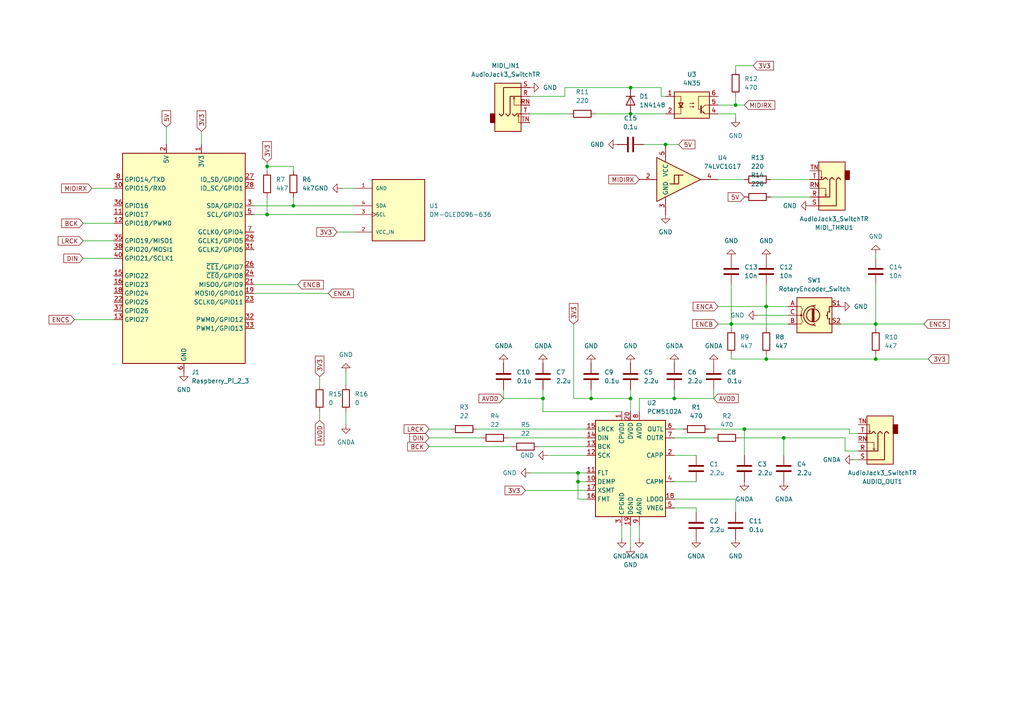
<source format=kicad_sch>
(kicad_sch
	(version 20231120)
	(generator "eeschema")
	(generator_version "8.0")
	(uuid "c5ee43a6-1af6-4148-9285-c9ffc468dda9")
	(paper "A4")
	(lib_symbols
		(symbol "74xGxx:74LVC1G17"
			(exclude_from_sim no)
			(in_bom yes)
			(on_board yes)
			(property "Reference" "U"
				(at 0 3.81 0)
				(effects
					(font
						(size 1.27 1.27)
					)
					(justify left)
				)
			)
			(property "Value" "74LVC1G17"
				(at 0 -3.81 0)
				(effects
					(font
						(size 1.27 1.27)
					)
					(justify left)
				)
			)
			(property "Footprint" ""
				(at -2.54 0 0)
				(effects
					(font
						(size 1.27 1.27)
					)
					(hide yes)
				)
			)
			(property "Datasheet" "https://www.ti.com/lit/ds/symlink/sn74lvc1g17.pdf"
				(at 0 -6.35 0)
				(effects
					(font
						(size 1.27 1.27)
					)
					(justify left)
					(hide yes)
				)
			)
			(property "Description" "Single Schmitt Buffer Gate, Low-Voltage CMOS"
				(at 0 0 0)
				(effects
					(font
						(size 1.27 1.27)
					)
					(hide yes)
				)
			)
			(property "ki_keywords" "Single Gate Buff Schmitt LVC CMOS"
				(at 0 0 0)
				(effects
					(font
						(size 1.27 1.27)
					)
					(hide yes)
				)
			)
			(property "ki_fp_filters" "SOT?23* SOT?553* Texas?R-PDSO-G5?DCK* Texas?R-PDSO-N5?DRL* Texas?X2SON*0.8x0.8mm*P0.48mm*"
				(at 0 0 0)
				(effects
					(font
						(size 1.27 1.27)
					)
					(hide yes)
				)
			)
			(symbol "74LVC1G17_0_1"
				(polyline
					(pts
						(xy -7.62 6.35) (xy -7.62 -6.35) (xy 5.08 0) (xy -7.62 6.35)
					)
					(stroke
						(width 0.254)
						(type default)
					)
					(fill
						(type background)
					)
				)
				(polyline
					(pts
						(xy -3.81 -1.27) (xy -2.54 -1.27) (xy -2.54 1.27) (xy -1.27 1.27)
					)
					(stroke
						(width 0.254)
						(type default)
					)
					(fill
						(type background)
					)
				)
				(polyline
					(pts
						(xy -2.54 -1.27) (xy -1.27 -1.27) (xy -1.27 1.27) (xy 0 1.27)
					)
					(stroke
						(width 0.254)
						(type default)
					)
					(fill
						(type background)
					)
				)
			)
			(symbol "74LVC1G17_1_1"
				(pin no_connect line
					(at -7.62 5.08 180)
					(length 5.08) hide
					(name "NC"
						(effects
							(font
								(size 1.27 1.27)
							)
						)
					)
					(number "1"
						(effects
							(font
								(size 1.27 1.27)
							)
						)
					)
				)
				(pin input line
					(at -12.7 0 0)
					(length 5.08)
					(name "~"
						(effects
							(font
								(size 1.27 1.27)
							)
						)
					)
					(number "2"
						(effects
							(font
								(size 1.27 1.27)
							)
						)
					)
				)
				(pin power_in line
					(at -5.08 -10.16 90)
					(length 5.08)
					(name "GND"
						(effects
							(font
								(size 1.27 1.27)
							)
						)
					)
					(number "3"
						(effects
							(font
								(size 1.27 1.27)
							)
						)
					)
				)
				(pin output line
					(at 10.16 0 180)
					(length 5.08)
					(name "~"
						(effects
							(font
								(size 1.27 1.27)
							)
						)
					)
					(number "4"
						(effects
							(font
								(size 1.27 1.27)
							)
						)
					)
				)
				(pin power_in line
					(at -5.08 10.16 270)
					(length 5.08)
					(name "VCC"
						(effects
							(font
								(size 1.27 1.27)
							)
						)
					)
					(number "5"
						(effects
							(font
								(size 1.27 1.27)
							)
						)
					)
				)
			)
		)
		(symbol "Audio:PCM5102A"
			(exclude_from_sim no)
			(in_bom yes)
			(on_board yes)
			(property "Reference" "U"
				(at -10.16 13.97 0)
				(effects
					(font
						(size 1.27 1.27)
					)
					(justify left)
				)
			)
			(property "Value" "PCM5102A"
				(at 3.81 13.97 0)
				(effects
					(font
						(size 1.27 1.27)
					)
					(justify left)
				)
			)
			(property "Footprint" "Package_SO:TSSOP-20_4.4x6.5mm_P0.65mm"
				(at 25.4 -16.51 0)
				(effects
					(font
						(size 1.27 1.27)
					)
					(hide yes)
				)
			)
			(property "Datasheet" "https://www.ti.com/lit/ds/symlink/pcm5102a.pdf"
				(at 0 0 0)
				(effects
					(font
						(size 1.27 1.27)
					)
					(hide yes)
				)
			)
			(property "Description" "2.1 VRMS, 112dB Audio Stereo DAC with PLL and 32-bit, 384kHz PCM Interface, TSSOP-20"
				(at 0 0 0)
				(effects
					(font
						(size 1.27 1.27)
					)
					(hide yes)
				)
			)
			(property "ki_keywords" "audio dac 2ch 32bit 384kHz"
				(at 0 0 0)
				(effects
					(font
						(size 1.27 1.27)
					)
					(hide yes)
				)
			)
			(property "ki_fp_filters" "TSSOP*4.4x6.5mm*P0.65mm*"
				(at 0 0 0)
				(effects
					(font
						(size 1.27 1.27)
					)
					(hide yes)
				)
			)
			(symbol "PCM5102A_0_1"
				(rectangle
					(start -10.16 12.7)
					(end 10.16 -15.24)
					(stroke
						(width 0.254)
						(type default)
					)
					(fill
						(type background)
					)
				)
			)
			(symbol "PCM5102A_1_1"
				(pin passive line
					(at -2.54 15.24 270)
					(length 2.54)
					(name "CPVDD"
						(effects
							(font
								(size 1.27 1.27)
							)
						)
					)
					(number "1"
						(effects
							(font
								(size 1.27 1.27)
							)
						)
					)
				)
				(pin input line
					(at -12.7 -5.08 0)
					(length 2.54)
					(name "DEMP"
						(effects
							(font
								(size 1.27 1.27)
							)
						)
					)
					(number "10"
						(effects
							(font
								(size 1.27 1.27)
							)
						)
					)
				)
				(pin input line
					(at -12.7 -2.54 0)
					(length 2.54)
					(name "FLT"
						(effects
							(font
								(size 1.27 1.27)
							)
						)
					)
					(number "11"
						(effects
							(font
								(size 1.27 1.27)
							)
						)
					)
				)
				(pin input line
					(at -12.7 2.54 0)
					(length 2.54)
					(name "SCK"
						(effects
							(font
								(size 1.27 1.27)
							)
						)
					)
					(number "12"
						(effects
							(font
								(size 1.27 1.27)
							)
						)
					)
				)
				(pin input line
					(at -12.7 5.08 0)
					(length 2.54)
					(name "BCK"
						(effects
							(font
								(size 1.27 1.27)
							)
						)
					)
					(number "13"
						(effects
							(font
								(size 1.27 1.27)
							)
						)
					)
				)
				(pin input line
					(at -12.7 7.62 0)
					(length 2.54)
					(name "DIN"
						(effects
							(font
								(size 1.27 1.27)
							)
						)
					)
					(number "14"
						(effects
							(font
								(size 1.27 1.27)
							)
						)
					)
				)
				(pin input line
					(at -12.7 10.16 0)
					(length 2.54)
					(name "LRCK"
						(effects
							(font
								(size 1.27 1.27)
							)
						)
					)
					(number "15"
						(effects
							(font
								(size 1.27 1.27)
							)
						)
					)
				)
				(pin input line
					(at -12.7 -10.16 0)
					(length 2.54)
					(name "FMT"
						(effects
							(font
								(size 1.27 1.27)
							)
						)
					)
					(number "16"
						(effects
							(font
								(size 1.27 1.27)
							)
						)
					)
				)
				(pin input line
					(at -12.7 -7.62 0)
					(length 2.54)
					(name "XSMT"
						(effects
							(font
								(size 1.27 1.27)
							)
						)
					)
					(number "17"
						(effects
							(font
								(size 1.27 1.27)
							)
						)
					)
				)
				(pin passive line
					(at 12.7 -10.16 180)
					(length 2.54)
					(name "LDOO"
						(effects
							(font
								(size 1.27 1.27)
							)
						)
					)
					(number "18"
						(effects
							(font
								(size 1.27 1.27)
							)
						)
					)
				)
				(pin power_in line
					(at 0 -17.78 90)
					(length 2.54)
					(name "DGND"
						(effects
							(font
								(size 1.27 1.27)
							)
						)
					)
					(number "19"
						(effects
							(font
								(size 1.27 1.27)
							)
						)
					)
				)
				(pin passive line
					(at 12.7 2.54 180)
					(length 2.54)
					(name "CAPP"
						(effects
							(font
								(size 1.27 1.27)
							)
						)
					)
					(number "2"
						(effects
							(font
								(size 1.27 1.27)
							)
						)
					)
				)
				(pin power_in line
					(at 0 15.24 270)
					(length 2.54)
					(name "DVDD"
						(effects
							(font
								(size 1.27 1.27)
							)
						)
					)
					(number "20"
						(effects
							(font
								(size 1.27 1.27)
							)
						)
					)
				)
				(pin power_in line
					(at -2.54 -17.78 90)
					(length 2.54)
					(name "CPGND"
						(effects
							(font
								(size 1.27 1.27)
							)
						)
					)
					(number "3"
						(effects
							(font
								(size 1.27 1.27)
							)
						)
					)
				)
				(pin passive line
					(at 12.7 -5.08 180)
					(length 2.54)
					(name "CAPM"
						(effects
							(font
								(size 1.27 1.27)
							)
						)
					)
					(number "4"
						(effects
							(font
								(size 1.27 1.27)
							)
						)
					)
				)
				(pin passive line
					(at 12.7 -12.7 180)
					(length 2.54)
					(name "VNEG"
						(effects
							(font
								(size 1.27 1.27)
							)
						)
					)
					(number "5"
						(effects
							(font
								(size 1.27 1.27)
							)
						)
					)
				)
				(pin output line
					(at 12.7 10.16 180)
					(length 2.54)
					(name "OUTL"
						(effects
							(font
								(size 1.27 1.27)
							)
						)
					)
					(number "6"
						(effects
							(font
								(size 1.27 1.27)
							)
						)
					)
				)
				(pin output line
					(at 12.7 7.62 180)
					(length 2.54)
					(name "OUTR"
						(effects
							(font
								(size 1.27 1.27)
							)
						)
					)
					(number "7"
						(effects
							(font
								(size 1.27 1.27)
							)
						)
					)
				)
				(pin power_in line
					(at 2.54 15.24 270)
					(length 2.54)
					(name "AVDD"
						(effects
							(font
								(size 1.27 1.27)
							)
						)
					)
					(number "8"
						(effects
							(font
								(size 1.27 1.27)
							)
						)
					)
				)
				(pin power_in line
					(at 2.54 -17.78 90)
					(length 2.54)
					(name "AGND"
						(effects
							(font
								(size 1.27 1.27)
							)
						)
					)
					(number "9"
						(effects
							(font
								(size 1.27 1.27)
							)
						)
					)
				)
			)
		)
		(symbol "Connector:Raspberry_Pi_2_3"
			(exclude_from_sim no)
			(in_bom yes)
			(on_board yes)
			(property "Reference" "J"
				(at -17.78 31.75 0)
				(effects
					(font
						(size 1.27 1.27)
					)
					(justify left bottom)
				)
			)
			(property "Value" "Raspberry_Pi_2_3"
				(at 10.16 -31.75 0)
				(effects
					(font
						(size 1.27 1.27)
					)
					(justify left top)
				)
			)
			(property "Footprint" ""
				(at 0 0 0)
				(effects
					(font
						(size 1.27 1.27)
					)
					(hide yes)
				)
			)
			(property "Datasheet" "https://www.raspberrypi.org/documentation/hardware/raspberrypi/schematics/rpi_SCH_3bplus_1p0_reduced.pdf"
				(at 60.96 -44.45 0)
				(effects
					(font
						(size 1.27 1.27)
					)
					(hide yes)
				)
			)
			(property "Description" "expansion header for Raspberry Pi 2 & 3"
				(at 0 0 0)
				(effects
					(font
						(size 1.27 1.27)
					)
					(hide yes)
				)
			)
			(property "ki_keywords" "raspberrypi gpio"
				(at 0 0 0)
				(effects
					(font
						(size 1.27 1.27)
					)
					(hide yes)
				)
			)
			(property "ki_fp_filters" "PinHeader*2x20*P2.54mm*Vertical* PinSocket*2x20*P2.54mm*Vertical*"
				(at 0 0 0)
				(effects
					(font
						(size 1.27 1.27)
					)
					(hide yes)
				)
			)
			(symbol "Raspberry_Pi_2_3_0_1"
				(rectangle
					(start -17.78 30.48)
					(end 17.78 -30.48)
					(stroke
						(width 0.254)
						(type default)
					)
					(fill
						(type background)
					)
				)
			)
			(symbol "Raspberry_Pi_2_3_1_1"
				(pin power_in line
					(at 5.08 33.02 270)
					(length 2.54)
					(name "3V3"
						(effects
							(font
								(size 1.27 1.27)
							)
						)
					)
					(number "1"
						(effects
							(font
								(size 1.27 1.27)
							)
						)
					)
				)
				(pin bidirectional line
					(at -20.32 20.32 0)
					(length 2.54)
					(name "GPIO15/RXD"
						(effects
							(font
								(size 1.27 1.27)
							)
						)
					)
					(number "10"
						(effects
							(font
								(size 1.27 1.27)
							)
						)
					)
				)
				(pin bidirectional line
					(at -20.32 12.7 0)
					(length 2.54)
					(name "GPIO17"
						(effects
							(font
								(size 1.27 1.27)
							)
						)
					)
					(number "11"
						(effects
							(font
								(size 1.27 1.27)
							)
						)
					)
				)
				(pin bidirectional line
					(at -20.32 10.16 0)
					(length 2.54)
					(name "GPIO18/PWM0"
						(effects
							(font
								(size 1.27 1.27)
							)
						)
					)
					(number "12"
						(effects
							(font
								(size 1.27 1.27)
							)
						)
					)
				)
				(pin bidirectional line
					(at -20.32 -17.78 0)
					(length 2.54)
					(name "GPIO27"
						(effects
							(font
								(size 1.27 1.27)
							)
						)
					)
					(number "13"
						(effects
							(font
								(size 1.27 1.27)
							)
						)
					)
				)
				(pin passive line
					(at 0 -33.02 90)
					(length 2.54) hide
					(name "GND"
						(effects
							(font
								(size 1.27 1.27)
							)
						)
					)
					(number "14"
						(effects
							(font
								(size 1.27 1.27)
							)
						)
					)
				)
				(pin bidirectional line
					(at -20.32 -5.08 0)
					(length 2.54)
					(name "GPIO22"
						(effects
							(font
								(size 1.27 1.27)
							)
						)
					)
					(number "15"
						(effects
							(font
								(size 1.27 1.27)
							)
						)
					)
				)
				(pin bidirectional line
					(at -20.32 -7.62 0)
					(length 2.54)
					(name "GPIO23"
						(effects
							(font
								(size 1.27 1.27)
							)
						)
					)
					(number "16"
						(effects
							(font
								(size 1.27 1.27)
							)
						)
					)
				)
				(pin passive line
					(at 5.08 33.02 270)
					(length 2.54) hide
					(name "3V3"
						(effects
							(font
								(size 1.27 1.27)
							)
						)
					)
					(number "17"
						(effects
							(font
								(size 1.27 1.27)
							)
						)
					)
				)
				(pin bidirectional line
					(at -20.32 -10.16 0)
					(length 2.54)
					(name "GPIO24"
						(effects
							(font
								(size 1.27 1.27)
							)
						)
					)
					(number "18"
						(effects
							(font
								(size 1.27 1.27)
							)
						)
					)
				)
				(pin bidirectional line
					(at 20.32 -10.16 180)
					(length 2.54)
					(name "MOSI0/GPIO10"
						(effects
							(font
								(size 1.27 1.27)
							)
						)
					)
					(number "19"
						(effects
							(font
								(size 1.27 1.27)
							)
						)
					)
				)
				(pin power_in line
					(at -5.08 33.02 270)
					(length 2.54)
					(name "5V"
						(effects
							(font
								(size 1.27 1.27)
							)
						)
					)
					(number "2"
						(effects
							(font
								(size 1.27 1.27)
							)
						)
					)
				)
				(pin passive line
					(at 0 -33.02 90)
					(length 2.54) hide
					(name "GND"
						(effects
							(font
								(size 1.27 1.27)
							)
						)
					)
					(number "20"
						(effects
							(font
								(size 1.27 1.27)
							)
						)
					)
				)
				(pin bidirectional line
					(at 20.32 -7.62 180)
					(length 2.54)
					(name "MISO0/GPIO9"
						(effects
							(font
								(size 1.27 1.27)
							)
						)
					)
					(number "21"
						(effects
							(font
								(size 1.27 1.27)
							)
						)
					)
				)
				(pin bidirectional line
					(at -20.32 -12.7 0)
					(length 2.54)
					(name "GPIO25"
						(effects
							(font
								(size 1.27 1.27)
							)
						)
					)
					(number "22"
						(effects
							(font
								(size 1.27 1.27)
							)
						)
					)
				)
				(pin bidirectional line
					(at 20.32 -12.7 180)
					(length 2.54)
					(name "SCLK0/GPIO11"
						(effects
							(font
								(size 1.27 1.27)
							)
						)
					)
					(number "23"
						(effects
							(font
								(size 1.27 1.27)
							)
						)
					)
				)
				(pin bidirectional line
					(at 20.32 -5.08 180)
					(length 2.54)
					(name "~{CE0}/GPIO8"
						(effects
							(font
								(size 1.27 1.27)
							)
						)
					)
					(number "24"
						(effects
							(font
								(size 1.27 1.27)
							)
						)
					)
				)
				(pin passive line
					(at 0 -33.02 90)
					(length 2.54) hide
					(name "GND"
						(effects
							(font
								(size 1.27 1.27)
							)
						)
					)
					(number "25"
						(effects
							(font
								(size 1.27 1.27)
							)
						)
					)
				)
				(pin bidirectional line
					(at 20.32 -2.54 180)
					(length 2.54)
					(name "~{CE1}/GPIO7"
						(effects
							(font
								(size 1.27 1.27)
							)
						)
					)
					(number "26"
						(effects
							(font
								(size 1.27 1.27)
							)
						)
					)
				)
				(pin bidirectional line
					(at 20.32 22.86 180)
					(length 2.54)
					(name "ID_SD/GPIO0"
						(effects
							(font
								(size 1.27 1.27)
							)
						)
					)
					(number "27"
						(effects
							(font
								(size 1.27 1.27)
							)
						)
					)
				)
				(pin bidirectional line
					(at 20.32 20.32 180)
					(length 2.54)
					(name "ID_SC/GPIO1"
						(effects
							(font
								(size 1.27 1.27)
							)
						)
					)
					(number "28"
						(effects
							(font
								(size 1.27 1.27)
							)
						)
					)
				)
				(pin bidirectional line
					(at 20.32 5.08 180)
					(length 2.54)
					(name "GCLK1/GPIO5"
						(effects
							(font
								(size 1.27 1.27)
							)
						)
					)
					(number "29"
						(effects
							(font
								(size 1.27 1.27)
							)
						)
					)
				)
				(pin bidirectional line
					(at 20.32 15.24 180)
					(length 2.54)
					(name "SDA/GPIO2"
						(effects
							(font
								(size 1.27 1.27)
							)
						)
					)
					(number "3"
						(effects
							(font
								(size 1.27 1.27)
							)
						)
					)
				)
				(pin passive line
					(at 0 -33.02 90)
					(length 2.54) hide
					(name "GND"
						(effects
							(font
								(size 1.27 1.27)
							)
						)
					)
					(number "30"
						(effects
							(font
								(size 1.27 1.27)
							)
						)
					)
				)
				(pin bidirectional line
					(at 20.32 2.54 180)
					(length 2.54)
					(name "GCLK2/GPIO6"
						(effects
							(font
								(size 1.27 1.27)
							)
						)
					)
					(number "31"
						(effects
							(font
								(size 1.27 1.27)
							)
						)
					)
				)
				(pin bidirectional line
					(at 20.32 -17.78 180)
					(length 2.54)
					(name "PWM0/GPIO12"
						(effects
							(font
								(size 1.27 1.27)
							)
						)
					)
					(number "32"
						(effects
							(font
								(size 1.27 1.27)
							)
						)
					)
				)
				(pin bidirectional line
					(at 20.32 -20.32 180)
					(length 2.54)
					(name "PWM1/GPIO13"
						(effects
							(font
								(size 1.27 1.27)
							)
						)
					)
					(number "33"
						(effects
							(font
								(size 1.27 1.27)
							)
						)
					)
				)
				(pin passive line
					(at 0 -33.02 90)
					(length 2.54) hide
					(name "GND"
						(effects
							(font
								(size 1.27 1.27)
							)
						)
					)
					(number "34"
						(effects
							(font
								(size 1.27 1.27)
							)
						)
					)
				)
				(pin bidirectional line
					(at -20.32 5.08 0)
					(length 2.54)
					(name "GPIO19/MISO1"
						(effects
							(font
								(size 1.27 1.27)
							)
						)
					)
					(number "35"
						(effects
							(font
								(size 1.27 1.27)
							)
						)
					)
				)
				(pin bidirectional line
					(at -20.32 15.24 0)
					(length 2.54)
					(name "GPIO16"
						(effects
							(font
								(size 1.27 1.27)
							)
						)
					)
					(number "36"
						(effects
							(font
								(size 1.27 1.27)
							)
						)
					)
				)
				(pin bidirectional line
					(at -20.32 -15.24 0)
					(length 2.54)
					(name "GPIO26"
						(effects
							(font
								(size 1.27 1.27)
							)
						)
					)
					(number "37"
						(effects
							(font
								(size 1.27 1.27)
							)
						)
					)
				)
				(pin bidirectional line
					(at -20.32 2.54 0)
					(length 2.54)
					(name "GPIO20/MOSI1"
						(effects
							(font
								(size 1.27 1.27)
							)
						)
					)
					(number "38"
						(effects
							(font
								(size 1.27 1.27)
							)
						)
					)
				)
				(pin passive line
					(at 0 -33.02 90)
					(length 2.54) hide
					(name "GND"
						(effects
							(font
								(size 1.27 1.27)
							)
						)
					)
					(number "39"
						(effects
							(font
								(size 1.27 1.27)
							)
						)
					)
				)
				(pin passive line
					(at -5.08 33.02 270)
					(length 2.54) hide
					(name "5V"
						(effects
							(font
								(size 1.27 1.27)
							)
						)
					)
					(number "4"
						(effects
							(font
								(size 1.27 1.27)
							)
						)
					)
				)
				(pin bidirectional line
					(at -20.32 0 0)
					(length 2.54)
					(name "GPIO21/SCLK1"
						(effects
							(font
								(size 1.27 1.27)
							)
						)
					)
					(number "40"
						(effects
							(font
								(size 1.27 1.27)
							)
						)
					)
				)
				(pin bidirectional line
					(at 20.32 12.7 180)
					(length 2.54)
					(name "SCL/GPIO3"
						(effects
							(font
								(size 1.27 1.27)
							)
						)
					)
					(number "5"
						(effects
							(font
								(size 1.27 1.27)
							)
						)
					)
				)
				(pin power_in line
					(at 0 -33.02 90)
					(length 2.54)
					(name "GND"
						(effects
							(font
								(size 1.27 1.27)
							)
						)
					)
					(number "6"
						(effects
							(font
								(size 1.27 1.27)
							)
						)
					)
				)
				(pin bidirectional line
					(at 20.32 7.62 180)
					(length 2.54)
					(name "GCLK0/GPIO4"
						(effects
							(font
								(size 1.27 1.27)
							)
						)
					)
					(number "7"
						(effects
							(font
								(size 1.27 1.27)
							)
						)
					)
				)
				(pin bidirectional line
					(at -20.32 22.86 0)
					(length 2.54)
					(name "GPIO14/TXD"
						(effects
							(font
								(size 1.27 1.27)
							)
						)
					)
					(number "8"
						(effects
							(font
								(size 1.27 1.27)
							)
						)
					)
				)
				(pin passive line
					(at 0 -33.02 90)
					(length 2.54) hide
					(name "GND"
						(effects
							(font
								(size 1.27 1.27)
							)
						)
					)
					(number "9"
						(effects
							(font
								(size 1.27 1.27)
							)
						)
					)
				)
			)
		)
		(symbol "Connector_Audio:AudioJack3_SwitchTR"
			(exclude_from_sim no)
			(in_bom yes)
			(on_board yes)
			(property "Reference" "J"
				(at 0 8.89 0)
				(effects
					(font
						(size 1.27 1.27)
					)
				)
			)
			(property "Value" "AudioJack3_SwitchTR"
				(at 0 6.35 0)
				(effects
					(font
						(size 1.27 1.27)
					)
				)
			)
			(property "Footprint" ""
				(at 0 0 0)
				(effects
					(font
						(size 1.27 1.27)
					)
					(hide yes)
				)
			)
			(property "Datasheet" "~"
				(at 0 0 0)
				(effects
					(font
						(size 1.27 1.27)
					)
					(hide yes)
				)
			)
			(property "Description" "Audio Jack, 3 Poles (Stereo / TRS), Switched TR Poles (Normalling)"
				(at 0 0 0)
				(effects
					(font
						(size 1.27 1.27)
					)
					(hide yes)
				)
			)
			(property "ki_keywords" "audio jack receptacle stereo headphones phones TRS connector"
				(at 0 0 0)
				(effects
					(font
						(size 1.27 1.27)
					)
					(hide yes)
				)
			)
			(property "ki_fp_filters" "Jack*"
				(at 0 0 0)
				(effects
					(font
						(size 1.27 1.27)
					)
					(hide yes)
				)
			)
			(symbol "AudioJack3_SwitchTR_0_1"
				(rectangle
					(start -5.08 -5.08)
					(end -6.35 -7.62)
					(stroke
						(width 0.254)
						(type default)
					)
					(fill
						(type outline)
					)
				)
				(polyline
					(pts
						(xy 0.508 -0.254) (xy 0.762 -0.762)
					)
					(stroke
						(width 0)
						(type default)
					)
					(fill
						(type none)
					)
				)
				(polyline
					(pts
						(xy 1.778 -5.334) (xy 2.032 -5.842)
					)
					(stroke
						(width 0)
						(type default)
					)
					(fill
						(type none)
					)
				)
				(polyline
					(pts
						(xy 0 -5.08) (xy 0.635 -5.715) (xy 1.27 -5.08) (xy 2.54 -5.08)
					)
					(stroke
						(width 0.254)
						(type default)
					)
					(fill
						(type none)
					)
				)
				(polyline
					(pts
						(xy 2.54 -7.62) (xy 1.778 -7.62) (xy 1.778 -5.334) (xy 1.524 -5.842)
					)
					(stroke
						(width 0)
						(type default)
					)
					(fill
						(type none)
					)
				)
				(polyline
					(pts
						(xy 2.54 -2.54) (xy 0.508 -2.54) (xy 0.508 -0.254) (xy 0.254 -0.762)
					)
					(stroke
						(width 0)
						(type default)
					)
					(fill
						(type none)
					)
				)
				(polyline
					(pts
						(xy -1.905 -5.08) (xy -1.27 -5.715) (xy -0.635 -5.08) (xy -0.635 0) (xy 2.54 0)
					)
					(stroke
						(width 0.254)
						(type default)
					)
					(fill
						(type none)
					)
				)
				(polyline
					(pts
						(xy 2.54 2.54) (xy -2.54 2.54) (xy -2.54 -5.08) (xy -3.175 -5.715) (xy -3.81 -5.08)
					)
					(stroke
						(width 0.254)
						(type default)
					)
					(fill
						(type none)
					)
				)
				(rectangle
					(start 2.54 3.81)
					(end -5.08 -10.16)
					(stroke
						(width 0.254)
						(type default)
					)
					(fill
						(type background)
					)
				)
			)
			(symbol "AudioJack3_SwitchTR_1_1"
				(pin passive line
					(at 5.08 0 180)
					(length 2.54)
					(name "~"
						(effects
							(font
								(size 1.27 1.27)
							)
						)
					)
					(number "R"
						(effects
							(font
								(size 1.27 1.27)
							)
						)
					)
				)
				(pin passive line
					(at 5.08 -2.54 180)
					(length 2.54)
					(name "~"
						(effects
							(font
								(size 1.27 1.27)
							)
						)
					)
					(number "RN"
						(effects
							(font
								(size 1.27 1.27)
							)
						)
					)
				)
				(pin passive line
					(at 5.08 2.54 180)
					(length 2.54)
					(name "~"
						(effects
							(font
								(size 1.27 1.27)
							)
						)
					)
					(number "S"
						(effects
							(font
								(size 1.27 1.27)
							)
						)
					)
				)
				(pin passive line
					(at 5.08 -5.08 180)
					(length 2.54)
					(name "~"
						(effects
							(font
								(size 1.27 1.27)
							)
						)
					)
					(number "T"
						(effects
							(font
								(size 1.27 1.27)
							)
						)
					)
				)
				(pin passive line
					(at 5.08 -7.62 180)
					(length 2.54)
					(name "~"
						(effects
							(font
								(size 1.27 1.27)
							)
						)
					)
					(number "TN"
						(effects
							(font
								(size 1.27 1.27)
							)
						)
					)
				)
			)
		)
		(symbol "DM-OLED096-636:DM-OLED096-636"
			(pin_names
				(offset 1.016)
			)
			(exclude_from_sim no)
			(in_bom yes)
			(on_board yes)
			(property "Reference" "U"
				(at -7.62 10.922 0)
				(effects
					(font
						(size 1.27 1.27)
					)
					(justify left bottom)
				)
			)
			(property "Value" "DM-OLED096-636"
				(at -7.62 -10.16 0)
				(effects
					(font
						(size 1.27 1.27)
					)
					(justify left bottom)
				)
			)
			(property "Footprint" "DM-OLED096-636:MODULE_DM-OLED096-636"
				(at 0 0 0)
				(effects
					(font
						(size 1.27 1.27)
					)
					(justify bottom)
					(hide yes)
				)
			)
			(property "Datasheet" ""
				(at 0 0 0)
				(effects
					(font
						(size 1.27 1.27)
					)
					(hide yes)
				)
			)
			(property "Description" ""
				(at 0 0 0)
				(effects
					(font
						(size 1.27 1.27)
					)
					(hide yes)
				)
			)
			(property "MF" "Display Module"
				(at 0 0 0)
				(effects
					(font
						(size 1.27 1.27)
					)
					(justify bottom)
					(hide yes)
				)
			)
			(property "MAXIMUM_PACKAGE_HEIGHT" "11.3 mm"
				(at 0 0 0)
				(effects
					(font
						(size 1.27 1.27)
					)
					(justify bottom)
					(hide yes)
				)
			)
			(property "Package" "Package"
				(at 0 0 0)
				(effects
					(font
						(size 1.27 1.27)
					)
					(justify bottom)
					(hide yes)
				)
			)
			(property "Price" "None"
				(at 0 0 0)
				(effects
					(font
						(size 1.27 1.27)
					)
					(justify bottom)
					(hide yes)
				)
			)
			(property "Check_prices" "https://www.snapeda.com/parts/DM-OLED096-636/Display+Module/view-part/?ref=eda"
				(at 0 0 0)
				(effects
					(font
						(size 1.27 1.27)
					)
					(justify bottom)
					(hide yes)
				)
			)
			(property "STANDARD" "Manufacturer Recommendations"
				(at 0 0 0)
				(effects
					(font
						(size 1.27 1.27)
					)
					(justify bottom)
					(hide yes)
				)
			)
			(property "PARTREV" "2018-09-10"
				(at 0 0 0)
				(effects
					(font
						(size 1.27 1.27)
					)
					(justify bottom)
					(hide yes)
				)
			)
			(property "SnapEDA_Link" "https://www.snapeda.com/parts/DM-OLED096-636/Display+Module/view-part/?ref=snap"
				(at 0 0 0)
				(effects
					(font
						(size 1.27 1.27)
					)
					(justify bottom)
					(hide yes)
				)
			)
			(property "MP" "DM-OLED096-636"
				(at 0 0 0)
				(effects
					(font
						(size 1.27 1.27)
					)
					(justify bottom)
					(hide yes)
				)
			)
			(property "Description_1" "\n                        \n                            0.96” 128 X 64 MONOCHROME GRAPHIC OLED DISPLAY MODULE - I2C\n                        \n"
				(at 0 0 0)
				(effects
					(font
						(size 1.27 1.27)
					)
					(justify bottom)
					(hide yes)
				)
			)
			(property "Availability" "Not in stock"
				(at 0 0 0)
				(effects
					(font
						(size 1.27 1.27)
					)
					(justify bottom)
					(hide yes)
				)
			)
			(property "MANUFACTURER" "Displaymodule"
				(at 0 0 0)
				(effects
					(font
						(size 1.27 1.27)
					)
					(justify bottom)
					(hide yes)
				)
			)
			(symbol "DM-OLED096-636_0_0"
				(rectangle
					(start -7.62 -7.62)
					(end 7.62 10.16)
					(stroke
						(width 0.254)
						(type default)
					)
					(fill
						(type background)
					)
				)
				(pin power_in line
					(at 12.7 -5.08 180)
					(length 5.08)
					(name "GND"
						(effects
							(font
								(size 1.016 1.016)
							)
						)
					)
					(number "1"
						(effects
							(font
								(size 1.016 1.016)
							)
						)
					)
				)
				(pin power_in line
					(at 12.7 7.62 180)
					(length 5.08)
					(name "VCC_IN"
						(effects
							(font
								(size 1.016 1.016)
							)
						)
					)
					(number "2"
						(effects
							(font
								(size 1.016 1.016)
							)
						)
					)
				)
				(pin input clock
					(at 12.7 2.54 180)
					(length 5.08)
					(name "SCL"
						(effects
							(font
								(size 1.016 1.016)
							)
						)
					)
					(number "3"
						(effects
							(font
								(size 1.016 1.016)
							)
						)
					)
				)
				(pin bidirectional line
					(at 12.7 0 180)
					(length 5.08)
					(name "SDA"
						(effects
							(font
								(size 1.016 1.016)
							)
						)
					)
					(number "4"
						(effects
							(font
								(size 1.016 1.016)
							)
						)
					)
				)
			)
		)
		(symbol "Device:C"
			(pin_numbers hide)
			(pin_names
				(offset 0.254)
			)
			(exclude_from_sim no)
			(in_bom yes)
			(on_board yes)
			(property "Reference" "C"
				(at 0.635 2.54 0)
				(effects
					(font
						(size 1.27 1.27)
					)
					(justify left)
				)
			)
			(property "Value" "C"
				(at 0.635 -2.54 0)
				(effects
					(font
						(size 1.27 1.27)
					)
					(justify left)
				)
			)
			(property "Footprint" ""
				(at 0.9652 -3.81 0)
				(effects
					(font
						(size 1.27 1.27)
					)
					(hide yes)
				)
			)
			(property "Datasheet" "~"
				(at 0 0 0)
				(effects
					(font
						(size 1.27 1.27)
					)
					(hide yes)
				)
			)
			(property "Description" "Unpolarized capacitor"
				(at 0 0 0)
				(effects
					(font
						(size 1.27 1.27)
					)
					(hide yes)
				)
			)
			(property "ki_keywords" "cap capacitor"
				(at 0 0 0)
				(effects
					(font
						(size 1.27 1.27)
					)
					(hide yes)
				)
			)
			(property "ki_fp_filters" "C_*"
				(at 0 0 0)
				(effects
					(font
						(size 1.27 1.27)
					)
					(hide yes)
				)
			)
			(symbol "C_0_1"
				(polyline
					(pts
						(xy -2.032 -0.762) (xy 2.032 -0.762)
					)
					(stroke
						(width 0.508)
						(type default)
					)
					(fill
						(type none)
					)
				)
				(polyline
					(pts
						(xy -2.032 0.762) (xy 2.032 0.762)
					)
					(stroke
						(width 0.508)
						(type default)
					)
					(fill
						(type none)
					)
				)
			)
			(symbol "C_1_1"
				(pin passive line
					(at 0 3.81 270)
					(length 2.794)
					(name "~"
						(effects
							(font
								(size 1.27 1.27)
							)
						)
					)
					(number "1"
						(effects
							(font
								(size 1.27 1.27)
							)
						)
					)
				)
				(pin passive line
					(at 0 -3.81 90)
					(length 2.794)
					(name "~"
						(effects
							(font
								(size 1.27 1.27)
							)
						)
					)
					(number "2"
						(effects
							(font
								(size 1.27 1.27)
							)
						)
					)
				)
			)
		)
		(symbol "Device:R"
			(pin_numbers hide)
			(pin_names
				(offset 0)
			)
			(exclude_from_sim no)
			(in_bom yes)
			(on_board yes)
			(property "Reference" "R"
				(at 2.032 0 90)
				(effects
					(font
						(size 1.27 1.27)
					)
				)
			)
			(property "Value" "R"
				(at 0 0 90)
				(effects
					(font
						(size 1.27 1.27)
					)
				)
			)
			(property "Footprint" ""
				(at -1.778 0 90)
				(effects
					(font
						(size 1.27 1.27)
					)
					(hide yes)
				)
			)
			(property "Datasheet" "~"
				(at 0 0 0)
				(effects
					(font
						(size 1.27 1.27)
					)
					(hide yes)
				)
			)
			(property "Description" "Resistor"
				(at 0 0 0)
				(effects
					(font
						(size 1.27 1.27)
					)
					(hide yes)
				)
			)
			(property "ki_keywords" "R res resistor"
				(at 0 0 0)
				(effects
					(font
						(size 1.27 1.27)
					)
					(hide yes)
				)
			)
			(property "ki_fp_filters" "R_*"
				(at 0 0 0)
				(effects
					(font
						(size 1.27 1.27)
					)
					(hide yes)
				)
			)
			(symbol "R_0_1"
				(rectangle
					(start -1.016 -2.54)
					(end 1.016 2.54)
					(stroke
						(width 0.254)
						(type default)
					)
					(fill
						(type none)
					)
				)
			)
			(symbol "R_1_1"
				(pin passive line
					(at 0 3.81 270)
					(length 1.27)
					(name "~"
						(effects
							(font
								(size 1.27 1.27)
							)
						)
					)
					(number "1"
						(effects
							(font
								(size 1.27 1.27)
							)
						)
					)
				)
				(pin passive line
					(at 0 -3.81 90)
					(length 1.27)
					(name "~"
						(effects
							(font
								(size 1.27 1.27)
							)
						)
					)
					(number "2"
						(effects
							(font
								(size 1.27 1.27)
							)
						)
					)
				)
			)
		)
		(symbol "Device:RotaryEncoder_Switch"
			(pin_names
				(offset 0.254) hide)
			(exclude_from_sim no)
			(in_bom yes)
			(on_board yes)
			(property "Reference" "SW"
				(at 0 6.604 0)
				(effects
					(font
						(size 1.27 1.27)
					)
				)
			)
			(property "Value" "RotaryEncoder_Switch"
				(at 0 -6.604 0)
				(effects
					(font
						(size 1.27 1.27)
					)
				)
			)
			(property "Footprint" ""
				(at -3.81 4.064 0)
				(effects
					(font
						(size 1.27 1.27)
					)
					(hide yes)
				)
			)
			(property "Datasheet" "~"
				(at 0 6.604 0)
				(effects
					(font
						(size 1.27 1.27)
					)
					(hide yes)
				)
			)
			(property "Description" "Rotary encoder, dual channel, incremental quadrate outputs, with switch"
				(at 0 0 0)
				(effects
					(font
						(size 1.27 1.27)
					)
					(hide yes)
				)
			)
			(property "ki_keywords" "rotary switch encoder switch push button"
				(at 0 0 0)
				(effects
					(font
						(size 1.27 1.27)
					)
					(hide yes)
				)
			)
			(property "ki_fp_filters" "RotaryEncoder*Switch*"
				(at 0 0 0)
				(effects
					(font
						(size 1.27 1.27)
					)
					(hide yes)
				)
			)
			(symbol "RotaryEncoder_Switch_0_1"
				(rectangle
					(start -5.08 5.08)
					(end 5.08 -5.08)
					(stroke
						(width 0.254)
						(type default)
					)
					(fill
						(type background)
					)
				)
				(circle
					(center -3.81 0)
					(radius 0.254)
					(stroke
						(width 0)
						(type default)
					)
					(fill
						(type outline)
					)
				)
				(circle
					(center -0.381 0)
					(radius 1.905)
					(stroke
						(width 0.254)
						(type default)
					)
					(fill
						(type none)
					)
				)
				(arc
					(start -0.381 2.667)
					(mid -3.0988 -0.0635)
					(end -0.381 -2.794)
					(stroke
						(width 0.254)
						(type default)
					)
					(fill
						(type none)
					)
				)
				(polyline
					(pts
						(xy -0.635 -1.778) (xy -0.635 1.778)
					)
					(stroke
						(width 0.254)
						(type default)
					)
					(fill
						(type none)
					)
				)
				(polyline
					(pts
						(xy -0.381 -1.778) (xy -0.381 1.778)
					)
					(stroke
						(width 0.254)
						(type default)
					)
					(fill
						(type none)
					)
				)
				(polyline
					(pts
						(xy -0.127 1.778) (xy -0.127 -1.778)
					)
					(stroke
						(width 0.254)
						(type default)
					)
					(fill
						(type none)
					)
				)
				(polyline
					(pts
						(xy 3.81 0) (xy 3.429 0)
					)
					(stroke
						(width 0.254)
						(type default)
					)
					(fill
						(type none)
					)
				)
				(polyline
					(pts
						(xy 3.81 1.016) (xy 3.81 -1.016)
					)
					(stroke
						(width 0.254)
						(type default)
					)
					(fill
						(type none)
					)
				)
				(polyline
					(pts
						(xy -5.08 -2.54) (xy -3.81 -2.54) (xy -3.81 -2.032)
					)
					(stroke
						(width 0)
						(type default)
					)
					(fill
						(type none)
					)
				)
				(polyline
					(pts
						(xy -5.08 2.54) (xy -3.81 2.54) (xy -3.81 2.032)
					)
					(stroke
						(width 0)
						(type default)
					)
					(fill
						(type none)
					)
				)
				(polyline
					(pts
						(xy 0.254 -3.048) (xy -0.508 -2.794) (xy 0.127 -2.413)
					)
					(stroke
						(width 0.254)
						(type default)
					)
					(fill
						(type none)
					)
				)
				(polyline
					(pts
						(xy 0.254 2.921) (xy -0.508 2.667) (xy 0.127 2.286)
					)
					(stroke
						(width 0.254)
						(type default)
					)
					(fill
						(type none)
					)
				)
				(polyline
					(pts
						(xy 5.08 -2.54) (xy 4.318 -2.54) (xy 4.318 -1.016)
					)
					(stroke
						(width 0.254)
						(type default)
					)
					(fill
						(type none)
					)
				)
				(polyline
					(pts
						(xy 5.08 2.54) (xy 4.318 2.54) (xy 4.318 1.016)
					)
					(stroke
						(width 0.254)
						(type default)
					)
					(fill
						(type none)
					)
				)
				(polyline
					(pts
						(xy -5.08 0) (xy -3.81 0) (xy -3.81 -1.016) (xy -3.302 -2.032)
					)
					(stroke
						(width 0)
						(type default)
					)
					(fill
						(type none)
					)
				)
				(polyline
					(pts
						(xy -4.318 0) (xy -3.81 0) (xy -3.81 1.016) (xy -3.302 2.032)
					)
					(stroke
						(width 0)
						(type default)
					)
					(fill
						(type none)
					)
				)
				(circle
					(center 4.318 -1.016)
					(radius 0.127)
					(stroke
						(width 0.254)
						(type default)
					)
					(fill
						(type none)
					)
				)
				(circle
					(center 4.318 1.016)
					(radius 0.127)
					(stroke
						(width 0.254)
						(type default)
					)
					(fill
						(type none)
					)
				)
			)
			(symbol "RotaryEncoder_Switch_1_1"
				(pin passive line
					(at -7.62 2.54 0)
					(length 2.54)
					(name "A"
						(effects
							(font
								(size 1.27 1.27)
							)
						)
					)
					(number "A"
						(effects
							(font
								(size 1.27 1.27)
							)
						)
					)
				)
				(pin passive line
					(at -7.62 -2.54 0)
					(length 2.54)
					(name "B"
						(effects
							(font
								(size 1.27 1.27)
							)
						)
					)
					(number "B"
						(effects
							(font
								(size 1.27 1.27)
							)
						)
					)
				)
				(pin passive line
					(at -7.62 0 0)
					(length 2.54)
					(name "C"
						(effects
							(font
								(size 1.27 1.27)
							)
						)
					)
					(number "C"
						(effects
							(font
								(size 1.27 1.27)
							)
						)
					)
				)
				(pin passive line
					(at 7.62 2.54 180)
					(length 2.54)
					(name "S1"
						(effects
							(font
								(size 1.27 1.27)
							)
						)
					)
					(number "S1"
						(effects
							(font
								(size 1.27 1.27)
							)
						)
					)
				)
				(pin passive line
					(at 7.62 -2.54 180)
					(length 2.54)
					(name "S2"
						(effects
							(font
								(size 1.27 1.27)
							)
						)
					)
					(number "S2"
						(effects
							(font
								(size 1.27 1.27)
							)
						)
					)
				)
			)
		)
		(symbol "Diode:1N4148"
			(pin_numbers hide)
			(pin_names hide)
			(exclude_from_sim no)
			(in_bom yes)
			(on_board yes)
			(property "Reference" "D"
				(at 0 2.54 0)
				(effects
					(font
						(size 1.27 1.27)
					)
				)
			)
			(property "Value" "1N4148"
				(at 0 -2.54 0)
				(effects
					(font
						(size 1.27 1.27)
					)
				)
			)
			(property "Footprint" "Diode_THT:D_DO-35_SOD27_P7.62mm_Horizontal"
				(at 0 0 0)
				(effects
					(font
						(size 1.27 1.27)
					)
					(hide yes)
				)
			)
			(property "Datasheet" "https://assets.nexperia.com/documents/data-sheet/1N4148_1N4448.pdf"
				(at 0 0 0)
				(effects
					(font
						(size 1.27 1.27)
					)
					(hide yes)
				)
			)
			(property "Description" "100V 0.15A standard switching diode, DO-35"
				(at 0 0 0)
				(effects
					(font
						(size 1.27 1.27)
					)
					(hide yes)
				)
			)
			(property "Sim.Device" "D"
				(at 0 0 0)
				(effects
					(font
						(size 1.27 1.27)
					)
					(hide yes)
				)
			)
			(property "Sim.Pins" "1=K 2=A"
				(at 0 0 0)
				(effects
					(font
						(size 1.27 1.27)
					)
					(hide yes)
				)
			)
			(property "ki_keywords" "diode"
				(at 0 0 0)
				(effects
					(font
						(size 1.27 1.27)
					)
					(hide yes)
				)
			)
			(property "ki_fp_filters" "D*DO?35*"
				(at 0 0 0)
				(effects
					(font
						(size 1.27 1.27)
					)
					(hide yes)
				)
			)
			(symbol "1N4148_0_1"
				(polyline
					(pts
						(xy -1.27 1.27) (xy -1.27 -1.27)
					)
					(stroke
						(width 0.254)
						(type default)
					)
					(fill
						(type none)
					)
				)
				(polyline
					(pts
						(xy 1.27 0) (xy -1.27 0)
					)
					(stroke
						(width 0)
						(type default)
					)
					(fill
						(type none)
					)
				)
				(polyline
					(pts
						(xy 1.27 1.27) (xy 1.27 -1.27) (xy -1.27 0) (xy 1.27 1.27)
					)
					(stroke
						(width 0.254)
						(type default)
					)
					(fill
						(type none)
					)
				)
			)
			(symbol "1N4148_1_1"
				(pin passive line
					(at -3.81 0 0)
					(length 2.54)
					(name "K"
						(effects
							(font
								(size 1.27 1.27)
							)
						)
					)
					(number "1"
						(effects
							(font
								(size 1.27 1.27)
							)
						)
					)
				)
				(pin passive line
					(at 3.81 0 180)
					(length 2.54)
					(name "A"
						(effects
							(font
								(size 1.27 1.27)
							)
						)
					)
					(number "2"
						(effects
							(font
								(size 1.27 1.27)
							)
						)
					)
				)
			)
		)
		(symbol "Isolator:4N35"
			(pin_names
				(offset 1.016)
			)
			(exclude_from_sim no)
			(in_bom yes)
			(on_board yes)
			(property "Reference" "U"
				(at -5.08 5.08 0)
				(effects
					(font
						(size 1.27 1.27)
					)
					(justify left)
				)
			)
			(property "Value" "4N35"
				(at 0 5.08 0)
				(effects
					(font
						(size 1.27 1.27)
					)
					(justify left)
				)
			)
			(property "Footprint" "Package_DIP:DIP-6_W7.62mm"
				(at -5.08 -5.08 0)
				(effects
					(font
						(size 1.27 1.27)
						(italic yes)
					)
					(justify left)
					(hide yes)
				)
			)
			(property "Datasheet" "https://www.vishay.com/docs/81181/4n35.pdf"
				(at 0 0 0)
				(effects
					(font
						(size 1.27 1.27)
					)
					(justify left)
					(hide yes)
				)
			)
			(property "Description" "Optocoupler, Phototransistor Output, with Base Connection, Vce 70V, CTR 100%, Viso 5000V, DIP6"
				(at 0 0 0)
				(effects
					(font
						(size 1.27 1.27)
					)
					(hide yes)
				)
			)
			(property "ki_keywords" "NPN DC Optocoupler Base Connected"
				(at 0 0 0)
				(effects
					(font
						(size 1.27 1.27)
					)
					(hide yes)
				)
			)
			(property "ki_fp_filters" "DIP*W7.62mm*"
				(at 0 0 0)
				(effects
					(font
						(size 1.27 1.27)
					)
					(hide yes)
				)
			)
			(symbol "4N35_0_1"
				(rectangle
					(start -5.08 3.81)
					(end 5.08 -3.81)
					(stroke
						(width 0.254)
						(type default)
					)
					(fill
						(type background)
					)
				)
				(polyline
					(pts
						(xy -3.81 -0.635) (xy -2.54 -0.635)
					)
					(stroke
						(width 0.254)
						(type default)
					)
					(fill
						(type none)
					)
				)
				(polyline
					(pts
						(xy 2.667 -1.397) (xy 3.81 -2.54)
					)
					(stroke
						(width 0)
						(type default)
					)
					(fill
						(type none)
					)
				)
				(polyline
					(pts
						(xy 2.667 -1.143) (xy 3.81 0)
					)
					(stroke
						(width 0)
						(type default)
					)
					(fill
						(type none)
					)
				)
				(polyline
					(pts
						(xy 3.81 -2.54) (xy 5.08 -2.54)
					)
					(stroke
						(width 0)
						(type default)
					)
					(fill
						(type none)
					)
				)
				(polyline
					(pts
						(xy 3.81 0) (xy 5.08 0)
					)
					(stroke
						(width 0)
						(type default)
					)
					(fill
						(type none)
					)
				)
				(polyline
					(pts
						(xy 2.667 -0.254) (xy 2.667 -2.286) (xy 2.667 -2.286)
					)
					(stroke
						(width 0.3556)
						(type default)
					)
					(fill
						(type none)
					)
				)
				(polyline
					(pts
						(xy -5.08 -2.54) (xy -3.175 -2.54) (xy -3.175 2.54) (xy -5.08 2.54)
					)
					(stroke
						(width 0)
						(type default)
					)
					(fill
						(type none)
					)
				)
				(polyline
					(pts
						(xy -3.175 -0.635) (xy -3.81 0.635) (xy -2.54 0.635) (xy -3.175 -0.635)
					)
					(stroke
						(width 0.254)
						(type default)
					)
					(fill
						(type none)
					)
				)
				(polyline
					(pts
						(xy 3.683 -2.413) (xy 3.429 -1.905) (xy 3.175 -2.159) (xy 3.683 -2.413)
					)
					(stroke
						(width 0)
						(type default)
					)
					(fill
						(type none)
					)
				)
				(polyline
					(pts
						(xy 5.08 2.54) (xy 1.905 2.54) (xy 1.905 -1.27) (xy 2.54 -1.27)
					)
					(stroke
						(width 0)
						(type default)
					)
					(fill
						(type none)
					)
				)
				(polyline
					(pts
						(xy -0.635 -0.508) (xy 0.635 -0.508) (xy 0.254 -0.635) (xy 0.254 -0.381) (xy 0.635 -0.508)
					)
					(stroke
						(width 0)
						(type default)
					)
					(fill
						(type none)
					)
				)
				(polyline
					(pts
						(xy -0.635 0.508) (xy 0.635 0.508) (xy 0.254 0.381) (xy 0.254 0.635) (xy 0.635 0.508)
					)
					(stroke
						(width 0)
						(type default)
					)
					(fill
						(type none)
					)
				)
			)
			(symbol "4N35_1_1"
				(pin passive line
					(at -7.62 2.54 0)
					(length 2.54)
					(name "~"
						(effects
							(font
								(size 1.27 1.27)
							)
						)
					)
					(number "1"
						(effects
							(font
								(size 1.27 1.27)
							)
						)
					)
				)
				(pin passive line
					(at -7.62 -2.54 0)
					(length 2.54)
					(name "~"
						(effects
							(font
								(size 1.27 1.27)
							)
						)
					)
					(number "2"
						(effects
							(font
								(size 1.27 1.27)
							)
						)
					)
				)
				(pin no_connect line
					(at -5.08 0 0)
					(length 2.54) hide
					(name "NC"
						(effects
							(font
								(size 1.27 1.27)
							)
						)
					)
					(number "3"
						(effects
							(font
								(size 1.27 1.27)
							)
						)
					)
				)
				(pin passive line
					(at 7.62 -2.54 180)
					(length 2.54)
					(name "~"
						(effects
							(font
								(size 1.27 1.27)
							)
						)
					)
					(number "4"
						(effects
							(font
								(size 1.27 1.27)
							)
						)
					)
				)
				(pin passive line
					(at 7.62 0 180)
					(length 2.54)
					(name "~"
						(effects
							(font
								(size 1.27 1.27)
							)
						)
					)
					(number "5"
						(effects
							(font
								(size 1.27 1.27)
							)
						)
					)
				)
				(pin passive line
					(at 7.62 2.54 180)
					(length 2.54)
					(name "~"
						(effects
							(font
								(size 1.27 1.27)
							)
						)
					)
					(number "6"
						(effects
							(font
								(size 1.27 1.27)
							)
						)
					)
				)
			)
		)
		(symbol "power:GND"
			(power)
			(pin_numbers hide)
			(pin_names
				(offset 0) hide)
			(exclude_from_sim no)
			(in_bom yes)
			(on_board yes)
			(property "Reference" "#PWR"
				(at 0 -6.35 0)
				(effects
					(font
						(size 1.27 1.27)
					)
					(hide yes)
				)
			)
			(property "Value" "GND"
				(at 0 -3.81 0)
				(effects
					(font
						(size 1.27 1.27)
					)
				)
			)
			(property "Footprint" ""
				(at 0 0 0)
				(effects
					(font
						(size 1.27 1.27)
					)
					(hide yes)
				)
			)
			(property "Datasheet" ""
				(at 0 0 0)
				(effects
					(font
						(size 1.27 1.27)
					)
					(hide yes)
				)
			)
			(property "Description" "Power symbol creates a global label with name \"GND\" , ground"
				(at 0 0 0)
				(effects
					(font
						(size 1.27 1.27)
					)
					(hide yes)
				)
			)
			(property "ki_keywords" "global power"
				(at 0 0 0)
				(effects
					(font
						(size 1.27 1.27)
					)
					(hide yes)
				)
			)
			(symbol "GND_0_1"
				(polyline
					(pts
						(xy 0 0) (xy 0 -1.27) (xy 1.27 -1.27) (xy 0 -2.54) (xy -1.27 -1.27) (xy 0 -1.27)
					)
					(stroke
						(width 0)
						(type default)
					)
					(fill
						(type none)
					)
				)
			)
			(symbol "GND_1_1"
				(pin power_in line
					(at 0 0 270)
					(length 0)
					(name "~"
						(effects
							(font
								(size 1.27 1.27)
							)
						)
					)
					(number "1"
						(effects
							(font
								(size 1.27 1.27)
							)
						)
					)
				)
			)
		)
		(symbol "power:GNDA"
			(power)
			(pin_numbers hide)
			(pin_names
				(offset 0) hide)
			(exclude_from_sim no)
			(in_bom yes)
			(on_board yes)
			(property "Reference" "#PWR"
				(at 0 -6.35 0)
				(effects
					(font
						(size 1.27 1.27)
					)
					(hide yes)
				)
			)
			(property "Value" "GNDA"
				(at 0 -3.81 0)
				(effects
					(font
						(size 1.27 1.27)
					)
				)
			)
			(property "Footprint" ""
				(at 0 0 0)
				(effects
					(font
						(size 1.27 1.27)
					)
					(hide yes)
				)
			)
			(property "Datasheet" ""
				(at 0 0 0)
				(effects
					(font
						(size 1.27 1.27)
					)
					(hide yes)
				)
			)
			(property "Description" "Power symbol creates a global label with name \"GNDA\" , analog ground"
				(at 0 0 0)
				(effects
					(font
						(size 1.27 1.27)
					)
					(hide yes)
				)
			)
			(property "ki_keywords" "global power"
				(at 0 0 0)
				(effects
					(font
						(size 1.27 1.27)
					)
					(hide yes)
				)
			)
			(symbol "GNDA_0_1"
				(polyline
					(pts
						(xy 0 0) (xy 0 -1.27) (xy 1.27 -1.27) (xy 0 -2.54) (xy -1.27 -1.27) (xy 0 -1.27)
					)
					(stroke
						(width 0)
						(type default)
					)
					(fill
						(type none)
					)
				)
			)
			(symbol "GNDA_1_1"
				(pin power_in line
					(at 0 0 270)
					(length 0)
					(name "~"
						(effects
							(font
								(size 1.27 1.27)
							)
						)
					)
					(number "1"
						(effects
							(font
								(size 1.27 1.27)
							)
						)
					)
				)
			)
		)
	)
	(junction
		(at 213.36 30.48)
		(diameter 0)
		(color 0 0 0 0)
		(uuid "1f69af70-e1a7-4cc4-a553-cfb9bbff98b0")
	)
	(junction
		(at 157.48 115.57)
		(diameter 0)
		(color 0 0 0 0)
		(uuid "253e8e3d-d28a-4616-ab8c-cc52a6c36c31")
	)
	(junction
		(at 182.88 33.02)
		(diameter 0)
		(color 0 0 0 0)
		(uuid "4208135b-5889-4b37-a994-27752abf68ac")
	)
	(junction
		(at 227.33 127)
		(diameter 0)
		(color 0 0 0 0)
		(uuid "4b66d728-3204-415a-9b85-7c0827b0e70a")
	)
	(junction
		(at 193.04 41.91)
		(diameter 0)
		(color 0 0 0 0)
		(uuid "53c3e314-14fd-43c7-af66-0812c4524a3e")
	)
	(junction
		(at 222.25 88.9)
		(diameter 0)
		(color 0 0 0 0)
		(uuid "5da5520b-1a13-473c-8551-4c5241cb2072")
	)
	(junction
		(at 167.64 137.16)
		(diameter 0)
		(color 0 0 0 0)
		(uuid "64f01ccd-f8d2-4cd6-806f-89bc17bfc41a")
	)
	(junction
		(at 182.88 25.4)
		(diameter 0)
		(color 0 0 0 0)
		(uuid "6d2c48aa-7f2c-4589-af3b-9aa901db025e")
	)
	(junction
		(at 254 104.14)
		(diameter 0)
		(color 0 0 0 0)
		(uuid "7718afae-3862-41df-8ecb-c9c86ba170fa")
	)
	(junction
		(at 167.64 139.7)
		(diameter 0)
		(color 0 0 0 0)
		(uuid "77b2774e-534a-4812-8bbf-f7d41d269ca8")
	)
	(junction
		(at 171.45 115.57)
		(diameter 0)
		(color 0 0 0 0)
		(uuid "8660c0db-4331-47b2-8cf3-4e90aae3fc35")
	)
	(junction
		(at 254 93.98)
		(diameter 0)
		(color 0 0 0 0)
		(uuid "89a7546c-852a-4765-a0c0-329a9f94ad14")
	)
	(junction
		(at 182.88 115.57)
		(diameter 0)
		(color 0 0 0 0)
		(uuid "a0baa358-644a-4596-bb4b-7cf8fae69b75")
	)
	(junction
		(at 77.47 48.26)
		(diameter 0)
		(color 0 0 0 0)
		(uuid "ab1b6627-7bc0-413f-aa1b-30f22c219995")
	)
	(junction
		(at 77.47 62.23)
		(diameter 0)
		(color 0 0 0 0)
		(uuid "b7454e5b-bce9-49d7-b1d1-e28a3256585f")
	)
	(junction
		(at 222.25 104.14)
		(diameter 0)
		(color 0 0 0 0)
		(uuid "bcc9e7aa-e673-4c07-8fda-77b8805d5150")
	)
	(junction
		(at 215.9 124.46)
		(diameter 0)
		(color 0 0 0 0)
		(uuid "bfa98aa7-6fc6-4d54-95d4-2a3488c6946d")
	)
	(junction
		(at 85.09 59.69)
		(diameter 0)
		(color 0 0 0 0)
		(uuid "ca539250-32d6-47ae-ab64-c28d67c1f92d")
	)
	(junction
		(at 212.09 93.98)
		(diameter 0)
		(color 0 0 0 0)
		(uuid "ec1064cb-6fae-4eff-aa15-d216c5bab0f4")
	)
	(junction
		(at 195.58 115.57)
		(diameter 0)
		(color 0 0 0 0)
		(uuid "f1cd817b-6a1d-48bd-bfc9-14b9f36d3f42")
	)
	(wire
		(pts
			(xy 215.9 124.46) (xy 246.38 124.46)
		)
		(stroke
			(width 0)
			(type default)
		)
		(uuid "019f0b86-baf3-41bc-91d1-049055f18eab")
	)
	(wire
		(pts
			(xy 92.71 109.22) (xy 92.71 111.76)
		)
		(stroke
			(width 0)
			(type default)
		)
		(uuid "01cb3e3b-857f-47c8-9ac8-ceecd679714a")
	)
	(wire
		(pts
			(xy 24.13 64.77) (xy 33.02 64.77)
		)
		(stroke
			(width 0)
			(type default)
		)
		(uuid "02a611b1-76dc-46b9-a51a-3485cdcbbcab")
	)
	(wire
		(pts
			(xy 167.64 137.16) (xy 153.67 137.16)
		)
		(stroke
			(width 0)
			(type default)
		)
		(uuid "044cbb01-a7ac-45d1-977f-0ce9786ebb2c")
	)
	(wire
		(pts
			(xy 73.66 62.23) (xy 77.47 62.23)
		)
		(stroke
			(width 0)
			(type default)
		)
		(uuid "0848966b-b41b-4ec0-9f89-518ff4699b28")
	)
	(wire
		(pts
			(xy 218.44 19.05) (xy 213.36 19.05)
		)
		(stroke
			(width 0)
			(type default)
		)
		(uuid "09c53e4d-2eef-4a04-8de0-7afb5f30759f")
	)
	(wire
		(pts
			(xy 213.36 34.29) (xy 213.36 33.02)
		)
		(stroke
			(width 0)
			(type default)
		)
		(uuid "0e01decc-75c5-4bac-b380-56bbf64c647e")
	)
	(wire
		(pts
			(xy 208.28 93.98) (xy 212.09 93.98)
		)
		(stroke
			(width 0)
			(type default)
		)
		(uuid "13d76fa2-1695-4769-8396-7aefe6c76fd0")
	)
	(wire
		(pts
			(xy 207.01 113.03) (xy 207.01 115.57)
		)
		(stroke
			(width 0)
			(type default)
		)
		(uuid "14271a90-1b25-487f-8591-7c204cd1bb54")
	)
	(wire
		(pts
			(xy 243.84 93.98) (xy 254 93.98)
		)
		(stroke
			(width 0)
			(type default)
		)
		(uuid "19f50c78-8086-4ee1-afb9-d308b6a99ef8")
	)
	(wire
		(pts
			(xy 124.46 127) (xy 139.7 127)
		)
		(stroke
			(width 0)
			(type default)
		)
		(uuid "1bb6f088-fe7a-41f0-b1e4-b7a66813926f")
	)
	(wire
		(pts
			(xy 219.71 91.44) (xy 228.6 91.44)
		)
		(stroke
			(width 0)
			(type default)
		)
		(uuid "1da6b10a-4368-4a82-88fe-045f464f69da")
	)
	(wire
		(pts
			(xy 195.58 127) (xy 207.01 127)
		)
		(stroke
			(width 0)
			(type default)
		)
		(uuid "1da9ecce-3dc8-44ae-ab1d-7ade54712d2b")
	)
	(wire
		(pts
			(xy 85.09 48.26) (xy 85.09 49.53)
		)
		(stroke
			(width 0)
			(type default)
		)
		(uuid "1fdea64e-4689-4a11-bce4-2d89bd9ce1ac")
	)
	(wire
		(pts
			(xy 172.72 33.02) (xy 182.88 33.02)
		)
		(stroke
			(width 0)
			(type default)
		)
		(uuid "2109643e-de90-440e-9175-6252abb89af8")
	)
	(wire
		(pts
			(xy 254 82.55) (xy 254 93.98)
		)
		(stroke
			(width 0)
			(type default)
		)
		(uuid "2173d5a7-bf14-4ef8-bed3-a85c6831c29f")
	)
	(wire
		(pts
			(xy 222.25 104.14) (xy 254 104.14)
		)
		(stroke
			(width 0)
			(type default)
		)
		(uuid "224982e7-637d-4aa0-8f1a-da1f104112aa")
	)
	(wire
		(pts
			(xy 153.67 27.94) (xy 163.83 27.94)
		)
		(stroke
			(width 0)
			(type default)
		)
		(uuid "23c46c04-a14f-4bb6-baba-0a3e22464322")
	)
	(wire
		(pts
			(xy 222.25 82.55) (xy 222.25 88.9)
		)
		(stroke
			(width 0)
			(type default)
		)
		(uuid "2407e346-4211-4cf4-9db3-7246fd4d7386")
	)
	(wire
		(pts
			(xy 185.42 115.57) (xy 195.58 115.57)
		)
		(stroke
			(width 0)
			(type default)
		)
		(uuid "26f02d17-50c8-41e5-b4c5-38c15d9cb476")
	)
	(wire
		(pts
			(xy 157.48 113.03) (xy 157.48 115.57)
		)
		(stroke
			(width 0)
			(type default)
		)
		(uuid "2703eb51-e409-4e14-b25e-ef8199819851")
	)
	(wire
		(pts
			(xy 213.36 27.94) (xy 213.36 30.48)
		)
		(stroke
			(width 0)
			(type default)
		)
		(uuid "27065349-0e99-4c84-a50f-009fcb2fa2eb")
	)
	(wire
		(pts
			(xy 213.36 30.48) (xy 215.9 30.48)
		)
		(stroke
			(width 0)
			(type default)
		)
		(uuid "276c4508-6e09-450c-9197-315a669d8add")
	)
	(wire
		(pts
			(xy 195.58 132.08) (xy 201.93 132.08)
		)
		(stroke
			(width 0)
			(type default)
		)
		(uuid "279ef283-1df9-43e7-af0a-fb162127fba7")
	)
	(wire
		(pts
			(xy 227.33 127) (xy 245.11 127)
		)
		(stroke
			(width 0)
			(type default)
		)
		(uuid "2a2dca86-5e67-46c5-b98a-3cabb55184f2")
	)
	(wire
		(pts
			(xy 196.85 41.91) (xy 193.04 41.91)
		)
		(stroke
			(width 0)
			(type default)
		)
		(uuid "2d99987f-5f3d-4fdc-ba36-e5fdc792e6b5")
	)
	(wire
		(pts
			(xy 222.25 88.9) (xy 222.25 95.25)
		)
		(stroke
			(width 0)
			(type default)
		)
		(uuid "350c6ab2-c350-4cdb-a510-4e3283ed0475")
	)
	(wire
		(pts
			(xy 166.37 93.98) (xy 166.37 115.57)
		)
		(stroke
			(width 0)
			(type default)
		)
		(uuid "3684443e-2edb-4682-ac67-3c430d2e4f75")
	)
	(wire
		(pts
			(xy 254 73.66) (xy 254 74.93)
		)
		(stroke
			(width 0)
			(type default)
		)
		(uuid "3974c906-bc55-4652-a2b3-46f3fa710400")
	)
	(wire
		(pts
			(xy 170.18 139.7) (xy 167.64 139.7)
		)
		(stroke
			(width 0)
			(type default)
		)
		(uuid "3b1ef212-2827-492c-b1e0-fa7dfe8d02f6")
	)
	(wire
		(pts
			(xy 86.36 82.55) (xy 73.66 82.55)
		)
		(stroke
			(width 0)
			(type default)
		)
		(uuid "3c542c3c-c188-483a-8235-4fd83fa90b50")
	)
	(wire
		(pts
			(xy 182.88 33.02) (xy 193.04 33.02)
		)
		(stroke
			(width 0)
			(type default)
		)
		(uuid "3f0d620d-c444-4020-bac2-263dd3c89b0a")
	)
	(wire
		(pts
			(xy 213.36 19.05) (xy 213.36 20.32)
		)
		(stroke
			(width 0)
			(type default)
		)
		(uuid "4b846168-93b2-43c5-ba45-57e39ca38a3c")
	)
	(wire
		(pts
			(xy 153.67 33.02) (xy 165.1 33.02)
		)
		(stroke
			(width 0)
			(type default)
		)
		(uuid "4cb4c5a5-d1ff-4b39-87eb-fe8122a6bd28")
	)
	(wire
		(pts
			(xy 246.38 125.73) (xy 248.92 125.73)
		)
		(stroke
			(width 0)
			(type default)
		)
		(uuid "4d130dea-02b4-44e9-86bc-14fb110be3c1")
	)
	(wire
		(pts
			(xy 212.09 93.98) (xy 212.09 95.25)
		)
		(stroke
			(width 0)
			(type default)
		)
		(uuid "4eb01b5d-648f-4d79-8a0e-99123c5b4333")
	)
	(wire
		(pts
			(xy 223.52 52.07) (xy 234.95 52.07)
		)
		(stroke
			(width 0)
			(type default)
		)
		(uuid "53d7e7ea-90c1-470c-9c3f-a4acb30a41af")
	)
	(wire
		(pts
			(xy 208.28 88.9) (xy 222.25 88.9)
		)
		(stroke
			(width 0)
			(type default)
		)
		(uuid "58abf7b7-51de-4589-82c6-44675425cd0a")
	)
	(wire
		(pts
			(xy 138.43 124.46) (xy 170.18 124.46)
		)
		(stroke
			(width 0)
			(type default)
		)
		(uuid "5b162b0a-71bf-4624-8bd6-6c348c3bfb56")
	)
	(wire
		(pts
			(xy 195.58 139.7) (xy 201.93 139.7)
		)
		(stroke
			(width 0)
			(type default)
		)
		(uuid "5d0d663f-4a82-4afd-b0b9-c36232a5d7ae")
	)
	(wire
		(pts
			(xy 182.88 119.38) (xy 182.88 115.57)
		)
		(stroke
			(width 0)
			(type default)
		)
		(uuid "5d9a2cd1-4bb1-4598-bbef-cca29976e797")
	)
	(wire
		(pts
			(xy 254 93.98) (xy 267.97 93.98)
		)
		(stroke
			(width 0)
			(type default)
		)
		(uuid "5e3243cc-4142-4f7f-b4a5-8860d16515a6")
	)
	(wire
		(pts
			(xy 77.47 46.99) (xy 77.47 48.26)
		)
		(stroke
			(width 0)
			(type default)
		)
		(uuid "61f12c4f-f92c-4dc8-afc8-0c1d6e27b5a8")
	)
	(wire
		(pts
			(xy 170.18 137.16) (xy 167.64 137.16)
		)
		(stroke
			(width 0)
			(type default)
		)
		(uuid "628b402c-2159-41ee-a831-15f93fb8ec29")
	)
	(wire
		(pts
			(xy 254 102.87) (xy 254 104.14)
		)
		(stroke
			(width 0)
			(type default)
		)
		(uuid "65f412c7-11ef-46ed-8f36-84345e182b8a")
	)
	(wire
		(pts
			(xy 208.28 33.02) (xy 213.36 33.02)
		)
		(stroke
			(width 0)
			(type default)
		)
		(uuid "669a6e5b-67f1-4665-8c7e-03abcd877fbd")
	)
	(wire
		(pts
			(xy 227.33 127) (xy 227.33 132.08)
		)
		(stroke
			(width 0)
			(type default)
		)
		(uuid "66e07280-cf31-43fc-b54c-873ee95232a3")
	)
	(wire
		(pts
			(xy 191.77 27.94) (xy 191.77 25.4)
		)
		(stroke
			(width 0)
			(type default)
		)
		(uuid "69bb9e40-f466-4f3c-9f57-eca5f0ef96ac")
	)
	(wire
		(pts
			(xy 208.28 52.07) (xy 215.9 52.07)
		)
		(stroke
			(width 0)
			(type default)
		)
		(uuid "6a6be178-8424-4b2c-8ea1-96815da3497f")
	)
	(wire
		(pts
			(xy 185.42 119.38) (xy 185.42 115.57)
		)
		(stroke
			(width 0)
			(type default)
		)
		(uuid "6cf99b9c-7715-4a1f-83cb-2bb07ae8d139")
	)
	(wire
		(pts
			(xy 212.09 82.55) (xy 212.09 93.98)
		)
		(stroke
			(width 0)
			(type default)
		)
		(uuid "707bfae6-7552-4990-b838-886fd6e066af")
	)
	(wire
		(pts
			(xy 58.42 38.1) (xy 58.42 41.91)
		)
		(stroke
			(width 0)
			(type default)
		)
		(uuid "70ce0f42-d603-4c63-8476-4ac3b5ea9fc2")
	)
	(wire
		(pts
			(xy 102.87 67.31) (xy 97.79 67.31)
		)
		(stroke
			(width 0)
			(type default)
		)
		(uuid "725479bc-4cc4-4cdf-a2ea-40dc08f7b3ec")
	)
	(wire
		(pts
			(xy 24.13 74.93) (xy 33.02 74.93)
		)
		(stroke
			(width 0)
			(type default)
		)
		(uuid "72ea1774-3293-495a-b27f-044501bb7b3d")
	)
	(wire
		(pts
			(xy 77.47 48.26) (xy 85.09 48.26)
		)
		(stroke
			(width 0)
			(type default)
		)
		(uuid "739780eb-2f60-47ff-a90b-85ef4cf5221a")
	)
	(wire
		(pts
			(xy 163.83 25.4) (xy 182.88 25.4)
		)
		(stroke
			(width 0)
			(type default)
		)
		(uuid "76d6128b-92f8-44e0-9339-20b9c75ea160")
	)
	(wire
		(pts
			(xy 222.25 102.87) (xy 222.25 104.14)
		)
		(stroke
			(width 0)
			(type default)
		)
		(uuid "7fb44489-0488-4297-a689-c2c243a89356")
	)
	(wire
		(pts
			(xy 185.42 156.21) (xy 185.42 152.4)
		)
		(stroke
			(width 0)
			(type default)
		)
		(uuid "81729683-9b18-412d-81dc-17ec9b808dd6")
	)
	(wire
		(pts
			(xy 212.09 104.14) (xy 222.25 104.14)
		)
		(stroke
			(width 0)
			(type default)
		)
		(uuid "88db77b2-ae37-451f-81c6-9f0276500cbd")
	)
	(wire
		(pts
			(xy 166.37 115.57) (xy 171.45 115.57)
		)
		(stroke
			(width 0)
			(type default)
		)
		(uuid "8bd35444-aeeb-4d88-a814-f0b71d56c83d")
	)
	(wire
		(pts
			(xy 201.93 148.59) (xy 201.93 147.32)
		)
		(stroke
			(width 0)
			(type default)
		)
		(uuid "8dbb7131-f724-40d4-8086-c04d9da2be48")
	)
	(wire
		(pts
			(xy 246.38 124.46) (xy 246.38 125.73)
		)
		(stroke
			(width 0)
			(type default)
		)
		(uuid "91772234-6bb5-4092-842b-4ebb3006cbc1")
	)
	(wire
		(pts
			(xy 26.67 54.61) (xy 33.02 54.61)
		)
		(stroke
			(width 0)
			(type default)
		)
		(uuid "94c5079c-8df9-4b44-9be9-eee81f7483d6")
	)
	(wire
		(pts
			(xy 180.34 152.4) (xy 180.34 156.21)
		)
		(stroke
			(width 0)
			(type default)
		)
		(uuid "956b7d4c-e0eb-4372-9c78-780c7f44ff05")
	)
	(wire
		(pts
			(xy 182.88 158.75) (xy 182.88 152.4)
		)
		(stroke
			(width 0)
			(type default)
		)
		(uuid "95c5019a-9593-4e4d-bf49-e0b95e661110")
	)
	(wire
		(pts
			(xy 124.46 129.54) (xy 148.59 129.54)
		)
		(stroke
			(width 0)
			(type default)
		)
		(uuid "9aa85fb8-d109-48f8-a9bd-c195582e0916")
	)
	(wire
		(pts
			(xy 163.83 27.94) (xy 163.83 25.4)
		)
		(stroke
			(width 0)
			(type default)
		)
		(uuid "9dc8bc1d-25fc-44db-808a-777462ade3e9")
	)
	(wire
		(pts
			(xy 208.28 30.48) (xy 213.36 30.48)
		)
		(stroke
			(width 0)
			(type default)
		)
		(uuid "a08cf7d4-958f-4fa9-aed3-badef83700bb")
	)
	(wire
		(pts
			(xy 193.04 27.94) (xy 191.77 27.94)
		)
		(stroke
			(width 0)
			(type default)
		)
		(uuid "a0d79323-4b7e-4e14-99c7-71cab9f56b5f")
	)
	(wire
		(pts
			(xy 205.74 124.46) (xy 215.9 124.46)
		)
		(stroke
			(width 0)
			(type default)
		)
		(uuid "a1dffbd1-9a08-4c2f-b6bd-a91efbad87fb")
	)
	(wire
		(pts
			(xy 171.45 115.57) (xy 182.88 115.57)
		)
		(stroke
			(width 0)
			(type default)
		)
		(uuid "a4f8f87e-e2e2-4c88-9945-22c42e431b6f")
	)
	(wire
		(pts
			(xy 195.58 124.46) (xy 198.12 124.46)
		)
		(stroke
			(width 0)
			(type default)
		)
		(uuid "a596d28f-b799-4434-869a-937084703add")
	)
	(wire
		(pts
			(xy 146.05 113.03) (xy 146.05 115.57)
		)
		(stroke
			(width 0)
			(type default)
		)
		(uuid "a7f23e33-e4cd-4f2f-bced-f8735cad07e9")
	)
	(wire
		(pts
			(xy 85.09 59.69) (xy 102.87 59.69)
		)
		(stroke
			(width 0)
			(type default)
		)
		(uuid "a7fe021f-2393-4e06-b7d2-66cc6ecf9858")
	)
	(wire
		(pts
			(xy 77.47 62.23) (xy 102.87 62.23)
		)
		(stroke
			(width 0)
			(type default)
		)
		(uuid "a88e18de-283c-419f-8aa7-6d26f80d0058")
	)
	(wire
		(pts
			(xy 95.25 85.09) (xy 73.66 85.09)
		)
		(stroke
			(width 0)
			(type default)
		)
		(uuid "a9a567ef-29ae-408d-b8db-98c9c6bad158")
	)
	(wire
		(pts
			(xy 212.09 93.98) (xy 228.6 93.98)
		)
		(stroke
			(width 0)
			(type default)
		)
		(uuid "aad36dcb-fcb7-4e35-bf08-e208cd258d64")
	)
	(wire
		(pts
			(xy 245.11 130.81) (xy 245.11 127)
		)
		(stroke
			(width 0)
			(type default)
		)
		(uuid "aad58468-30f5-4da7-b2a0-6b8783f778e5")
	)
	(wire
		(pts
			(xy 254 104.14) (xy 269.24 104.14)
		)
		(stroke
			(width 0)
			(type default)
		)
		(uuid "ad8bcafb-88a6-4e43-ae1a-04bb53bf9fa2")
	)
	(wire
		(pts
			(xy 222.25 88.9) (xy 228.6 88.9)
		)
		(stroke
			(width 0)
			(type default)
		)
		(uuid "b1275fe7-9e46-4478-aa58-edcf526a3d3f")
	)
	(wire
		(pts
			(xy 157.48 119.38) (xy 157.48 115.57)
		)
		(stroke
			(width 0)
			(type default)
		)
		(uuid "b76dd080-39a1-47b2-bf49-2d5d0843dc29")
	)
	(wire
		(pts
			(xy 195.58 113.03) (xy 195.58 115.57)
		)
		(stroke
			(width 0)
			(type default)
		)
		(uuid "bddab0ac-170b-4da8-895a-5c570323eff0")
	)
	(wire
		(pts
			(xy 73.66 59.69) (xy 85.09 59.69)
		)
		(stroke
			(width 0)
			(type default)
		)
		(uuid "be68beda-7f19-4937-a5ac-a31ab6dfbb59")
	)
	(wire
		(pts
			(xy 213.36 148.59) (xy 213.36 144.78)
		)
		(stroke
			(width 0)
			(type default)
		)
		(uuid "c0a98ce4-6252-4b67-80ca-ff0fb468460c")
	)
	(wire
		(pts
			(xy 248.92 130.81) (xy 245.11 130.81)
		)
		(stroke
			(width 0)
			(type default)
		)
		(uuid "c2bb18a7-b87d-460c-b708-a92b4fad856d")
	)
	(wire
		(pts
			(xy 146.05 115.57) (xy 157.48 115.57)
		)
		(stroke
			(width 0)
			(type default)
		)
		(uuid "c3a73fe1-6cfc-472f-b5b1-839b924323a3")
	)
	(wire
		(pts
			(xy 215.9 124.46) (xy 215.9 132.08)
		)
		(stroke
			(width 0)
			(type default)
		)
		(uuid "c9a2128a-e8a6-4409-b0bd-4b71ee8498e2")
	)
	(wire
		(pts
			(xy 21.59 92.71) (xy 33.02 92.71)
		)
		(stroke
			(width 0)
			(type default)
		)
		(uuid "caff9b3e-aee4-44b3-99b4-a91d35ac623a")
	)
	(wire
		(pts
			(xy 195.58 147.32) (xy 201.93 147.32)
		)
		(stroke
			(width 0)
			(type default)
		)
		(uuid "cd7d208c-a1d7-4ab2-9dd8-406af1c60494")
	)
	(wire
		(pts
			(xy 170.18 144.78) (xy 167.64 144.78)
		)
		(stroke
			(width 0)
			(type default)
		)
		(uuid "cd7e9efa-b38a-4bad-a34b-89993d9b6581")
	)
	(wire
		(pts
			(xy 100.33 107.95) (xy 100.33 111.76)
		)
		(stroke
			(width 0)
			(type default)
		)
		(uuid "cf2bd4ad-ee4e-44b7-bff3-bad7bd4b797d")
	)
	(wire
		(pts
			(xy 99.06 54.61) (xy 102.87 54.61)
		)
		(stroke
			(width 0)
			(type default)
		)
		(uuid "cfd859f5-c12b-4310-b14c-23596721c36c")
	)
	(wire
		(pts
			(xy 182.88 25.4) (xy 191.77 25.4)
		)
		(stroke
			(width 0)
			(type default)
		)
		(uuid "d0221f09-2e3e-4cd8-b88e-3cfa1e57894d")
	)
	(wire
		(pts
			(xy 180.34 119.38) (xy 157.48 119.38)
		)
		(stroke
			(width 0)
			(type default)
		)
		(uuid "d20f22fa-8806-4586-a103-3d13ab63f528")
	)
	(wire
		(pts
			(xy 24.13 69.85) (xy 33.02 69.85)
		)
		(stroke
			(width 0)
			(type default)
		)
		(uuid "d2db199a-27de-4ade-9146-902eeaceb153")
	)
	(wire
		(pts
			(xy 195.58 115.57) (xy 207.01 115.57)
		)
		(stroke
			(width 0)
			(type default)
		)
		(uuid "d88d2d82-820e-44a8-9b0b-e3c3153005fc")
	)
	(wire
		(pts
			(xy 92.71 119.38) (xy 92.71 121.92)
		)
		(stroke
			(width 0)
			(type default)
		)
		(uuid "e071704f-8afe-4ffa-af27-95f2dac46596")
	)
	(wire
		(pts
			(xy 77.47 57.15) (xy 77.47 62.23)
		)
		(stroke
			(width 0)
			(type default)
		)
		(uuid "e090d400-128c-4b5e-ba35-d034b8bf94ac")
	)
	(wire
		(pts
			(xy 124.46 124.46) (xy 130.81 124.46)
		)
		(stroke
			(width 0)
			(type default)
		)
		(uuid "e09d5039-b9ce-48ee-a750-44d26507bea7")
	)
	(wire
		(pts
			(xy 214.63 127) (xy 227.33 127)
		)
		(stroke
			(width 0)
			(type default)
		)
		(uuid "e0ca9967-3d90-4e65-8663-6155cf7258c1")
	)
	(wire
		(pts
			(xy 77.47 49.53) (xy 77.47 48.26)
		)
		(stroke
			(width 0)
			(type default)
		)
		(uuid "e2a0544d-c2da-4fc6-8c7b-19420bbe9f03")
	)
	(wire
		(pts
			(xy 48.26 36.83) (xy 48.26 41.91)
		)
		(stroke
			(width 0)
			(type default)
		)
		(uuid "e556845b-1568-4d22-9ba5-6f571dc62890")
	)
	(wire
		(pts
			(xy 167.64 139.7) (xy 167.64 144.78)
		)
		(stroke
			(width 0)
			(type default)
		)
		(uuid "e6980cd7-1a23-4523-a2e8-c99d1af7155e")
	)
	(wire
		(pts
			(xy 85.09 57.15) (xy 85.09 59.69)
		)
		(stroke
			(width 0)
			(type default)
		)
		(uuid "e69a62c9-c4f2-4a3c-aeb8-07e5f4df22a6")
	)
	(wire
		(pts
			(xy 248.92 133.35) (xy 247.65 133.35)
		)
		(stroke
			(width 0)
			(type default)
		)
		(uuid "e7debfbf-960f-43e8-be6b-dec74594d8e9")
	)
	(wire
		(pts
			(xy 156.21 129.54) (xy 170.18 129.54)
		)
		(stroke
			(width 0)
			(type default)
		)
		(uuid "e968571f-edfa-46ec-be3a-f2ee34b8f503")
	)
	(wire
		(pts
			(xy 254 93.98) (xy 254 95.25)
		)
		(stroke
			(width 0)
			(type default)
		)
		(uuid "eb30c0f3-514f-4177-b30f-24f18298df14")
	)
	(wire
		(pts
			(xy 223.52 57.15) (xy 234.95 57.15)
		)
		(stroke
			(width 0)
			(type default)
		)
		(uuid "eb9d380f-1419-4776-aebb-5f5462009bde")
	)
	(wire
		(pts
			(xy 147.32 127) (xy 170.18 127)
		)
		(stroke
			(width 0)
			(type default)
		)
		(uuid "ec0f9c05-765a-4fcd-b54d-62ade5f0327b")
	)
	(wire
		(pts
			(xy 171.45 113.03) (xy 171.45 115.57)
		)
		(stroke
			(width 0)
			(type default)
		)
		(uuid "ec6389d9-3af8-45ce-a8f8-a8162061d1c3")
	)
	(wire
		(pts
			(xy 152.4 142.24) (xy 170.18 142.24)
		)
		(stroke
			(width 0)
			(type default)
		)
		(uuid "ec714e4f-ad16-43ff-83d0-a261974428f7")
	)
	(wire
		(pts
			(xy 167.64 137.16) (xy 167.64 139.7)
		)
		(stroke
			(width 0)
			(type default)
		)
		(uuid "ee8fc3aa-cc30-43ea-9f7e-330246385fe1")
	)
	(wire
		(pts
			(xy 182.88 113.03) (xy 182.88 115.57)
		)
		(stroke
			(width 0)
			(type default)
		)
		(uuid "f231db82-eb44-4394-ad79-245799255cb9")
	)
	(wire
		(pts
			(xy 195.58 144.78) (xy 213.36 144.78)
		)
		(stroke
			(width 0)
			(type default)
		)
		(uuid "f2629d4a-11a8-4753-b446-c5e768cf7316")
	)
	(wire
		(pts
			(xy 186.69 41.91) (xy 193.04 41.91)
		)
		(stroke
			(width 0)
			(type default)
		)
		(uuid "f3e4f8d3-4a38-4cc3-ab04-7d3d1d69f77e")
	)
	(wire
		(pts
			(xy 212.09 102.87) (xy 212.09 104.14)
		)
		(stroke
			(width 0)
			(type default)
		)
		(uuid "f4f9222b-7d84-4e89-ae73-f444f8a6a4d3")
	)
	(wire
		(pts
			(xy 100.33 119.38) (xy 100.33 123.19)
		)
		(stroke
			(width 0)
			(type default)
		)
		(uuid "f753a56e-e309-4057-a1f8-ce1c05bbf130")
	)
	(wire
		(pts
			(xy 158.75 132.08) (xy 170.18 132.08)
		)
		(stroke
			(width 0)
			(type default)
		)
		(uuid "f981bbbc-bca3-41cf-92b7-e315734f203b")
	)
	(global_label "BCK"
		(shape input)
		(at 124.46 129.54 180)
		(fields_autoplaced yes)
		(effects
			(font
				(size 1.27 1.27)
			)
			(justify right)
		)
		(uuid "0f3cdc07-5785-4cd3-8a17-fb74215ca164")
		(property "Intersheetrefs" "${INTERSHEET_REFS}"
			(at 117.6648 129.54 0)
			(effects
				(font
					(size 1.27 1.27)
				)
				(justify right)
				(hide yes)
			)
		)
	)
	(global_label "BCK"
		(shape input)
		(at 24.13 64.77 180)
		(fields_autoplaced yes)
		(effects
			(font
				(size 1.27 1.27)
			)
			(justify right)
		)
		(uuid "20303e49-2e5b-48f9-87e2-90823f88d7e0")
		(property "Intersheetrefs" "${INTERSHEET_REFS}"
			(at 17.3348 64.77 0)
			(effects
				(font
					(size 1.27 1.27)
				)
				(justify right)
				(hide yes)
			)
		)
	)
	(global_label "3V3"
		(shape input)
		(at 152.4 142.24 180)
		(fields_autoplaced yes)
		(effects
			(font
				(size 1.27 1.27)
			)
			(justify right)
		)
		(uuid "2ba43445-f1b0-4e9f-9a58-edca15da50bd")
		(property "Intersheetrefs" "${INTERSHEET_REFS}"
			(at 145.9072 142.24 0)
			(effects
				(font
					(size 1.27 1.27)
				)
				(justify right)
				(hide yes)
			)
		)
	)
	(global_label "3V3"
		(shape input)
		(at 92.71 109.22 90)
		(fields_autoplaced yes)
		(effects
			(font
				(size 1.27 1.27)
			)
			(justify left)
		)
		(uuid "2bb15411-a896-4d67-804d-67f76ba54b57")
		(property "Intersheetrefs" "${INTERSHEET_REFS}"
			(at 92.71 102.7272 90)
			(effects
				(font
					(size 1.27 1.27)
				)
				(justify left)
				(hide yes)
			)
		)
	)
	(global_label "5V"
		(shape input)
		(at 196.85 41.91 0)
		(fields_autoplaced yes)
		(effects
			(font
				(size 1.27 1.27)
			)
			(justify left)
		)
		(uuid "317a4b93-b326-4983-9de5-40d45f1d709b")
		(property "Intersheetrefs" "${INTERSHEET_REFS}"
			(at 202.1333 41.91 0)
			(effects
				(font
					(size 1.27 1.27)
				)
				(justify left)
				(hide yes)
			)
		)
	)
	(global_label "ENCA"
		(shape input)
		(at 208.28 88.9 180)
		(fields_autoplaced yes)
		(effects
			(font
				(size 1.27 1.27)
			)
			(justify right)
		)
		(uuid "40d50f45-0f73-4e99-861c-db1cf75dabc7")
		(property "Intersheetrefs" "${INTERSHEET_REFS}"
			(at 200.4567 88.9 0)
			(effects
				(font
					(size 1.27 1.27)
				)
				(justify right)
				(hide yes)
			)
		)
	)
	(global_label "3V3"
		(shape input)
		(at 269.24 104.14 0)
		(fields_autoplaced yes)
		(effects
			(font
				(size 1.27 1.27)
			)
			(justify left)
		)
		(uuid "4119601c-a894-4faf-abca-c6fc964c00ed")
		(property "Intersheetrefs" "${INTERSHEET_REFS}"
			(at 275.7328 104.14 0)
			(effects
				(font
					(size 1.27 1.27)
				)
				(justify left)
				(hide yes)
			)
		)
	)
	(global_label "5V"
		(shape input)
		(at 48.26 36.83 90)
		(fields_autoplaced yes)
		(effects
			(font
				(size 1.27 1.27)
			)
			(justify left)
		)
		(uuid "42d97755-c1e5-4d76-b20e-714c2993efa6")
		(property "Intersheetrefs" "${INTERSHEET_REFS}"
			(at 48.26 31.5467 90)
			(effects
				(font
					(size 1.27 1.27)
				)
				(justify left)
				(hide yes)
			)
		)
	)
	(global_label "ENCA"
		(shape input)
		(at 95.25 85.09 0)
		(fields_autoplaced yes)
		(effects
			(font
				(size 1.27 1.27)
			)
			(justify left)
		)
		(uuid "493eb201-2ff2-4ee9-91e7-a7f098ad91ef")
		(property "Intersheetrefs" "${INTERSHEET_REFS}"
			(at 103.0733 85.09 0)
			(effects
				(font
					(size 1.27 1.27)
				)
				(justify left)
				(hide yes)
			)
		)
	)
	(global_label "AVDD"
		(shape input)
		(at 146.05 115.57 180)
		(fields_autoplaced yes)
		(effects
			(font
				(size 1.27 1.27)
			)
			(justify right)
		)
		(uuid "4e335994-61ef-42c1-92ef-851ac0257583")
		(property "Intersheetrefs" "${INTERSHEET_REFS}"
			(at 138.3476 115.57 0)
			(effects
				(font
					(size 1.27 1.27)
				)
				(justify right)
				(hide yes)
			)
		)
	)
	(global_label "LRCK"
		(shape input)
		(at 24.13 69.85 180)
		(fields_autoplaced yes)
		(effects
			(font
				(size 1.27 1.27)
			)
			(justify right)
		)
		(uuid "5661bf66-eb61-43b9-995d-db6e29def05c")
		(property "Intersheetrefs" "${INTERSHEET_REFS}"
			(at 16.3067 69.85 0)
			(effects
				(font
					(size 1.27 1.27)
				)
				(justify right)
				(hide yes)
			)
		)
	)
	(global_label "MIDIRX"
		(shape input)
		(at 215.9 30.48 0)
		(fields_autoplaced yes)
		(effects
			(font
				(size 1.27 1.27)
			)
			(justify left)
		)
		(uuid "5a14d165-aed1-4a5b-96dd-fbad437f2114")
		(property "Intersheetrefs" "${INTERSHEET_REFS}"
			(at 225.2957 30.48 0)
			(effects
				(font
					(size 1.27 1.27)
				)
				(justify left)
				(hide yes)
			)
		)
	)
	(global_label "ENCS"
		(shape input)
		(at 21.59 92.71 180)
		(fields_autoplaced yes)
		(effects
			(font
				(size 1.27 1.27)
			)
			(justify right)
		)
		(uuid "604966c0-e714-419d-8308-77b7987c705d")
		(property "Intersheetrefs" "${INTERSHEET_REFS}"
			(at 13.6458 92.71 0)
			(effects
				(font
					(size 1.27 1.27)
				)
				(justify right)
				(hide yes)
			)
		)
	)
	(global_label "DIN"
		(shape input)
		(at 24.13 74.93 180)
		(fields_autoplaced yes)
		(effects
			(font
				(size 1.27 1.27)
			)
			(justify right)
		)
		(uuid "67d594bc-e620-4bb9-b7ca-85733d05a070")
		(property "Intersheetrefs" "${INTERSHEET_REFS}"
			(at 17.9395 74.93 0)
			(effects
				(font
					(size 1.27 1.27)
				)
				(justify right)
				(hide yes)
			)
		)
	)
	(global_label "5V"
		(shape input)
		(at 215.9 57.15 180)
		(fields_autoplaced yes)
		(effects
			(font
				(size 1.27 1.27)
			)
			(justify right)
		)
		(uuid "771c1a90-5c29-4d55-8e09-78df2c0f4fa2")
		(property "Intersheetrefs" "${INTERSHEET_REFS}"
			(at 210.6167 57.15 0)
			(effects
				(font
					(size 1.27 1.27)
				)
				(justify right)
				(hide yes)
			)
		)
	)
	(global_label "ENCB"
		(shape input)
		(at 208.28 93.98 180)
		(fields_autoplaced yes)
		(effects
			(font
				(size 1.27 1.27)
			)
			(justify right)
		)
		(uuid "7e02254f-d493-459e-8a71-858589984433")
		(property "Intersheetrefs" "${INTERSHEET_REFS}"
			(at 200.2753 93.98 0)
			(effects
				(font
					(size 1.27 1.27)
				)
				(justify right)
				(hide yes)
			)
		)
	)
	(global_label "AVDD"
		(shape input)
		(at 92.71 121.92 270)
		(fields_autoplaced yes)
		(effects
			(font
				(size 1.27 1.27)
			)
			(justify right)
		)
		(uuid "84833a4a-43bf-44cf-a553-71dee06662e5")
		(property "Intersheetrefs" "${INTERSHEET_REFS}"
			(at 92.71 129.6224 90)
			(effects
				(font
					(size 1.27 1.27)
				)
				(justify right)
				(hide yes)
			)
		)
	)
	(global_label "3V3"
		(shape input)
		(at 166.37 93.98 90)
		(fields_autoplaced yes)
		(effects
			(font
				(size 1.27 1.27)
			)
			(justify left)
		)
		(uuid "8f4a9d33-0bd6-4814-9dc1-fc6d271c8186")
		(property "Intersheetrefs" "${INTERSHEET_REFS}"
			(at 166.37 87.4872 90)
			(effects
				(font
					(size 1.27 1.27)
				)
				(justify left)
				(hide yes)
			)
		)
	)
	(global_label "MIDIRX"
		(shape input)
		(at 26.67 54.61 180)
		(fields_autoplaced yes)
		(effects
			(font
				(size 1.27 1.27)
			)
			(justify right)
		)
		(uuid "95ffc3fa-5168-4c57-8f07-9072082bc2e1")
		(property "Intersheetrefs" "${INTERSHEET_REFS}"
			(at 17.2743 54.61 0)
			(effects
				(font
					(size 1.27 1.27)
				)
				(justify right)
				(hide yes)
			)
		)
	)
	(global_label "MIDIRX"
		(shape input)
		(at 185.42 52.07 180)
		(fields_autoplaced yes)
		(effects
			(font
				(size 1.27 1.27)
			)
			(justify right)
		)
		(uuid "ad791843-2506-4b92-a0cf-d82e949db2d4")
		(property "Intersheetrefs" "${INTERSHEET_REFS}"
			(at 176.0243 52.07 0)
			(effects
				(font
					(size 1.27 1.27)
				)
				(justify right)
				(hide yes)
			)
		)
	)
	(global_label "ENCB"
		(shape input)
		(at 86.36 82.55 0)
		(fields_autoplaced yes)
		(effects
			(font
				(size 1.27 1.27)
			)
			(justify left)
		)
		(uuid "b3b813f9-0f97-428d-890c-a1552e2896df")
		(property "Intersheetrefs" "${INTERSHEET_REFS}"
			(at 94.3647 82.55 0)
			(effects
				(font
					(size 1.27 1.27)
				)
				(justify left)
				(hide yes)
			)
		)
	)
	(global_label "3V3"
		(shape input)
		(at 58.42 38.1 90)
		(fields_autoplaced yes)
		(effects
			(font
				(size 1.27 1.27)
			)
			(justify left)
		)
		(uuid "bfd2d4be-507a-4a31-9495-2210e0f73af6")
		(property "Intersheetrefs" "${INTERSHEET_REFS}"
			(at 58.42 31.6072 90)
			(effects
				(font
					(size 1.27 1.27)
				)
				(justify left)
				(hide yes)
			)
		)
	)
	(global_label "3V3"
		(shape input)
		(at 77.47 46.99 90)
		(fields_autoplaced yes)
		(effects
			(font
				(size 1.27 1.27)
			)
			(justify left)
		)
		(uuid "c03d1b00-2ccc-46dc-acbd-df979cd2a8fb")
		(property "Intersheetrefs" "${INTERSHEET_REFS}"
			(at 77.47 40.4972 90)
			(effects
				(font
					(size 1.27 1.27)
				)
				(justify left)
				(hide yes)
			)
		)
	)
	(global_label "AVDD"
		(shape input)
		(at 207.01 115.57 0)
		(fields_autoplaced yes)
		(effects
			(font
				(size 1.27 1.27)
			)
			(justify left)
		)
		(uuid "cfc1f515-56b1-4172-9554-5e09969b78e4")
		(property "Intersheetrefs" "${INTERSHEET_REFS}"
			(at 214.7124 115.57 0)
			(effects
				(font
					(size 1.27 1.27)
				)
				(justify left)
				(hide yes)
			)
		)
	)
	(global_label "ENCS"
		(shape input)
		(at 267.97 93.98 0)
		(fields_autoplaced yes)
		(effects
			(font
				(size 1.27 1.27)
			)
			(justify left)
		)
		(uuid "d4b09cde-a83c-4fd1-8547-958d0d1159b1")
		(property "Intersheetrefs" "${INTERSHEET_REFS}"
			(at 275.9142 93.98 0)
			(effects
				(font
					(size 1.27 1.27)
				)
				(justify left)
				(hide yes)
			)
		)
	)
	(global_label "3V3"
		(shape input)
		(at 97.79 67.31 180)
		(fields_autoplaced yes)
		(effects
			(font
				(size 1.27 1.27)
			)
			(justify right)
		)
		(uuid "d74f2e1e-f790-43bf-89ea-0469fe50c733")
		(property "Intersheetrefs" "${INTERSHEET_REFS}"
			(at 91.2972 67.31 0)
			(effects
				(font
					(size 1.27 1.27)
				)
				(justify right)
				(hide yes)
			)
		)
	)
	(global_label "LRCK"
		(shape input)
		(at 124.46 124.46 180)
		(fields_autoplaced yes)
		(effects
			(font
				(size 1.27 1.27)
			)
			(justify right)
		)
		(uuid "d886da04-23dc-42a1-9174-3b8f8b3dee89")
		(property "Intersheetrefs" "${INTERSHEET_REFS}"
			(at 116.6367 124.46 0)
			(effects
				(font
					(size 1.27 1.27)
				)
				(justify right)
				(hide yes)
			)
		)
	)
	(global_label "3V3"
		(shape input)
		(at 218.44 19.05 0)
		(fields_autoplaced yes)
		(effects
			(font
				(size 1.27 1.27)
			)
			(justify left)
		)
		(uuid "eacf7379-da0c-476c-ad90-23416f2c88ab")
		(property "Intersheetrefs" "${INTERSHEET_REFS}"
			(at 224.9328 19.05 0)
			(effects
				(font
					(size 1.27 1.27)
				)
				(justify left)
				(hide yes)
			)
		)
	)
	(global_label "DIN"
		(shape input)
		(at 124.46 127 180)
		(fields_autoplaced yes)
		(effects
			(font
				(size 1.27 1.27)
			)
			(justify right)
		)
		(uuid "f4788161-3e5d-4b28-8142-76f00a0b46fa")
		(property "Intersheetrefs" "${INTERSHEET_REFS}"
			(at 118.2695 127 0)
			(effects
				(font
					(size 1.27 1.27)
				)
				(justify right)
				(hide yes)
			)
		)
	)
	(symbol
		(lib_id "power:GNDA")
		(at 207.01 105.41 180)
		(unit 1)
		(exclude_from_sim no)
		(in_bom yes)
		(on_board yes)
		(dnp no)
		(fields_autoplaced yes)
		(uuid "010d5580-71bb-4b89-8794-f3b3b47a70ed")
		(property "Reference" "#PWR021"
			(at 207.01 99.06 0)
			(effects
				(font
					(size 1.27 1.27)
				)
				(hide yes)
			)
		)
		(property "Value" "GNDA"
			(at 207.01 100.33 0)
			(effects
				(font
					(size 1.27 1.27)
				)
			)
		)
		(property "Footprint" ""
			(at 207.01 105.41 0)
			(effects
				(font
					(size 1.27 1.27)
				)
				(hide yes)
			)
		)
		(property "Datasheet" ""
			(at 207.01 105.41 0)
			(effects
				(font
					(size 1.27 1.27)
				)
				(hide yes)
			)
		)
		(property "Description" "Power symbol creates a global label with name \"GNDA\" , analog ground"
			(at 207.01 105.41 0)
			(effects
				(font
					(size 1.27 1.27)
				)
				(hide yes)
			)
		)
		(pin "1"
			(uuid "4cddaae5-0bfd-4aca-9e76-f7ace9bdbbc8")
		)
		(instances
			(project "dexedbreakout"
				(path "/c5ee43a6-1af6-4148-9285-c9ffc468dda9"
					(reference "#PWR021")
					(unit 1)
				)
			)
		)
	)
	(symbol
		(lib_id "Device:C")
		(at 201.93 135.89 0)
		(unit 1)
		(exclude_from_sim no)
		(in_bom yes)
		(on_board yes)
		(dnp no)
		(fields_autoplaced yes)
		(uuid "070a8839-0743-4bd3-a076-58ac3a486beb")
		(property "Reference" "C1"
			(at 205.74 134.6199 0)
			(effects
				(font
					(size 1.27 1.27)
				)
				(justify left)
			)
		)
		(property "Value" "2.2u"
			(at 205.74 137.1599 0)
			(effects
				(font
					(size 1.27 1.27)
				)
				(justify left)
			)
		)
		(property "Footprint" "Capacitor_SMD:C_0603_1608Metric"
			(at 202.8952 139.7 0)
			(effects
				(font
					(size 1.27 1.27)
				)
				(hide yes)
			)
		)
		(property "Datasheet" "~"
			(at 201.93 135.89 0)
			(effects
				(font
					(size 1.27 1.27)
				)
				(hide yes)
			)
		)
		(property "Description" "Unpolarized capacitor"
			(at 201.93 135.89 0)
			(effects
				(font
					(size 1.27 1.27)
				)
				(hide yes)
			)
		)
		(pin "2"
			(uuid "a917da5c-c92f-41a4-8c05-580483fb5f09")
		)
		(pin "1"
			(uuid "5870347e-6b58-45ad-a64f-fb49f34cbce0")
		)
		(instances
			(project ""
				(path "/c5ee43a6-1af6-4148-9285-c9ffc468dda9"
					(reference "C1")
					(unit 1)
				)
			)
		)
	)
	(symbol
		(lib_id "power:GND")
		(at 158.75 132.08 270)
		(unit 1)
		(exclude_from_sim no)
		(in_bom yes)
		(on_board yes)
		(dnp no)
		(uuid "08ba974d-7a54-4455-8d03-985d315ca6ef")
		(property "Reference" "#PWR010"
			(at 152.4 132.08 0)
			(effects
				(font
					(size 1.27 1.27)
				)
				(hide yes)
			)
		)
		(property "Value" "GND"
			(at 154.94 132.0799 90)
			(effects
				(font
					(size 1.27 1.27)
				)
				(justify right)
			)
		)
		(property "Footprint" ""
			(at 158.75 132.08 0)
			(effects
				(font
					(size 1.27 1.27)
				)
				(hide yes)
			)
		)
		(property "Datasheet" ""
			(at 158.75 132.08 0)
			(effects
				(font
					(size 1.27 1.27)
				)
				(hide yes)
			)
		)
		(property "Description" "Power symbol creates a global label with name \"GND\" , ground"
			(at 158.75 132.08 0)
			(effects
				(font
					(size 1.27 1.27)
				)
				(hide yes)
			)
		)
		(pin "1"
			(uuid "0ef4761d-2a7f-4b54-a1b2-3816aecfd65f")
		)
		(instances
			(project ""
				(path "/c5ee43a6-1af6-4148-9285-c9ffc468dda9"
					(reference "#PWR010")
					(unit 1)
				)
			)
		)
	)
	(symbol
		(lib_id "power:GNDA")
		(at 215.9 139.7 0)
		(unit 1)
		(exclude_from_sim no)
		(in_bom yes)
		(on_board yes)
		(dnp no)
		(fields_autoplaced yes)
		(uuid "09573827-852b-4b1e-93df-124e7adf2d9f")
		(property "Reference" "#PWR014"
			(at 215.9 146.05 0)
			(effects
				(font
					(size 1.27 1.27)
				)
				(hide yes)
			)
		)
		(property "Value" "GNDA"
			(at 215.9 144.78 0)
			(effects
				(font
					(size 1.27 1.27)
				)
			)
		)
		(property "Footprint" ""
			(at 215.9 139.7 0)
			(effects
				(font
					(size 1.27 1.27)
				)
				(hide yes)
			)
		)
		(property "Datasheet" ""
			(at 215.9 139.7 0)
			(effects
				(font
					(size 1.27 1.27)
				)
				(hide yes)
			)
		)
		(property "Description" "Power symbol creates a global label with name \"GNDA\" , analog ground"
			(at 215.9 139.7 0)
			(effects
				(font
					(size 1.27 1.27)
				)
				(hide yes)
			)
		)
		(pin "1"
			(uuid "51351f52-6872-4997-a43f-b806035f9d11")
		)
		(instances
			(project "dexedbreakout"
				(path "/c5ee43a6-1af6-4148-9285-c9ffc468dda9"
					(reference "#PWR014")
					(unit 1)
				)
			)
		)
	)
	(symbol
		(lib_id "power:GND")
		(at 99.06 54.61 270)
		(unit 1)
		(exclude_from_sim no)
		(in_bom yes)
		(on_board yes)
		(dnp no)
		(fields_autoplaced yes)
		(uuid "09d17065-92ce-4e12-8584-f1a307a29697")
		(property "Reference" "#PWR01"
			(at 92.71 54.61 0)
			(effects
				(font
					(size 1.27 1.27)
				)
				(hide yes)
			)
		)
		(property "Value" "GND"
			(at 95.25 54.6099 90)
			(effects
				(font
					(size 1.27 1.27)
				)
				(justify right)
			)
		)
		(property "Footprint" ""
			(at 99.06 54.61 0)
			(effects
				(font
					(size 1.27 1.27)
				)
				(hide yes)
			)
		)
		(property "Datasheet" ""
			(at 99.06 54.61 0)
			(effects
				(font
					(size 1.27 1.27)
				)
				(hide yes)
			)
		)
		(property "Description" "Power symbol creates a global label with name \"GND\" , ground"
			(at 99.06 54.61 0)
			(effects
				(font
					(size 1.27 1.27)
				)
				(hide yes)
			)
		)
		(pin "1"
			(uuid "9108c948-6a7e-4d2a-8d93-7eb79a46d700")
		)
		(instances
			(project ""
				(path "/c5ee43a6-1af6-4148-9285-c9ffc468dda9"
					(reference "#PWR01")
					(unit 1)
				)
			)
		)
	)
	(symbol
		(lib_id "Isolator:4N35")
		(at 200.66 30.48 0)
		(unit 1)
		(exclude_from_sim no)
		(in_bom yes)
		(on_board yes)
		(dnp no)
		(fields_autoplaced yes)
		(uuid "0af54b5d-c72f-4b99-858b-090ac3806e2c")
		(property "Reference" "U3"
			(at 200.66 21.59 0)
			(effects
				(font
					(size 1.27 1.27)
				)
			)
		)
		(property "Value" "4N35"
			(at 200.66 24.13 0)
			(effects
				(font
					(size 1.27 1.27)
				)
			)
		)
		(property "Footprint" "Package_DIP:DIP-6_W7.62mm"
			(at 195.58 35.56 0)
			(effects
				(font
					(size 1.27 1.27)
					(italic yes)
				)
				(justify left)
				(hide yes)
			)
		)
		(property "Datasheet" "https://www.vishay.com/docs/81181/4n35.pdf"
			(at 200.66 30.48 0)
			(effects
				(font
					(size 1.27 1.27)
				)
				(justify left)
				(hide yes)
			)
		)
		(property "Description" "Optocoupler, Phototransistor Output, with Base Connection, Vce 70V, CTR 100%, Viso 5000V, DIP6"
			(at 200.66 30.48 0)
			(effects
				(font
					(size 1.27 1.27)
				)
				(hide yes)
			)
		)
		(pin "3"
			(uuid "d60de38c-255a-4cd4-9eb5-f17ccaff03ee")
		)
		(pin "5"
			(uuid "7347c201-a645-4d05-90d7-6975c9880e27")
		)
		(pin "2"
			(uuid "986f1495-4b1e-4401-9033-cc2e78289f7c")
		)
		(pin "1"
			(uuid "f24fb0be-f6f8-49ca-93a8-097331d86b39")
		)
		(pin "4"
			(uuid "9b3167c0-4834-4ba7-a164-b3a29d55a40e")
		)
		(pin "6"
			(uuid "732dfce7-ae39-4730-8ae3-a5937ebbfc57")
		)
		(instances
			(project ""
				(path "/c5ee43a6-1af6-4148-9285-c9ffc468dda9"
					(reference "U3")
					(unit 1)
				)
			)
		)
	)
	(symbol
		(lib_id "Device:R")
		(at 92.71 115.57 180)
		(unit 1)
		(exclude_from_sim no)
		(in_bom yes)
		(on_board yes)
		(dnp no)
		(fields_autoplaced yes)
		(uuid "1aba5dc5-1daa-4522-aed8-41ac34e2f155")
		(property "Reference" "R15"
			(at 95.25 114.2999 0)
			(effects
				(font
					(size 1.27 1.27)
				)
				(justify right)
			)
		)
		(property "Value" "0"
			(at 95.25 116.8399 0)
			(effects
				(font
					(size 1.27 1.27)
				)
				(justify right)
			)
		)
		(property "Footprint" "Resistor_SMD:R_0603_1608Metric"
			(at 94.488 115.57 90)
			(effects
				(font
					(size 1.27 1.27)
				)
				(hide yes)
			)
		)
		(property "Datasheet" "~"
			(at 92.71 115.57 0)
			(effects
				(font
					(size 1.27 1.27)
				)
				(hide yes)
			)
		)
		(property "Description" "Resistor"
			(at 92.71 115.57 0)
			(effects
				(font
					(size 1.27 1.27)
				)
				(hide yes)
			)
		)
		(pin "1"
			(uuid "3022b538-773c-41db-ac30-65c5b0a7b2e9")
		)
		(pin "2"
			(uuid "43930cff-0f7b-4037-b63f-be8917081bf1")
		)
		(instances
			(project "dexedbreakout"
				(path "/c5ee43a6-1af6-4148-9285-c9ffc468dda9"
					(reference "R15")
					(unit 1)
				)
			)
		)
	)
	(symbol
		(lib_id "power:GND")
		(at 182.88 105.41 180)
		(unit 1)
		(exclude_from_sim no)
		(in_bom yes)
		(on_board yes)
		(dnp no)
		(fields_autoplaced yes)
		(uuid "1b35fcb9-2555-4606-b5b3-5970cffc3d26")
		(property "Reference" "#PWR017"
			(at 182.88 99.06 0)
			(effects
				(font
					(size 1.27 1.27)
				)
				(hide yes)
			)
		)
		(property "Value" "GND"
			(at 182.88 100.33 0)
			(effects
				(font
					(size 1.27 1.27)
				)
			)
		)
		(property "Footprint" ""
			(at 182.88 105.41 0)
			(effects
				(font
					(size 1.27 1.27)
				)
				(hide yes)
			)
		)
		(property "Datasheet" ""
			(at 182.88 105.41 0)
			(effects
				(font
					(size 1.27 1.27)
				)
				(hide yes)
			)
		)
		(property "Description" "Power symbol creates a global label with name \"GND\" , ground"
			(at 182.88 105.41 0)
			(effects
				(font
					(size 1.27 1.27)
				)
				(hide yes)
			)
		)
		(pin "1"
			(uuid "1362ea38-218f-4cee-9157-599555368196")
		)
		(instances
			(project "dexedbreakout"
				(path "/c5ee43a6-1af6-4148-9285-c9ffc468dda9"
					(reference "#PWR017")
					(unit 1)
				)
			)
		)
	)
	(symbol
		(lib_id "Device:C")
		(at 215.9 135.89 0)
		(unit 1)
		(exclude_from_sim no)
		(in_bom yes)
		(on_board yes)
		(dnp no)
		(fields_autoplaced yes)
		(uuid "226f0a3f-3393-4b3e-b144-52e8cfe47870")
		(property "Reference" "C3"
			(at 219.71 134.6199 0)
			(effects
				(font
					(size 1.27 1.27)
				)
				(justify left)
			)
		)
		(property "Value" "2.2u"
			(at 219.71 137.1599 0)
			(effects
				(font
					(size 1.27 1.27)
				)
				(justify left)
			)
		)
		(property "Footprint" "Capacitor_SMD:C_0603_1608Metric"
			(at 216.8652 139.7 0)
			(effects
				(font
					(size 1.27 1.27)
				)
				(hide yes)
			)
		)
		(property "Datasheet" "~"
			(at 215.9 135.89 0)
			(effects
				(font
					(size 1.27 1.27)
				)
				(hide yes)
			)
		)
		(property "Description" "Unpolarized capacitor"
			(at 215.9 135.89 0)
			(effects
				(font
					(size 1.27 1.27)
				)
				(hide yes)
			)
		)
		(pin "2"
			(uuid "b7633c37-9672-41c4-945d-dec1eb609978")
		)
		(pin "1"
			(uuid "bdd608a4-e7e6-4393-b623-3f2e8b736a18")
		)
		(instances
			(project "dexedbreakout"
				(path "/c5ee43a6-1af6-4148-9285-c9ffc468dda9"
					(reference "C3")
					(unit 1)
				)
			)
		)
	)
	(symbol
		(lib_id "power:GND")
		(at 254 73.66 180)
		(unit 1)
		(exclude_from_sim no)
		(in_bom yes)
		(on_board yes)
		(dnp no)
		(fields_autoplaced yes)
		(uuid "22d32111-96cf-40de-840e-cdd5021dac08")
		(property "Reference" "#PWR023"
			(at 254 67.31 0)
			(effects
				(font
					(size 1.27 1.27)
				)
				(hide yes)
			)
		)
		(property "Value" "GND"
			(at 254 68.58 0)
			(effects
				(font
					(size 1.27 1.27)
				)
			)
		)
		(property "Footprint" ""
			(at 254 73.66 0)
			(effects
				(font
					(size 1.27 1.27)
				)
				(hide yes)
			)
		)
		(property "Datasheet" ""
			(at 254 73.66 0)
			(effects
				(font
					(size 1.27 1.27)
				)
				(hide yes)
			)
		)
		(property "Description" "Power symbol creates a global label with name \"GND\" , ground"
			(at 254 73.66 0)
			(effects
				(font
					(size 1.27 1.27)
				)
				(hide yes)
			)
		)
		(pin "1"
			(uuid "0a1ef702-fe9a-4fd2-9c3f-0f01c24eae16")
		)
		(instances
			(project "dexedbreakout"
				(path "/c5ee43a6-1af6-4148-9285-c9ffc468dda9"
					(reference "#PWR023")
					(unit 1)
				)
			)
		)
	)
	(symbol
		(lib_id "Device:R")
		(at 168.91 33.02 270)
		(unit 1)
		(exclude_from_sim no)
		(in_bom yes)
		(on_board yes)
		(dnp no)
		(fields_autoplaced yes)
		(uuid "2f4f523e-64d9-4622-a548-e8a7d6bfad5d")
		(property "Reference" "R11"
			(at 168.91 26.67 90)
			(effects
				(font
					(size 1.27 1.27)
				)
			)
		)
		(property "Value" "220"
			(at 168.91 29.21 90)
			(effects
				(font
					(size 1.27 1.27)
				)
			)
		)
		(property "Footprint" "Resistor_SMD:R_0603_1608Metric"
			(at 168.91 31.242 90)
			(effects
				(font
					(size 1.27 1.27)
				)
				(hide yes)
			)
		)
		(property "Datasheet" "~"
			(at 168.91 33.02 0)
			(effects
				(font
					(size 1.27 1.27)
				)
				(hide yes)
			)
		)
		(property "Description" "Resistor"
			(at 168.91 33.02 0)
			(effects
				(font
					(size 1.27 1.27)
				)
				(hide yes)
			)
		)
		(pin "1"
			(uuid "90a3132c-8e82-443c-9f3b-d0f3dd53cd3d")
		)
		(pin "2"
			(uuid "48d79f0b-4de3-4bd5-8d74-ec207d5598fe")
		)
		(instances
			(project "dexedbreakout"
				(path "/c5ee43a6-1af6-4148-9285-c9ffc468dda9"
					(reference "R11")
					(unit 1)
				)
			)
		)
	)
	(symbol
		(lib_id "Connector_Audio:AudioJack3_SwitchTR")
		(at 254 130.81 180)
		(unit 1)
		(exclude_from_sim no)
		(in_bom yes)
		(on_board yes)
		(dnp no)
		(fields_autoplaced yes)
		(uuid "3529c7dd-175d-4f53-b0e1-c30629718034")
		(property "Reference" "AUDIO_OUT1"
			(at 255.905 139.7 0)
			(effects
				(font
					(size 1.27 1.27)
				)
			)
		)
		(property "Value" "AudioJack3_SwitchTR"
			(at 255.905 137.16 0)
			(effects
				(font
					(size 1.27 1.27)
				)
			)
		)
		(property "Footprint" "Connector_Audio:Jack_3.5mm_CUI_SJ1-3525N_Horizontal"
			(at 254 130.81 0)
			(effects
				(font
					(size 1.27 1.27)
				)
				(hide yes)
			)
		)
		(property "Datasheet" "~"
			(at 254 130.81 0)
			(effects
				(font
					(size 1.27 1.27)
				)
				(hide yes)
			)
		)
		(property "Description" "Audio Jack, 3 Poles (Stereo / TRS), Switched TR Poles (Normalling)"
			(at 254 130.81 0)
			(effects
				(font
					(size 1.27 1.27)
				)
				(hide yes)
			)
		)
		(pin "T"
			(uuid "d9a2555a-ca99-4a91-b0a2-0ce19b5267b4")
		)
		(pin "TN"
			(uuid "1c2be2c2-c7a2-41a6-95d4-9ad249c01748")
		)
		(pin "RN"
			(uuid "bc93148a-1fe0-43bc-a6cf-fcb48edd5c2a")
		)
		(pin "S"
			(uuid "6b2907d1-96c7-463b-8e36-7fdb1bb91b78")
		)
		(pin "R"
			(uuid "9a9dbd4f-a3cf-464e-8dda-6dbba02b93cb")
		)
		(instances
			(project ""
				(path "/c5ee43a6-1af6-4148-9285-c9ffc468dda9"
					(reference "AUDIO_OUT1")
					(unit 1)
				)
			)
		)
	)
	(symbol
		(lib_id "power:GND")
		(at 171.45 105.41 180)
		(unit 1)
		(exclude_from_sim no)
		(in_bom yes)
		(on_board yes)
		(dnp no)
		(fields_autoplaced yes)
		(uuid "38d1cb09-2337-42c0-acad-1fb53514a059")
		(property "Reference" "#PWR019"
			(at 171.45 99.06 0)
			(effects
				(font
					(size 1.27 1.27)
				)
				(hide yes)
			)
		)
		(property "Value" "GND"
			(at 171.45 100.33 0)
			(effects
				(font
					(size 1.27 1.27)
				)
			)
		)
		(property "Footprint" ""
			(at 171.45 105.41 0)
			(effects
				(font
					(size 1.27 1.27)
				)
				(hide yes)
			)
		)
		(property "Datasheet" ""
			(at 171.45 105.41 0)
			(effects
				(font
					(size 1.27 1.27)
				)
				(hide yes)
			)
		)
		(property "Description" "Power symbol creates a global label with name \"GND\" , ground"
			(at 171.45 105.41 0)
			(effects
				(font
					(size 1.27 1.27)
				)
				(hide yes)
			)
		)
		(pin "1"
			(uuid "62287aa5-e2e6-4b6c-aab2-cae2db4a20d3")
		)
		(instances
			(project "dexedbreakout"
				(path "/c5ee43a6-1af6-4148-9285-c9ffc468dda9"
					(reference "#PWR019")
					(unit 1)
				)
			)
		)
	)
	(symbol
		(lib_id "DM-OLED096-636:DM-OLED096-636")
		(at 115.57 59.69 180)
		(unit 1)
		(exclude_from_sim no)
		(in_bom yes)
		(on_board yes)
		(dnp no)
		(fields_autoplaced yes)
		(uuid "39f997b0-ca9c-487f-8db8-97f258b687c1")
		(property "Reference" "U1"
			(at 124.46 59.6899 0)
			(effects
				(font
					(size 1.27 1.27)
				)
				(justify right)
			)
		)
		(property "Value" "DM-OLED096-636"
			(at 124.46 62.2299 0)
			(effects
				(font
					(size 1.27 1.27)
				)
				(justify right)
			)
		)
		(property "Footprint" "DM-OLED096-636:MODULE_DM-OLED096-636"
			(at 115.57 59.69 0)
			(effects
				(font
					(size 1.27 1.27)
				)
				(justify bottom)
				(hide yes)
			)
		)
		(property "Datasheet" ""
			(at 115.57 59.69 0)
			(effects
				(font
					(size 1.27 1.27)
				)
				(hide yes)
			)
		)
		(property "Description" ""
			(at 115.57 59.69 0)
			(effects
				(font
					(size 1.27 1.27)
				)
				(hide yes)
			)
		)
		(property "MF" "Display Module"
			(at 115.57 59.69 0)
			(effects
				(font
					(size 1.27 1.27)
				)
				(justify bottom)
				(hide yes)
			)
		)
		(property "MAXIMUM_PACKAGE_HEIGHT" "11.3 mm"
			(at 115.57 59.69 0)
			(effects
				(font
					(size 1.27 1.27)
				)
				(justify bottom)
				(hide yes)
			)
		)
		(property "Package" "Package"
			(at 115.57 59.69 0)
			(effects
				(font
					(size 1.27 1.27)
				)
				(justify bottom)
				(hide yes)
			)
		)
		(property "Price" "None"
			(at 115.57 59.69 0)
			(effects
				(font
					(size 1.27 1.27)
				)
				(justify bottom)
				(hide yes)
			)
		)
		(property "Check_prices" "https://www.snapeda.com/parts/DM-OLED096-636/Display+Module/view-part/?ref=eda"
			(at 115.57 59.69 0)
			(effects
				(font
					(size 1.27 1.27)
				)
				(justify bottom)
				(hide yes)
			)
		)
		(property "STANDARD" "Manufacturer Recommendations"
			(at 115.57 59.69 0)
			(effects
				(font
					(size 1.27 1.27)
				)
				(justify bottom)
				(hide yes)
			)
		)
		(property "PARTREV" "2018-09-10"
			(at 115.57 59.69 0)
			(effects
				(font
					(size 1.27 1.27)
				)
				(justify bottom)
				(hide yes)
			)
		)
		(property "SnapEDA_Link" "https://www.snapeda.com/parts/DM-OLED096-636/Display+Module/view-part/?ref=snap"
			(at 115.57 59.69 0)
			(effects
				(font
					(size 1.27 1.27)
				)
				(justify bottom)
				(hide yes)
			)
		)
		(property "MP" "DM-OLED096-636"
			(at 115.57 59.69 0)
			(effects
				(font
					(size 1.27 1.27)
				)
				(justify bottom)
				(hide yes)
			)
		)
		(property "Description_1" "\n                        \n                            0.96” 128 X 64 MONOCHROME GRAPHIC OLED DISPLAY MODULE - I2C\n                        \n"
			(at 115.57 59.69 0)
			(effects
				(font
					(size 1.27 1.27)
				)
				(justify bottom)
				(hide yes)
			)
		)
		(property "Availability" "Not in stock"
			(at 115.57 59.69 0)
			(effects
				(font
					(size 1.27 1.27)
				)
				(justify bottom)
				(hide yes)
			)
		)
		(property "MANUFACTURER" "Displaymodule"
			(at 115.57 59.69 0)
			(effects
				(font
					(size 1.27 1.27)
				)
				(justify bottom)
				(hide yes)
			)
		)
		(pin "1"
			(uuid "fe53fb98-b345-401d-8913-269f9a9d4fc5")
		)
		(pin "4"
			(uuid "7ee4ea74-9153-405f-a045-9bed69bf2aa2")
		)
		(pin "3"
			(uuid "297d1cbe-c0d5-4119-8215-502b05acc8b5")
		)
		(pin "2"
			(uuid "0c631ce9-82c7-4a35-84a1-9b8102a2e877")
		)
		(instances
			(project ""
				(path "/c5ee43a6-1af6-4148-9285-c9ffc468dda9"
					(reference "U1")
					(unit 1)
				)
			)
		)
	)
	(symbol
		(lib_id "Device:C")
		(at 171.45 109.22 0)
		(unit 1)
		(exclude_from_sim no)
		(in_bom yes)
		(on_board yes)
		(dnp no)
		(fields_autoplaced yes)
		(uuid "425c2c0c-7a1a-4775-a595-e1758fb13faa")
		(property "Reference" "C9"
			(at 175.26 107.9499 0)
			(effects
				(font
					(size 1.27 1.27)
				)
				(justify left)
			)
		)
		(property "Value" "0.1u"
			(at 175.26 110.4899 0)
			(effects
				(font
					(size 1.27 1.27)
				)
				(justify left)
			)
		)
		(property "Footprint" "Capacitor_SMD:C_0603_1608Metric"
			(at 172.4152 113.03 0)
			(effects
				(font
					(size 1.27 1.27)
				)
				(hide yes)
			)
		)
		(property "Datasheet" "~"
			(at 171.45 109.22 0)
			(effects
				(font
					(size 1.27 1.27)
				)
				(hide yes)
			)
		)
		(property "Description" "Unpolarized capacitor"
			(at 171.45 109.22 0)
			(effects
				(font
					(size 1.27 1.27)
				)
				(hide yes)
			)
		)
		(pin "2"
			(uuid "28d3636e-be7a-4531-ab1e-a7a415d705b3")
		)
		(pin "1"
			(uuid "18d8903d-f86b-4da1-9d8a-2a751461eb74")
		)
		(instances
			(project "dexedbreakout"
				(path "/c5ee43a6-1af6-4148-9285-c9ffc468dda9"
					(reference "C9")
					(unit 1)
				)
			)
		)
	)
	(symbol
		(lib_id "Audio:PCM5102A")
		(at 182.88 134.62 0)
		(unit 1)
		(exclude_from_sim no)
		(in_bom yes)
		(on_board yes)
		(dnp no)
		(fields_autoplaced yes)
		(uuid "4423f582-84ec-402a-8d82-e92289dc90eb")
		(property "Reference" "U2"
			(at 187.6141 116.84 0)
			(effects
				(font
					(size 1.27 1.27)
				)
				(justify left)
			)
		)
		(property "Value" "PCM5102A"
			(at 187.6141 119.38 0)
			(effects
				(font
					(size 1.27 1.27)
				)
				(justify left)
			)
		)
		(property "Footprint" "Package_SO:TSSOP-20_4.4x6.5mm_P0.65mm"
			(at 208.28 151.13 0)
			(effects
				(font
					(size 1.27 1.27)
				)
				(hide yes)
			)
		)
		(property "Datasheet" "https://www.ti.com/lit/ds/symlink/pcm5102a.pdf"
			(at 182.88 134.62 0)
			(effects
				(font
					(size 1.27 1.27)
				)
				(hide yes)
			)
		)
		(property "Description" "2.1 VRMS, 112dB Audio Stereo DAC with PLL and 32-bit, 384kHz PCM Interface, TSSOP-20"
			(at 182.88 134.62 0)
			(effects
				(font
					(size 1.27 1.27)
				)
				(hide yes)
			)
		)
		(pin "1"
			(uuid "860380d9-4cfd-47a4-84e3-7a905fbd5fb5")
		)
		(pin "10"
			(uuid "8682abc6-f7f8-4f83-99ac-f32fb89e799c")
		)
		(pin "19"
			(uuid "99f3fafe-b608-4989-ace3-3b5bd1bf973e")
		)
		(pin "14"
			(uuid "d9e2b90f-447f-4268-aa6f-137035f17c1c")
		)
		(pin "13"
			(uuid "d46d4fbd-f36e-4d89-8fba-f98f09c3ece3")
		)
		(pin "17"
			(uuid "0010286d-23d8-462b-925b-9ebe05b6bb12")
		)
		(pin "7"
			(uuid "3db6336d-0f22-4c51-944a-ec2eb75ad24d")
		)
		(pin "5"
			(uuid "4d3122fe-37f7-4665-8c84-d1b52538150f")
		)
		(pin "9"
			(uuid "9f7b267e-5fc2-4c39-9c72-9820444afc6e")
		)
		(pin "11"
			(uuid "791e2b27-0bb4-419b-bfc8-d1b183c69262")
		)
		(pin "3"
			(uuid "34a98a58-d8d9-4531-ba7d-dc806de574d5")
		)
		(pin "8"
			(uuid "02c3f2d3-c524-4024-b350-cfb5e1e4c31b")
		)
		(pin "4"
			(uuid "10b43616-7199-44cd-9c09-e3f4c11eef01")
		)
		(pin "15"
			(uuid "981d17f2-2f5b-4a66-8d5f-b250e26c6090")
		)
		(pin "16"
			(uuid "5e456bef-62d8-4c8c-ad64-1fe38d308363")
		)
		(pin "6"
			(uuid "92eb2c30-730e-479f-a61d-ef20005a72c5")
		)
		(pin "20"
			(uuid "663d3139-6b9f-49be-99ec-235ebbcadd38")
		)
		(pin "18"
			(uuid "d701af47-d69e-4616-ac37-374b0fe99703")
		)
		(pin "12"
			(uuid "0967273f-cd1c-42f7-b406-ae5731d6ddc0")
		)
		(pin "2"
			(uuid "98ddebc4-b15e-49e4-8dcd-bbffe7ff7ab7")
		)
		(instances
			(project ""
				(path "/c5ee43a6-1af6-4148-9285-c9ffc468dda9"
					(reference "U2")
					(unit 1)
				)
			)
		)
	)
	(symbol
		(lib_id "power:GND")
		(at 100.33 107.95 180)
		(unit 1)
		(exclude_from_sim no)
		(in_bom yes)
		(on_board yes)
		(dnp no)
		(fields_autoplaced yes)
		(uuid "44bb269e-fd55-4f18-bca6-dbb73f2a38f7")
		(property "Reference" "#PWR030"
			(at 100.33 101.6 0)
			(effects
				(font
					(size 1.27 1.27)
				)
				(hide yes)
			)
		)
		(property "Value" "GND"
			(at 100.33 102.87 0)
			(effects
				(font
					(size 1.27 1.27)
				)
			)
		)
		(property "Footprint" ""
			(at 100.33 107.95 0)
			(effects
				(font
					(size 1.27 1.27)
				)
				(hide yes)
			)
		)
		(property "Datasheet" ""
			(at 100.33 107.95 0)
			(effects
				(font
					(size 1.27 1.27)
				)
				(hide yes)
			)
		)
		(property "Description" "Power symbol creates a global label with name \"GND\" , ground"
			(at 100.33 107.95 0)
			(effects
				(font
					(size 1.27 1.27)
				)
				(hide yes)
			)
		)
		(pin "1"
			(uuid "506f8375-d3c5-4aff-abd1-2738687ae88b")
		)
		(instances
			(project "dexedbreakout"
				(path "/c5ee43a6-1af6-4148-9285-c9ffc468dda9"
					(reference "#PWR030")
					(unit 1)
				)
			)
		)
	)
	(symbol
		(lib_id "power:GNDA")
		(at 195.58 105.41 180)
		(unit 1)
		(exclude_from_sim no)
		(in_bom yes)
		(on_board yes)
		(dnp no)
		(fields_autoplaced yes)
		(uuid "4b73b5d5-59f0-480c-bfde-453f019a80d0")
		(property "Reference" "#PWR016"
			(at 195.58 99.06 0)
			(effects
				(font
					(size 1.27 1.27)
				)
				(hide yes)
			)
		)
		(property "Value" "GNDA"
			(at 195.58 100.33 0)
			(effects
				(font
					(size 1.27 1.27)
				)
			)
		)
		(property "Footprint" ""
			(at 195.58 105.41 0)
			(effects
				(font
					(size 1.27 1.27)
				)
				(hide yes)
			)
		)
		(property "Datasheet" ""
			(at 195.58 105.41 0)
			(effects
				(font
					(size 1.27 1.27)
				)
				(hide yes)
			)
		)
		(property "Description" "Power symbol creates a global label with name \"GNDA\" , analog ground"
			(at 195.58 105.41 0)
			(effects
				(font
					(size 1.27 1.27)
				)
				(hide yes)
			)
		)
		(pin "1"
			(uuid "0ffd2728-d4ba-478b-ae54-b34bca600ac0")
		)
		(instances
			(project "dexedbreakout"
				(path "/c5ee43a6-1af6-4148-9285-c9ffc468dda9"
					(reference "#PWR016")
					(unit 1)
				)
			)
		)
	)
	(symbol
		(lib_id "Device:R")
		(at 219.71 52.07 270)
		(unit 1)
		(exclude_from_sim no)
		(in_bom yes)
		(on_board yes)
		(dnp no)
		(fields_autoplaced yes)
		(uuid "4d9b3c06-456f-4934-8094-3182e5a41bfe")
		(property "Reference" "R13"
			(at 219.71 45.72 90)
			(effects
				(font
					(size 1.27 1.27)
				)
			)
		)
		(property "Value" "220"
			(at 219.71 48.26 90)
			(effects
				(font
					(size 1.27 1.27)
				)
			)
		)
		(property "Footprint" "Resistor_SMD:R_0603_1608Metric"
			(at 219.71 50.292 90)
			(effects
				(font
					(size 1.27 1.27)
				)
				(hide yes)
			)
		)
		(property "Datasheet" "~"
			(at 219.71 52.07 0)
			(effects
				(font
					(size 1.27 1.27)
				)
				(hide yes)
			)
		)
		(property "Description" "Resistor"
			(at 219.71 52.07 0)
			(effects
				(font
					(size 1.27 1.27)
				)
				(hide yes)
			)
		)
		(pin "1"
			(uuid "d8742da9-9050-4f27-8e6e-1c1471c93cda")
		)
		(pin "2"
			(uuid "76687c31-3af9-4957-b7f3-cbb9ec347123")
		)
		(instances
			(project "dexedbreakout"
				(path "/c5ee43a6-1af6-4148-9285-c9ffc468dda9"
					(reference "R13")
					(unit 1)
				)
			)
		)
	)
	(symbol
		(lib_id "Device:C")
		(at 212.09 78.74 0)
		(unit 1)
		(exclude_from_sim no)
		(in_bom yes)
		(on_board yes)
		(dnp no)
		(fields_autoplaced yes)
		(uuid "500ba513-4d48-4d78-b497-c3fd54a63940")
		(property "Reference" "C13"
			(at 215.9 77.4699 0)
			(effects
				(font
					(size 1.27 1.27)
				)
				(justify left)
			)
		)
		(property "Value" "10n"
			(at 215.9 80.0099 0)
			(effects
				(font
					(size 1.27 1.27)
				)
				(justify left)
			)
		)
		(property "Footprint" "Capacitor_SMD:C_0603_1608Metric"
			(at 213.0552 82.55 0)
			(effects
				(font
					(size 1.27 1.27)
				)
				(hide yes)
			)
		)
		(property "Datasheet" "~"
			(at 212.09 78.74 0)
			(effects
				(font
					(size 1.27 1.27)
				)
				(hide yes)
			)
		)
		(property "Description" "Unpolarized capacitor"
			(at 212.09 78.74 0)
			(effects
				(font
					(size 1.27 1.27)
				)
				(hide yes)
			)
		)
		(pin "2"
			(uuid "e89e2fb1-4b12-4391-b6a6-2a4162b3e0b3")
		)
		(pin "1"
			(uuid "90a52bf1-f435-4423-aa4a-b39a539b1465")
		)
		(instances
			(project "dexedbreakout"
				(path "/c5ee43a6-1af6-4148-9285-c9ffc468dda9"
					(reference "C13")
					(unit 1)
				)
			)
		)
	)
	(symbol
		(lib_id "Connector_Audio:AudioJack3_SwitchTR")
		(at 240.03 57.15 180)
		(unit 1)
		(exclude_from_sim no)
		(in_bom yes)
		(on_board yes)
		(dnp no)
		(fields_autoplaced yes)
		(uuid "506a4824-d8f4-4963-9f02-59aa00b68acc")
		(property "Reference" "MIDI_THRU1"
			(at 241.935 66.04 0)
			(effects
				(font
					(size 1.27 1.27)
				)
			)
		)
		(property "Value" "AudioJack3_SwitchTR"
			(at 241.935 63.5 0)
			(effects
				(font
					(size 1.27 1.27)
				)
			)
		)
		(property "Footprint" "Connector_Audio:Jack_3.5mm_CUI_SJ1-3525N_Horizontal"
			(at 240.03 57.15 0)
			(effects
				(font
					(size 1.27 1.27)
				)
				(hide yes)
			)
		)
		(property "Datasheet" "~"
			(at 240.03 57.15 0)
			(effects
				(font
					(size 1.27 1.27)
				)
				(hide yes)
			)
		)
		(property "Description" "Audio Jack, 3 Poles (Stereo / TRS), Switched TR Poles (Normalling)"
			(at 240.03 57.15 0)
			(effects
				(font
					(size 1.27 1.27)
				)
				(hide yes)
			)
		)
		(pin "T"
			(uuid "0eecee51-bc20-4bfd-8e7d-bb3f7ea0ddb7")
		)
		(pin "R"
			(uuid "a0a620dc-55ab-4487-9dce-4ccb65c52e64")
		)
		(pin "RN"
			(uuid "bdc3e595-7f7d-40e2-b96c-4c7400ace26e")
		)
		(pin "S"
			(uuid "bee2a461-26f8-4c95-bfc7-e141eebcff38")
		)
		(pin "TN"
			(uuid "d089f67b-b651-4f68-8f9c-eec13bc0ef7d")
		)
		(instances
			(project ""
				(path "/c5ee43a6-1af6-4148-9285-c9ffc468dda9"
					(reference "MIDI_THRU1")
					(unit 1)
				)
			)
		)
	)
	(symbol
		(lib_id "Device:R")
		(at 254 99.06 180)
		(unit 1)
		(exclude_from_sim no)
		(in_bom yes)
		(on_board yes)
		(dnp no)
		(fields_autoplaced yes)
		(uuid "509c353c-5ad3-4c8f-a155-f3b5095b8ec5")
		(property "Reference" "R10"
			(at 256.54 97.7899 0)
			(effects
				(font
					(size 1.27 1.27)
				)
				(justify right)
			)
		)
		(property "Value" "4k7"
			(at 256.54 100.3299 0)
			(effects
				(font
					(size 1.27 1.27)
				)
				(justify right)
			)
		)
		(property "Footprint" "Resistor_SMD:R_0603_1608Metric"
			(at 255.778 99.06 90)
			(effects
				(font
					(size 1.27 1.27)
				)
				(hide yes)
			)
		)
		(property "Datasheet" "~"
			(at 254 99.06 0)
			(effects
				(font
					(size 1.27 1.27)
				)
				(hide yes)
			)
		)
		(property "Description" "Resistor"
			(at 254 99.06 0)
			(effects
				(font
					(size 1.27 1.27)
				)
				(hide yes)
			)
		)
		(pin "1"
			(uuid "cf210852-8ca3-46e7-9d74-1f07becd6720")
		)
		(pin "2"
			(uuid "2899f942-3471-4172-9d56-ad033c8db946")
		)
		(instances
			(project "dexedbreakout"
				(path "/c5ee43a6-1af6-4148-9285-c9ffc468dda9"
					(reference "R10")
					(unit 1)
				)
			)
		)
	)
	(symbol
		(lib_id "Device:C")
		(at 213.36 152.4 0)
		(unit 1)
		(exclude_from_sim no)
		(in_bom yes)
		(on_board yes)
		(dnp no)
		(fields_autoplaced yes)
		(uuid "514f022e-6036-41a5-9f08-dea155d2ebad")
		(property "Reference" "C11"
			(at 217.17 151.1299 0)
			(effects
				(font
					(size 1.27 1.27)
				)
				(justify left)
			)
		)
		(property "Value" "0.1u"
			(at 217.17 153.6699 0)
			(effects
				(font
					(size 1.27 1.27)
				)
				(justify left)
			)
		)
		(property "Footprint" "Capacitor_SMD:C_0603_1608Metric"
			(at 214.3252 156.21 0)
			(effects
				(font
					(size 1.27 1.27)
				)
				(hide yes)
			)
		)
		(property "Datasheet" "~"
			(at 213.36 152.4 0)
			(effects
				(font
					(size 1.27 1.27)
				)
				(hide yes)
			)
		)
		(property "Description" "Unpolarized capacitor"
			(at 213.36 152.4 0)
			(effects
				(font
					(size 1.27 1.27)
				)
				(hide yes)
			)
		)
		(pin "2"
			(uuid "bf4742a8-8c7d-4dda-917b-80f9b2e17e5d")
		)
		(pin "1"
			(uuid "3bfb6a07-898d-43d1-aceb-0609799f5738")
		)
		(instances
			(project "dexedbreakout"
				(path "/c5ee43a6-1af6-4148-9285-c9ffc468dda9"
					(reference "C11")
					(unit 1)
				)
			)
		)
	)
	(symbol
		(lib_id "power:GNDA")
		(at 227.33 139.7 0)
		(unit 1)
		(exclude_from_sim no)
		(in_bom yes)
		(on_board yes)
		(dnp no)
		(fields_autoplaced yes)
		(uuid "5269995f-68c2-4dd7-9c35-22576b901243")
		(property "Reference" "#PWR015"
			(at 227.33 146.05 0)
			(effects
				(font
					(size 1.27 1.27)
				)
				(hide yes)
			)
		)
		(property "Value" "GNDA"
			(at 227.33 144.78 0)
			(effects
				(font
					(size 1.27 1.27)
				)
			)
		)
		(property "Footprint" ""
			(at 227.33 139.7 0)
			(effects
				(font
					(size 1.27 1.27)
				)
				(hide yes)
			)
		)
		(property "Datasheet" ""
			(at 227.33 139.7 0)
			(effects
				(font
					(size 1.27 1.27)
				)
				(hide yes)
			)
		)
		(property "Description" "Power symbol creates a global label with name \"GNDA\" , analog ground"
			(at 227.33 139.7 0)
			(effects
				(font
					(size 1.27 1.27)
				)
				(hide yes)
			)
		)
		(pin "1"
			(uuid "8eb6f1e6-7e47-4c9a-a6ee-8378c48e42af")
		)
		(instances
			(project "dexedbreakout"
				(path "/c5ee43a6-1af6-4148-9285-c9ffc468dda9"
					(reference "#PWR015")
					(unit 1)
				)
			)
		)
	)
	(symbol
		(lib_id "Diode:1N4148")
		(at 182.88 29.21 270)
		(unit 1)
		(exclude_from_sim no)
		(in_bom yes)
		(on_board yes)
		(dnp no)
		(fields_autoplaced yes)
		(uuid "5542caa6-9350-4dc1-a71b-12527f21b5db")
		(property "Reference" "D1"
			(at 185.42 27.9399 90)
			(effects
				(font
					(size 1.27 1.27)
				)
				(justify left)
			)
		)
		(property "Value" "1N4148"
			(at 185.42 30.4799 90)
			(effects
				(font
					(size 1.27 1.27)
				)
				(justify left)
			)
		)
		(property "Footprint" "Diode_THT:D_DO-35_SOD27_P7.62mm_Horizontal"
			(at 182.88 29.21 0)
			(effects
				(font
					(size 1.27 1.27)
				)
				(hide yes)
			)
		)
		(property "Datasheet" "https://assets.nexperia.com/documents/data-sheet/1N4148_1N4448.pdf"
			(at 182.88 29.21 0)
			(effects
				(font
					(size 1.27 1.27)
				)
				(hide yes)
			)
		)
		(property "Description" "100V 0.15A standard switching diode, DO-35"
			(at 182.88 29.21 0)
			(effects
				(font
					(size 1.27 1.27)
				)
				(hide yes)
			)
		)
		(property "Sim.Device" "D"
			(at 182.88 29.21 0)
			(effects
				(font
					(size 1.27 1.27)
				)
				(hide yes)
			)
		)
		(property "Sim.Pins" "1=K 2=A"
			(at 182.88 29.21 0)
			(effects
				(font
					(size 1.27 1.27)
				)
				(hide yes)
			)
		)
		(pin "2"
			(uuid "1506c77b-0776-411e-97e1-d8fee4103f4e")
		)
		(pin "1"
			(uuid "19e4b0cd-2221-4d78-b7de-8e2eaf6c09db")
		)
		(instances
			(project ""
				(path "/c5ee43a6-1af6-4148-9285-c9ffc468dda9"
					(reference "D1")
					(unit 1)
				)
			)
		)
	)
	(symbol
		(lib_id "power:GND")
		(at 153.67 137.16 270)
		(unit 1)
		(exclude_from_sim no)
		(in_bom yes)
		(on_board yes)
		(dnp no)
		(fields_autoplaced yes)
		(uuid "581c4ca3-aa05-4a2c-a636-e49b47b416b5")
		(property "Reference" "#PWR012"
			(at 147.32 137.16 0)
			(effects
				(font
					(size 1.27 1.27)
				)
				(hide yes)
			)
		)
		(property "Value" "GND"
			(at 149.86 137.1599 90)
			(effects
				(font
					(size 1.27 1.27)
				)
				(justify right)
			)
		)
		(property "Footprint" ""
			(at 153.67 137.16 0)
			(effects
				(font
					(size 1.27 1.27)
				)
				(hide yes)
			)
		)
		(property "Datasheet" ""
			(at 153.67 137.16 0)
			(effects
				(font
					(size 1.27 1.27)
				)
				(hide yes)
			)
		)
		(property "Description" "Power symbol creates a global label with name \"GND\" , ground"
			(at 153.67 137.16 0)
			(effects
				(font
					(size 1.27 1.27)
				)
				(hide yes)
			)
		)
		(pin "1"
			(uuid "51c7f3b6-f872-4257-9886-a4e00c35447f")
		)
		(instances
			(project ""
				(path "/c5ee43a6-1af6-4148-9285-c9ffc468dda9"
					(reference "#PWR012")
					(unit 1)
				)
			)
		)
	)
	(symbol
		(lib_id "Device:R")
		(at 143.51 127 90)
		(unit 1)
		(exclude_from_sim no)
		(in_bom yes)
		(on_board yes)
		(dnp no)
		(fields_autoplaced yes)
		(uuid "595b9b74-dc9d-4543-9c1b-e3137d81fb45")
		(property "Reference" "R4"
			(at 143.51 120.65 90)
			(effects
				(font
					(size 1.27 1.27)
				)
			)
		)
		(property "Value" "22"
			(at 143.51 123.19 90)
			(effects
				(font
					(size 1.27 1.27)
				)
			)
		)
		(property "Footprint" "Resistor_SMD:R_0603_1608Metric"
			(at 143.51 128.778 90)
			(effects
				(font
					(size 1.27 1.27)
				)
				(hide yes)
			)
		)
		(property "Datasheet" "~"
			(at 143.51 127 0)
			(effects
				(font
					(size 1.27 1.27)
				)
				(hide yes)
			)
		)
		(property "Description" "Resistor"
			(at 143.51 127 0)
			(effects
				(font
					(size 1.27 1.27)
				)
				(hide yes)
			)
		)
		(pin "1"
			(uuid "1329f3ac-7f48-4e05-ac6a-3edf9cfbd121")
		)
		(pin "2"
			(uuid "56a01364-b48e-4762-a6dd-b306ef329aeb")
		)
		(instances
			(project "dexedbreakout"
				(path "/c5ee43a6-1af6-4148-9285-c9ffc468dda9"
					(reference "R4")
					(unit 1)
				)
			)
		)
	)
	(symbol
		(lib_id "Device:C")
		(at 157.48 109.22 0)
		(unit 1)
		(exclude_from_sim no)
		(in_bom yes)
		(on_board yes)
		(dnp no)
		(fields_autoplaced yes)
		(uuid "5b318fb3-106d-4a73-815a-fc21d966085a")
		(property "Reference" "C7"
			(at 161.29 107.9499 0)
			(effects
				(font
					(size 1.27 1.27)
				)
				(justify left)
			)
		)
		(property "Value" "2.2u"
			(at 161.29 110.4899 0)
			(effects
				(font
					(size 1.27 1.27)
				)
				(justify left)
			)
		)
		(property "Footprint" "Capacitor_SMD:C_0603_1608Metric"
			(at 158.4452 113.03 0)
			(effects
				(font
					(size 1.27 1.27)
				)
				(hide yes)
			)
		)
		(property "Datasheet" "~"
			(at 157.48 109.22 0)
			(effects
				(font
					(size 1.27 1.27)
				)
				(hide yes)
			)
		)
		(property "Description" "Unpolarized capacitor"
			(at 157.48 109.22 0)
			(effects
				(font
					(size 1.27 1.27)
				)
				(hide yes)
			)
		)
		(pin "2"
			(uuid "955ab586-0ce9-4f59-8afb-4043f72e5d05")
		)
		(pin "1"
			(uuid "a568c61c-be58-4e91-9341-40167be1eb3d")
		)
		(instances
			(project "dexedbreakout"
				(path "/c5ee43a6-1af6-4148-9285-c9ffc468dda9"
					(reference "C7")
					(unit 1)
				)
			)
		)
	)
	(symbol
		(lib_id "power:GND")
		(at 53.34 107.95 0)
		(unit 1)
		(exclude_from_sim no)
		(in_bom yes)
		(on_board yes)
		(dnp no)
		(fields_autoplaced yes)
		(uuid "5f86ddde-8eb4-4f65-a9a8-bc1f76f1e10f")
		(property "Reference" "#PWR02"
			(at 53.34 114.3 0)
			(effects
				(font
					(size 1.27 1.27)
				)
				(hide yes)
			)
		)
		(property "Value" "GND"
			(at 53.34 113.03 0)
			(effects
				(font
					(size 1.27 1.27)
				)
			)
		)
		(property "Footprint" ""
			(at 53.34 107.95 0)
			(effects
				(font
					(size 1.27 1.27)
				)
				(hide yes)
			)
		)
		(property "Datasheet" ""
			(at 53.34 107.95 0)
			(effects
				(font
					(size 1.27 1.27)
				)
				(hide yes)
			)
		)
		(property "Description" "Power symbol creates a global label with name \"GND\" , ground"
			(at 53.34 107.95 0)
			(effects
				(font
					(size 1.27 1.27)
				)
				(hide yes)
			)
		)
		(pin "1"
			(uuid "e8250e6e-f690-4d66-ae03-1fb02622a83d")
		)
		(instances
			(project ""
				(path "/c5ee43a6-1af6-4148-9285-c9ffc468dda9"
					(reference "#PWR02")
					(unit 1)
				)
			)
		)
	)
	(symbol
		(lib_id "power:GND")
		(at 222.25 74.93 180)
		(unit 1)
		(exclude_from_sim no)
		(in_bom yes)
		(on_board yes)
		(dnp no)
		(fields_autoplaced yes)
		(uuid "619d6bd7-6d87-49a3-9944-fe84a599a42c")
		(property "Reference" "#PWR024"
			(at 222.25 68.58 0)
			(effects
				(font
					(size 1.27 1.27)
				)
				(hide yes)
			)
		)
		(property "Value" "GND"
			(at 222.25 69.85 0)
			(effects
				(font
					(size 1.27 1.27)
				)
			)
		)
		(property "Footprint" ""
			(at 222.25 74.93 0)
			(effects
				(font
					(size 1.27 1.27)
				)
				(hide yes)
			)
		)
		(property "Datasheet" ""
			(at 222.25 74.93 0)
			(effects
				(font
					(size 1.27 1.27)
				)
				(hide yes)
			)
		)
		(property "Description" "Power symbol creates a global label with name \"GND\" , ground"
			(at 222.25 74.93 0)
			(effects
				(font
					(size 1.27 1.27)
				)
				(hide yes)
			)
		)
		(pin "1"
			(uuid "a68e6d05-3317-43b1-979e-b65356fd513c")
		)
		(instances
			(project "dexedbreakout"
				(path "/c5ee43a6-1af6-4148-9285-c9ffc468dda9"
					(reference "#PWR024")
					(unit 1)
				)
			)
		)
	)
	(symbol
		(lib_id "power:GND")
		(at 213.36 156.21 0)
		(unit 1)
		(exclude_from_sim no)
		(in_bom yes)
		(on_board yes)
		(dnp no)
		(fields_autoplaced yes)
		(uuid "64971697-d8f6-4230-b13b-662309c443fb")
		(property "Reference" "#PWR022"
			(at 213.36 162.56 0)
			(effects
				(font
					(size 1.27 1.27)
				)
				(hide yes)
			)
		)
		(property "Value" "GND"
			(at 213.36 161.29 0)
			(effects
				(font
					(size 1.27 1.27)
				)
			)
		)
		(property "Footprint" ""
			(at 213.36 156.21 0)
			(effects
				(font
					(size 1.27 1.27)
				)
				(hide yes)
			)
		)
		(property "Datasheet" ""
			(at 213.36 156.21 0)
			(effects
				(font
					(size 1.27 1.27)
				)
				(hide yes)
			)
		)
		(property "Description" "Power symbol creates a global label with name \"GND\" , ground"
			(at 213.36 156.21 0)
			(effects
				(font
					(size 1.27 1.27)
				)
				(hide yes)
			)
		)
		(pin "1"
			(uuid "98238a49-6659-4bfe-976e-f0edc70d81af")
		)
		(instances
			(project "dexedbreakout"
				(path "/c5ee43a6-1af6-4148-9285-c9ffc468dda9"
					(reference "#PWR022")
					(unit 1)
				)
			)
		)
	)
	(symbol
		(lib_id "power:GND")
		(at 212.09 74.93 180)
		(unit 1)
		(exclude_from_sim no)
		(in_bom yes)
		(on_board yes)
		(dnp no)
		(fields_autoplaced yes)
		(uuid "64a0bd1e-1081-40b3-a508-56d3d2294811")
		(property "Reference" "#PWR025"
			(at 212.09 68.58 0)
			(effects
				(font
					(size 1.27 1.27)
				)
				(hide yes)
			)
		)
		(property "Value" "GND"
			(at 212.09 69.85 0)
			(effects
				(font
					(size 1.27 1.27)
				)
			)
		)
		(property "Footprint" ""
			(at 212.09 74.93 0)
			(effects
				(font
					(size 1.27 1.27)
				)
				(hide yes)
			)
		)
		(property "Datasheet" ""
			(at 212.09 74.93 0)
			(effects
				(font
					(size 1.27 1.27)
				)
				(hide yes)
			)
		)
		(property "Description" "Power symbol creates a global label with name \"GND\" , ground"
			(at 212.09 74.93 0)
			(effects
				(font
					(size 1.27 1.27)
				)
				(hide yes)
			)
		)
		(pin "1"
			(uuid "e15208e2-52a2-4986-8a0d-f56ba314c322")
		)
		(instances
			(project "dexedbreakout"
				(path "/c5ee43a6-1af6-4148-9285-c9ffc468dda9"
					(reference "#PWR025")
					(unit 1)
				)
			)
		)
	)
	(symbol
		(lib_id "power:GND")
		(at 234.95 59.69 270)
		(unit 1)
		(exclude_from_sim no)
		(in_bom yes)
		(on_board yes)
		(dnp no)
		(fields_autoplaced yes)
		(uuid "67bef8b3-101f-4cfd-abdd-b6c6a1bce5f6")
		(property "Reference" "#PWR05"
			(at 228.6 59.69 0)
			(effects
				(font
					(size 1.27 1.27)
				)
				(hide yes)
			)
		)
		(property "Value" "GND"
			(at 231.14 59.6901 90)
			(effects
				(font
					(size 1.27 1.27)
				)
				(justify right)
			)
		)
		(property "Footprint" ""
			(at 234.95 59.69 0)
			(effects
				(font
					(size 1.27 1.27)
				)
				(hide yes)
			)
		)
		(property "Datasheet" ""
			(at 234.95 59.69 0)
			(effects
				(font
					(size 1.27 1.27)
				)
				(hide yes)
			)
		)
		(property "Description" "Power symbol creates a global label with name \"GND\" , ground"
			(at 234.95 59.69 0)
			(effects
				(font
					(size 1.27 1.27)
				)
				(hide yes)
			)
		)
		(pin "1"
			(uuid "a2400bd3-7bf1-4fd1-b01d-e54a0e26530b")
		)
		(instances
			(project ""
				(path "/c5ee43a6-1af6-4148-9285-c9ffc468dda9"
					(reference "#PWR05")
					(unit 1)
				)
			)
		)
	)
	(symbol
		(lib_id "power:GND")
		(at 213.36 34.29 0)
		(unit 1)
		(exclude_from_sim no)
		(in_bom yes)
		(on_board yes)
		(dnp no)
		(fields_autoplaced yes)
		(uuid "685b74e0-8f35-4bd0-a681-033186abf547")
		(property "Reference" "#PWR026"
			(at 213.36 40.64 0)
			(effects
				(font
					(size 1.27 1.27)
				)
				(hide yes)
			)
		)
		(property "Value" "GND"
			(at 213.36 39.37 0)
			(effects
				(font
					(size 1.27 1.27)
				)
			)
		)
		(property "Footprint" ""
			(at 213.36 34.29 0)
			(effects
				(font
					(size 1.27 1.27)
				)
				(hide yes)
			)
		)
		(property "Datasheet" ""
			(at 213.36 34.29 0)
			(effects
				(font
					(size 1.27 1.27)
				)
				(hide yes)
			)
		)
		(property "Description" "Power symbol creates a global label with name \"GND\" , ground"
			(at 213.36 34.29 0)
			(effects
				(font
					(size 1.27 1.27)
				)
				(hide yes)
			)
		)
		(pin "1"
			(uuid "9b54f155-c4e6-436d-860b-2e75bcc7c60d")
		)
		(instances
			(project "dexedbreakout"
				(path "/c5ee43a6-1af6-4148-9285-c9ffc468dda9"
					(reference "#PWR026")
					(unit 1)
				)
			)
		)
	)
	(symbol
		(lib_id "Device:C")
		(at 201.93 152.4 0)
		(unit 1)
		(exclude_from_sim no)
		(in_bom yes)
		(on_board yes)
		(dnp no)
		(fields_autoplaced yes)
		(uuid "6a6ab6f8-835f-4996-85de-eab26997818b")
		(property "Reference" "C2"
			(at 205.74 151.1299 0)
			(effects
				(font
					(size 1.27 1.27)
				)
				(justify left)
			)
		)
		(property "Value" "2.2u"
			(at 205.74 153.6699 0)
			(effects
				(font
					(size 1.27 1.27)
				)
				(justify left)
			)
		)
		(property "Footprint" "Capacitor_SMD:C_0603_1608Metric"
			(at 202.8952 156.21 0)
			(effects
				(font
					(size 1.27 1.27)
				)
				(hide yes)
			)
		)
		(property "Datasheet" "~"
			(at 201.93 152.4 0)
			(effects
				(font
					(size 1.27 1.27)
				)
				(hide yes)
			)
		)
		(property "Description" "Unpolarized capacitor"
			(at 201.93 152.4 0)
			(effects
				(font
					(size 1.27 1.27)
				)
				(hide yes)
			)
		)
		(pin "2"
			(uuid "e07ab271-2a10-4e66-886c-5bab771828ac")
		)
		(pin "1"
			(uuid "3b3fe1ed-1ed9-40dd-8015-56df193b1a1e")
		)
		(instances
			(project "dexedbreakout"
				(path "/c5ee43a6-1af6-4148-9285-c9ffc468dda9"
					(reference "C2")
					(unit 1)
				)
			)
		)
	)
	(symbol
		(lib_id "Device:R")
		(at 152.4 129.54 90)
		(unit 1)
		(exclude_from_sim no)
		(in_bom yes)
		(on_board yes)
		(dnp no)
		(fields_autoplaced yes)
		(uuid "6c716526-e68b-4fd0-924f-43c619a08f97")
		(property "Reference" "R5"
			(at 152.4 123.19 90)
			(effects
				(font
					(size 1.27 1.27)
				)
			)
		)
		(property "Value" "22"
			(at 152.4 125.73 90)
			(effects
				(font
					(size 1.27 1.27)
				)
			)
		)
		(property "Footprint" "Resistor_SMD:R_0603_1608Metric"
			(at 152.4 131.318 90)
			(effects
				(font
					(size 1.27 1.27)
				)
				(hide yes)
			)
		)
		(property "Datasheet" "~"
			(at 152.4 129.54 0)
			(effects
				(font
					(size 1.27 1.27)
				)
				(hide yes)
			)
		)
		(property "Description" "Resistor"
			(at 152.4 129.54 0)
			(effects
				(font
					(size 1.27 1.27)
				)
				(hide yes)
			)
		)
		(pin "1"
			(uuid "1c49aa1e-d4dd-42e4-a213-8139c0cd5c14")
		)
		(pin "2"
			(uuid "d71ef717-1394-491c-9044-b9761a82bd1e")
		)
		(instances
			(project "dexedbreakout"
				(path "/c5ee43a6-1af6-4148-9285-c9ffc468dda9"
					(reference "R5")
					(unit 1)
				)
			)
		)
	)
	(symbol
		(lib_id "power:GND")
		(at 219.71 91.44 270)
		(unit 1)
		(exclude_from_sim no)
		(in_bom yes)
		(on_board yes)
		(dnp no)
		(fields_autoplaced yes)
		(uuid "75519d36-bd73-4da6-a462-a22b8fd4dc96")
		(property "Reference" "#PWR03"
			(at 213.36 91.44 0)
			(effects
				(font
					(size 1.27 1.27)
				)
				(hide yes)
			)
		)
		(property "Value" "GND"
			(at 215.9 91.4399 90)
			(effects
				(font
					(size 1.27 1.27)
				)
				(justify right)
			)
		)
		(property "Footprint" ""
			(at 219.71 91.44 0)
			(effects
				(font
					(size 1.27 1.27)
				)
				(hide yes)
			)
		)
		(property "Datasheet" ""
			(at 219.71 91.44 0)
			(effects
				(font
					(size 1.27 1.27)
				)
				(hide yes)
			)
		)
		(property "Description" "Power symbol creates a global label with name \"GND\" , ground"
			(at 219.71 91.44 0)
			(effects
				(font
					(size 1.27 1.27)
				)
				(hide yes)
			)
		)
		(pin "1"
			(uuid "166bd8fa-eedd-4f81-baa2-3b420d2d0b94")
		)
		(instances
			(project ""
				(path "/c5ee43a6-1af6-4148-9285-c9ffc468dda9"
					(reference "#PWR03")
					(unit 1)
				)
			)
		)
	)
	(symbol
		(lib_id "Device:R")
		(at 213.36 24.13 0)
		(unit 1)
		(exclude_from_sim no)
		(in_bom yes)
		(on_board yes)
		(dnp no)
		(fields_autoplaced yes)
		(uuid "760e8d6f-ded8-45dd-a125-e8a6cecbc860")
		(property "Reference" "R12"
			(at 215.9 22.8599 0)
			(effects
				(font
					(size 1.27 1.27)
				)
				(justify left)
			)
		)
		(property "Value" "470"
			(at 215.9 25.3999 0)
			(effects
				(font
					(size 1.27 1.27)
				)
				(justify left)
			)
		)
		(property "Footprint" "Resistor_SMD:R_0603_1608Metric"
			(at 211.582 24.13 90)
			(effects
				(font
					(size 1.27 1.27)
				)
				(hide yes)
			)
		)
		(property "Datasheet" "~"
			(at 213.36 24.13 0)
			(effects
				(font
					(size 1.27 1.27)
				)
				(hide yes)
			)
		)
		(property "Description" "Resistor"
			(at 213.36 24.13 0)
			(effects
				(font
					(size 1.27 1.27)
				)
				(hide yes)
			)
		)
		(pin "1"
			(uuid "82e85c7e-35f3-41c8-8abc-9eb4296b96b4")
		)
		(pin "2"
			(uuid "55b7976e-511b-460f-b7a8-2cb01a43f600")
		)
		(instances
			(project "dexedbreakout"
				(path "/c5ee43a6-1af6-4148-9285-c9ffc468dda9"
					(reference "R12")
					(unit 1)
				)
			)
		)
	)
	(symbol
		(lib_id "Device:R")
		(at 219.71 57.15 270)
		(unit 1)
		(exclude_from_sim no)
		(in_bom yes)
		(on_board yes)
		(dnp no)
		(fields_autoplaced yes)
		(uuid "780c36e4-32a1-42a1-a6c4-3bd83d1c5ab4")
		(property "Reference" "R14"
			(at 219.71 50.8 90)
			(effects
				(font
					(size 1.27 1.27)
				)
			)
		)
		(property "Value" "220"
			(at 219.71 53.34 90)
			(effects
				(font
					(size 1.27 1.27)
				)
			)
		)
		(property "Footprint" "Resistor_SMD:R_0603_1608Metric"
			(at 219.71 55.372 90)
			(effects
				(font
					(size 1.27 1.27)
				)
				(hide yes)
			)
		)
		(property "Datasheet" "~"
			(at 219.71 57.15 0)
			(effects
				(font
					(size 1.27 1.27)
				)
				(hide yes)
			)
		)
		(property "Description" "Resistor"
			(at 219.71 57.15 0)
			(effects
				(font
					(size 1.27 1.27)
				)
				(hide yes)
			)
		)
		(pin "1"
			(uuid "11bebd43-33e1-4b42-a056-9de5ddb95c5c")
		)
		(pin "2"
			(uuid "8445933f-9271-4c11-b027-771363c931cd")
		)
		(instances
			(project "dexedbreakout"
				(path "/c5ee43a6-1af6-4148-9285-c9ffc468dda9"
					(reference "R14")
					(unit 1)
				)
			)
		)
	)
	(symbol
		(lib_id "power:GND")
		(at 153.67 25.4 90)
		(unit 1)
		(exclude_from_sim no)
		(in_bom yes)
		(on_board yes)
		(dnp no)
		(fields_autoplaced yes)
		(uuid "80b4d89f-53cf-42ba-9d4b-c3e29ac006bb")
		(property "Reference" "#PWR06"
			(at 160.02 25.4 0)
			(effects
				(font
					(size 1.27 1.27)
				)
				(hide yes)
			)
		)
		(property "Value" "GND"
			(at 157.48 25.3999 90)
			(effects
				(font
					(size 1.27 1.27)
				)
				(justify right)
			)
		)
		(property "Footprint" ""
			(at 153.67 25.4 0)
			(effects
				(font
					(size 1.27 1.27)
				)
				(hide yes)
			)
		)
		(property "Datasheet" ""
			(at 153.67 25.4 0)
			(effects
				(font
					(size 1.27 1.27)
				)
				(hide yes)
			)
		)
		(property "Description" "Power symbol creates a global label with name \"GND\" , ground"
			(at 153.67 25.4 0)
			(effects
				(font
					(size 1.27 1.27)
				)
				(hide yes)
			)
		)
		(pin "1"
			(uuid "62208a13-8b19-4af2-809e-67f16a386794")
		)
		(instances
			(project ""
				(path "/c5ee43a6-1af6-4148-9285-c9ffc468dda9"
					(reference "#PWR06")
					(unit 1)
				)
			)
		)
	)
	(symbol
		(lib_id "Device:C")
		(at 254 78.74 0)
		(unit 1)
		(exclude_from_sim no)
		(in_bom yes)
		(on_board yes)
		(dnp no)
		(fields_autoplaced yes)
		(uuid "80f4d7b2-966d-48ce-9aa8-da0093665c80")
		(property "Reference" "C14"
			(at 257.81 77.4699 0)
			(effects
				(font
					(size 1.27 1.27)
				)
				(justify left)
			)
		)
		(property "Value" "10n"
			(at 257.81 80.0099 0)
			(effects
				(font
					(size 1.27 1.27)
				)
				(justify left)
			)
		)
		(property "Footprint" "Capacitor_SMD:C_0603_1608Metric"
			(at 254.9652 82.55 0)
			(effects
				(font
					(size 1.27 1.27)
				)
				(hide yes)
			)
		)
		(property "Datasheet" "~"
			(at 254 78.74 0)
			(effects
				(font
					(size 1.27 1.27)
				)
				(hide yes)
			)
		)
		(property "Description" "Unpolarized capacitor"
			(at 254 78.74 0)
			(effects
				(font
					(size 1.27 1.27)
				)
				(hide yes)
			)
		)
		(pin "2"
			(uuid "9d73aba5-e8d3-45f3-b777-407e92739a67")
		)
		(pin "1"
			(uuid "c3259d45-3284-472f-b897-7f98c87b53ee")
		)
		(instances
			(project "dexedbreakout"
				(path "/c5ee43a6-1af6-4148-9285-c9ffc468dda9"
					(reference "C14")
					(unit 1)
				)
			)
		)
	)
	(symbol
		(lib_id "power:GNDA")
		(at 247.65 133.35 270)
		(unit 1)
		(exclude_from_sim no)
		(in_bom yes)
		(on_board yes)
		(dnp no)
		(fields_autoplaced yes)
		(uuid "85e2e4d6-b6da-4078-a909-29bacd575387")
		(property "Reference" "#PWR07"
			(at 241.3 133.35 0)
			(effects
				(font
					(size 1.27 1.27)
				)
				(hide yes)
			)
		)
		(property "Value" "GNDA"
			(at 243.84 133.3501 90)
			(effects
				(font
					(size 1.27 1.27)
				)
				(justify right)
			)
		)
		(property "Footprint" ""
			(at 247.65 133.35 0)
			(effects
				(font
					(size 1.27 1.27)
				)
				(hide yes)
			)
		)
		(property "Datasheet" ""
			(at 247.65 133.35 0)
			(effects
				(font
					(size 1.27 1.27)
				)
				(hide yes)
			)
		)
		(property "Description" "Power symbol creates a global label with name \"GNDA\" , analog ground"
			(at 247.65 133.35 0)
			(effects
				(font
					(size 1.27 1.27)
				)
				(hide yes)
			)
		)
		(pin "1"
			(uuid "5a9a99f2-a1a2-4f54-a85c-7fb256fe0c6f")
		)
		(instances
			(project ""
				(path "/c5ee43a6-1af6-4148-9285-c9ffc468dda9"
					(reference "#PWR07")
					(unit 1)
				)
			)
		)
	)
	(symbol
		(lib_id "Device:R")
		(at 134.62 124.46 90)
		(unit 1)
		(exclude_from_sim no)
		(in_bom yes)
		(on_board yes)
		(dnp no)
		(fields_autoplaced yes)
		(uuid "87e77141-2814-4e94-bf78-25a8dfb97997")
		(property "Reference" "R3"
			(at 134.62 118.11 90)
			(effects
				(font
					(size 1.27 1.27)
				)
			)
		)
		(property "Value" "22"
			(at 134.62 120.65 90)
			(effects
				(font
					(size 1.27 1.27)
				)
			)
		)
		(property "Footprint" "Resistor_SMD:R_0603_1608Metric"
			(at 134.62 126.238 90)
			(effects
				(font
					(size 1.27 1.27)
				)
				(hide yes)
			)
		)
		(property "Datasheet" "~"
			(at 134.62 124.46 0)
			(effects
				(font
					(size 1.27 1.27)
				)
				(hide yes)
			)
		)
		(property "Description" "Resistor"
			(at 134.62 124.46 0)
			(effects
				(font
					(size 1.27 1.27)
				)
				(hide yes)
			)
		)
		(pin "1"
			(uuid "74d6244a-12db-4b74-b52f-a64e6f959199")
		)
		(pin "2"
			(uuid "b7c4927e-8785-4b7f-8054-dffe766f1493")
		)
		(instances
			(project "dexedbreakout"
				(path "/c5ee43a6-1af6-4148-9285-c9ffc468dda9"
					(reference "R3")
					(unit 1)
				)
			)
		)
	)
	(symbol
		(lib_id "Device:C")
		(at 227.33 135.89 0)
		(unit 1)
		(exclude_from_sim no)
		(in_bom yes)
		(on_board yes)
		(dnp no)
		(fields_autoplaced yes)
		(uuid "885c61b6-0d15-40c4-9379-0798e2253267")
		(property "Reference" "C4"
			(at 231.14 134.6199 0)
			(effects
				(font
					(size 1.27 1.27)
				)
				(justify left)
			)
		)
		(property "Value" "2.2u"
			(at 231.14 137.1599 0)
			(effects
				(font
					(size 1.27 1.27)
				)
				(justify left)
			)
		)
		(property "Footprint" "Capacitor_SMD:C_0603_1608Metric"
			(at 228.2952 139.7 0)
			(effects
				(font
					(size 1.27 1.27)
				)
				(hide yes)
			)
		)
		(property "Datasheet" "~"
			(at 227.33 135.89 0)
			(effects
				(font
					(size 1.27 1.27)
				)
				(hide yes)
			)
		)
		(property "Description" "Unpolarized capacitor"
			(at 227.33 135.89 0)
			(effects
				(font
					(size 1.27 1.27)
				)
				(hide yes)
			)
		)
		(pin "2"
			(uuid "ffbd942d-1fdd-4932-9cc2-f5cd5a44a6a6")
		)
		(pin "1"
			(uuid "d367aa15-c984-4baa-a2a2-7d8610e2c2ce")
		)
		(instances
			(project "dexedbreakout"
				(path "/c5ee43a6-1af6-4148-9285-c9ffc468dda9"
					(reference "C4")
					(unit 1)
				)
			)
		)
	)
	(symbol
		(lib_id "74xGxx:74LVC1G17")
		(at 198.12 52.07 0)
		(unit 1)
		(exclude_from_sim no)
		(in_bom yes)
		(on_board yes)
		(dnp no)
		(fields_autoplaced yes)
		(uuid "8b8f88d1-86de-4601-808e-abbf762de467")
		(property "Reference" "U4"
			(at 209.55 45.7514 0)
			(effects
				(font
					(size 1.27 1.27)
				)
			)
		)
		(property "Value" "74LVC1G17"
			(at 209.55 48.2914 0)
			(effects
				(font
					(size 1.27 1.27)
				)
			)
		)
		(property "Footprint" "Package_TO_SOT_SMD:SOT-23-5_HandSoldering"
			(at 195.58 52.07 0)
			(effects
				(font
					(size 1.27 1.27)
				)
				(hide yes)
			)
		)
		(property "Datasheet" "https://www.ti.com/lit/ds/symlink/sn74lvc1g17.pdf"
			(at 198.12 58.42 0)
			(effects
				(font
					(size 1.27 1.27)
				)
				(justify left)
				(hide yes)
			)
		)
		(property "Description" "Single Schmitt Buffer Gate, Low-Voltage CMOS"
			(at 198.12 52.07 0)
			(effects
				(font
					(size 1.27 1.27)
				)
				(hide yes)
			)
		)
		(pin "5"
			(uuid "45335d85-15ef-4662-8734-e1a5902e2b59")
		)
		(pin "1"
			(uuid "f6f58a99-d5cc-44ce-bd19-212673a0b216")
		)
		(pin "2"
			(uuid "504e005a-5b16-4a62-b2ff-c9d4c7aecc11")
		)
		(pin "4"
			(uuid "fc1361b0-a32e-422a-bb47-762810018723")
		)
		(pin "3"
			(uuid "897490b2-d848-455a-8fe9-2a4415093f35")
		)
		(instances
			(project ""
				(path "/c5ee43a6-1af6-4148-9285-c9ffc468dda9"
					(reference "U4")
					(unit 1)
				)
			)
		)
	)
	(symbol
		(lib_id "Device:R")
		(at 212.09 99.06 180)
		(unit 1)
		(exclude_from_sim no)
		(in_bom yes)
		(on_board yes)
		(dnp no)
		(fields_autoplaced yes)
		(uuid "93449953-ce25-4d31-aec8-00cb99f1764b")
		(property "Reference" "R9"
			(at 214.63 97.7899 0)
			(effects
				(font
					(size 1.27 1.27)
				)
				(justify right)
			)
		)
		(property "Value" "4k7"
			(at 214.63 100.3299 0)
			(effects
				(font
					(size 1.27 1.27)
				)
				(justify right)
			)
		)
		(property "Footprint" "Resistor_SMD:R_0603_1608Metric"
			(at 213.868 99.06 90)
			(effects
				(font
					(size 1.27 1.27)
				)
				(hide yes)
			)
		)
		(property "Datasheet" "~"
			(at 212.09 99.06 0)
			(effects
				(font
					(size 1.27 1.27)
				)
				(hide yes)
			)
		)
		(property "Description" "Resistor"
			(at 212.09 99.06 0)
			(effects
				(font
					(size 1.27 1.27)
				)
				(hide yes)
			)
		)
		(pin "1"
			(uuid "3a8c85d2-65bc-46db-a2e2-db4815ec35a4")
		)
		(pin "2"
			(uuid "d1d4f050-5d1b-4f8b-826b-0a14dd1a6dd4")
		)
		(instances
			(project "dexedbreakout"
				(path "/c5ee43a6-1af6-4148-9285-c9ffc468dda9"
					(reference "R9")
					(unit 1)
				)
			)
		)
	)
	(symbol
		(lib_id "Device:C")
		(at 195.58 109.22 0)
		(unit 1)
		(exclude_from_sim no)
		(in_bom yes)
		(on_board yes)
		(dnp no)
		(fields_autoplaced yes)
		(uuid "9648b45e-c92a-4f93-98c0-ddbce636a295")
		(property "Reference" "C6"
			(at 199.39 107.9499 0)
			(effects
				(font
					(size 1.27 1.27)
				)
				(justify left)
			)
		)
		(property "Value" "2.2u"
			(at 199.39 110.4899 0)
			(effects
				(font
					(size 1.27 1.27)
				)
				(justify left)
			)
		)
		(property "Footprint" "Capacitor_SMD:C_0603_1608Metric"
			(at 196.5452 113.03 0)
			(effects
				(font
					(size 1.27 1.27)
				)
				(hide yes)
			)
		)
		(property "Datasheet" "~"
			(at 195.58 109.22 0)
			(effects
				(font
					(size 1.27 1.27)
				)
				(hide yes)
			)
		)
		(property "Description" "Unpolarized capacitor"
			(at 195.58 109.22 0)
			(effects
				(font
					(size 1.27 1.27)
				)
				(hide yes)
			)
		)
		(pin "2"
			(uuid "c230e192-6b46-4e3e-8028-65a4743044fd")
		)
		(pin "1"
			(uuid "8e03abe5-7281-4e4a-8e5c-5562f9a692d2")
		)
		(instances
			(project "dexedbreakout"
				(path "/c5ee43a6-1af6-4148-9285-c9ffc468dda9"
					(reference "C6")
					(unit 1)
				)
			)
		)
	)
	(symbol
		(lib_id "Connector_Audio:AudioJack3_SwitchTR")
		(at 148.59 27.94 0)
		(unit 1)
		(exclude_from_sim no)
		(in_bom yes)
		(on_board yes)
		(dnp no)
		(fields_autoplaced yes)
		(uuid "9fd21c5b-236e-48ae-b161-e67d39f95dc7")
		(property "Reference" "MIDI_IN1"
			(at 146.685 19.05 0)
			(effects
				(font
					(size 1.27 1.27)
				)
			)
		)
		(property "Value" "AudioJack3_SwitchTR"
			(at 146.685 21.59 0)
			(effects
				(font
					(size 1.27 1.27)
				)
			)
		)
		(property "Footprint" "Connector_Audio:Jack_3.5mm_CUI_SJ1-3525N_Horizontal"
			(at 148.59 27.94 0)
			(effects
				(font
					(size 1.27 1.27)
				)
				(hide yes)
			)
		)
		(property "Datasheet" "~"
			(at 148.59 27.94 0)
			(effects
				(font
					(size 1.27 1.27)
				)
				(hide yes)
			)
		)
		(property "Description" "Audio Jack, 3 Poles (Stereo / TRS), Switched TR Poles (Normalling)"
			(at 148.59 27.94 0)
			(effects
				(font
					(size 1.27 1.27)
				)
				(hide yes)
			)
		)
		(pin "T"
			(uuid "fc741067-24a7-413f-b42a-e2943c197777")
		)
		(pin "R"
			(uuid "a8618158-ed96-44d5-8f4c-0449f445be1c")
		)
		(pin "S"
			(uuid "f788c9de-6251-44f6-aef6-bb79eaf790c4")
		)
		(pin "RN"
			(uuid "a5e3f95c-fb68-463f-8535-1b3c46d9d257")
		)
		(pin "TN"
			(uuid "272d0e03-fc48-4872-a606-9cf486e7fd7c")
		)
		(instances
			(project ""
				(path "/c5ee43a6-1af6-4148-9285-c9ffc468dda9"
					(reference "MIDI_IN1")
					(unit 1)
				)
			)
		)
	)
	(symbol
		(lib_id "Device:R")
		(at 210.82 127 90)
		(unit 1)
		(exclude_from_sim no)
		(in_bom yes)
		(on_board yes)
		(dnp no)
		(fields_autoplaced yes)
		(uuid "a99be38c-17e0-419f-b626-1c8151af295d")
		(property "Reference" "R2"
			(at 210.82 120.65 90)
			(effects
				(font
					(size 1.27 1.27)
				)
			)
		)
		(property "Value" "470"
			(at 210.82 123.19 90)
			(effects
				(font
					(size 1.27 1.27)
				)
			)
		)
		(property "Footprint" "Resistor_SMD:R_0603_1608Metric"
			(at 210.82 128.778 90)
			(effects
				(font
					(size 1.27 1.27)
				)
				(hide yes)
			)
		)
		(property "Datasheet" "~"
			(at 210.82 127 0)
			(effects
				(font
					(size 1.27 1.27)
				)
				(hide yes)
			)
		)
		(property "Description" "Resistor"
			(at 210.82 127 0)
			(effects
				(font
					(size 1.27 1.27)
				)
				(hide yes)
			)
		)
		(pin "1"
			(uuid "835a2093-603d-494e-b335-91ff8a923606")
		)
		(pin "2"
			(uuid "93910130-e6a7-4a66-ab01-c82f245ffea4")
		)
		(instances
			(project "dexedbreakout"
				(path "/c5ee43a6-1af6-4148-9285-c9ffc468dda9"
					(reference "R2")
					(unit 1)
				)
			)
		)
	)
	(symbol
		(lib_id "power:GND")
		(at 193.04 62.23 0)
		(unit 1)
		(exclude_from_sim no)
		(in_bom yes)
		(on_board yes)
		(dnp no)
		(fields_autoplaced yes)
		(uuid "a9c71a02-0d3d-42d2-a5dd-fc4e7aa7b8f6")
		(property "Reference" "#PWR027"
			(at 193.04 68.58 0)
			(effects
				(font
					(size 1.27 1.27)
				)
				(hide yes)
			)
		)
		(property "Value" "GND"
			(at 193.04 67.31 0)
			(effects
				(font
					(size 1.27 1.27)
				)
			)
		)
		(property "Footprint" ""
			(at 193.04 62.23 0)
			(effects
				(font
					(size 1.27 1.27)
				)
				(hide yes)
			)
		)
		(property "Datasheet" ""
			(at 193.04 62.23 0)
			(effects
				(font
					(size 1.27 1.27)
				)
				(hide yes)
			)
		)
		(property "Description" "Power symbol creates a global label with name \"GND\" , ground"
			(at 193.04 62.23 0)
			(effects
				(font
					(size 1.27 1.27)
				)
				(hide yes)
			)
		)
		(pin "1"
			(uuid "f31dea65-d7f5-46a0-8141-be231758fa6a")
		)
		(instances
			(project "dexedbreakout"
				(path "/c5ee43a6-1af6-4148-9285-c9ffc468dda9"
					(reference "#PWR027")
					(unit 1)
				)
			)
		)
	)
	(symbol
		(lib_id "Connector:Raspberry_Pi_2_3")
		(at 53.34 74.93 0)
		(unit 1)
		(exclude_from_sim no)
		(in_bom yes)
		(on_board yes)
		(dnp no)
		(fields_autoplaced yes)
		(uuid "abbb4b5f-c939-4c6c-b4f8-d137a8ce2dea")
		(property "Reference" "J1"
			(at 55.5341 107.95 0)
			(effects
				(font
					(size 1.27 1.27)
				)
				(justify left)
			)
		)
		(property "Value" "Raspberry_Pi_2_3"
			(at 55.5341 110.49 0)
			(effects
				(font
					(size 1.27 1.27)
				)
				(justify left)
			)
		)
		(property "Footprint" "Connector_PinSocket_2.54mm:PinSocket_2x20_P2.54mm_Vertical"
			(at 53.34 74.93 0)
			(effects
				(font
					(size 1.27 1.27)
				)
				(hide yes)
			)
		)
		(property "Datasheet" "https://www.raspberrypi.org/documentation/hardware/raspberrypi/schematics/rpi_SCH_3bplus_1p0_reduced.pdf"
			(at 114.3 119.38 0)
			(effects
				(font
					(size 1.27 1.27)
				)
				(hide yes)
			)
		)
		(property "Description" "expansion header for Raspberry Pi 2 & 3"
			(at 53.34 74.93 0)
			(effects
				(font
					(size 1.27 1.27)
				)
				(hide yes)
			)
		)
		(pin "1"
			(uuid "8fb6a464-7028-4e9a-8f2e-2ab56e715a23")
		)
		(pin "11"
			(uuid "434ffd0c-105f-4188-990b-5871b56f6c4c")
		)
		(pin "12"
			(uuid "74dc9266-a84e-4cef-a212-d236b5ce3851")
		)
		(pin "13"
			(uuid "3dba7c2b-4590-4a4a-85bf-8235c0e2153a")
		)
		(pin "10"
			(uuid "f2dae21e-fd41-4cc5-98b3-2512aae6c614")
		)
		(pin "16"
			(uuid "c0ad9a38-b3aa-4025-a1a3-9cd57aa7cfd2")
		)
		(pin "18"
			(uuid "2b685dd3-f1ab-4e8b-8f78-474e1abec87f")
		)
		(pin "2"
			(uuid "faff8cf6-4ffc-4136-b621-cc75f6c8922b")
		)
		(pin "14"
			(uuid "0b6c5b9f-e2f1-416d-9453-15a9b11362b0")
		)
		(pin "15"
			(uuid "e349908a-62d9-49ac-a8f6-84029736a7e5")
		)
		(pin "17"
			(uuid "294699e4-9732-48ef-adac-124e455565f7")
		)
		(pin "19"
			(uuid "467f3d4e-5278-4fb8-b86f-521b4f883e0b")
		)
		(pin "20"
			(uuid "7aa19d47-232a-46c6-8169-874e12420817")
		)
		(pin "21"
			(uuid "b5eaa652-72d7-42f6-b197-a20e12e62347")
		)
		(pin "22"
			(uuid "f5a72cdb-9e0c-44dd-8b47-ef65609e8fcf")
		)
		(pin "23"
			(uuid "db8bfc7a-e0a6-447e-b3f4-6307c4ffd127")
		)
		(pin "24"
			(uuid "70ba8656-0cec-4f74-8c65-53308228a99b")
		)
		(pin "25"
			(uuid "3d9e385c-72b6-4e9e-9133-f69d818ee429")
		)
		(pin "26"
			(uuid "69f3be54-97ed-439c-9af0-5c8edf82830e")
		)
		(pin "27"
			(uuid "0ce5eb8f-f264-4634-ba88-9e97d49f4acf")
		)
		(pin "29"
			(uuid "5294d450-beb7-4acb-9f63-f7849ccebeae")
		)
		(pin "28"
			(uuid "46e6ea1d-95d6-4904-8346-e38921d9af8d")
		)
		(pin "30"
			(uuid "5a15abd8-40bb-498e-b074-2c91ad80d3c5")
		)
		(pin "40"
			(uuid "caed993a-c2ee-41d4-bfa6-233b5b071853")
		)
		(pin "6"
			(uuid "fb1fc066-d6d1-4117-8c55-643f34bf02f0")
		)
		(pin "33"
			(uuid "8bde4a3e-77ea-4681-9f4d-161c3e61bb64")
		)
		(pin "8"
			(uuid "1c6835fe-ae8a-4811-872c-30c23a06da02")
		)
		(pin "5"
			(uuid "c39e288e-cdb6-427e-9ff7-402364362872")
		)
		(pin "36"
			(uuid "948dbc59-dd1a-45dc-a000-c04fda6df66d")
		)
		(pin "32"
			(uuid "a5046a0b-c2d8-4fbe-83e8-2246a00eb403")
		)
		(pin "34"
			(uuid "5051b0a6-0313-4c12-a95a-341582754e8e")
		)
		(pin "4"
			(uuid "f0793136-3f9c-4a55-9713-f2c84ceb3096")
		)
		(pin "9"
			(uuid "ea109e34-17a6-483e-bb7a-d1c8eed6fdd8")
		)
		(pin "3"
			(uuid "a86cc24e-aa0f-4cc6-a6aa-7c43eb6ecff0")
		)
		(pin "31"
			(uuid "9805470f-c580-4d5b-8e87-7f76dce535f2")
		)
		(pin "35"
			(uuid "0702309b-c509-4bec-bb2f-360c87158238")
		)
		(pin "38"
			(uuid "8f244cdf-7810-4c90-814d-807f086279d9")
		)
		(pin "39"
			(uuid "09326db7-85f8-4f02-8db7-a774400c592c")
		)
		(pin "7"
			(uuid "c2f27c15-e451-492e-8de5-75a95482b380")
		)
		(pin "37"
			(uuid "f316ac34-d8f6-4246-bd65-ea87eb9f211f")
		)
		(instances
			(project ""
				(path "/c5ee43a6-1af6-4148-9285-c9ffc468dda9"
					(reference "J1")
					(unit 1)
				)
			)
		)
	)
	(symbol
		(lib_id "power:GNDA")
		(at 185.42 156.21 0)
		(unit 1)
		(exclude_from_sim no)
		(in_bom yes)
		(on_board yes)
		(dnp no)
		(fields_autoplaced yes)
		(uuid "ad24df4a-ce9a-4352-932a-127b08615ede")
		(property "Reference" "#PWR08"
			(at 185.42 162.56 0)
			(effects
				(font
					(size 1.27 1.27)
				)
				(hide yes)
			)
		)
		(property "Value" "GNDA"
			(at 185.42 161.29 0)
			(effects
				(font
					(size 1.27 1.27)
				)
			)
		)
		(property "Footprint" ""
			(at 185.42 156.21 0)
			(effects
				(font
					(size 1.27 1.27)
				)
				(hide yes)
			)
		)
		(property "Datasheet" ""
			(at 185.42 156.21 0)
			(effects
				(font
					(size 1.27 1.27)
				)
				(hide yes)
			)
		)
		(property "Description" "Power symbol creates a global label with name \"GNDA\" , analog ground"
			(at 185.42 156.21 0)
			(effects
				(font
					(size 1.27 1.27)
				)
				(hide yes)
			)
		)
		(pin "1"
			(uuid "807e6800-fc2e-4fb1-93a1-cf2788862259")
		)
		(instances
			(project "dexedbreakout"
				(path "/c5ee43a6-1af6-4148-9285-c9ffc468dda9"
					(reference "#PWR08")
					(unit 1)
				)
			)
		)
	)
	(symbol
		(lib_id "power:GNDA")
		(at 180.34 156.21 0)
		(unit 1)
		(exclude_from_sim no)
		(in_bom yes)
		(on_board yes)
		(dnp no)
		(fields_autoplaced yes)
		(uuid "ad7be90d-4153-4c88-bf04-1335d6e7c22b")
		(property "Reference" "#PWR011"
			(at 180.34 162.56 0)
			(effects
				(font
					(size 1.27 1.27)
				)
				(hide yes)
			)
		)
		(property "Value" "GNDA"
			(at 180.34 161.29 0)
			(effects
				(font
					(size 1.27 1.27)
				)
			)
		)
		(property "Footprint" ""
			(at 180.34 156.21 0)
			(effects
				(font
					(size 1.27 1.27)
				)
				(hide yes)
			)
		)
		(property "Datasheet" ""
			(at 180.34 156.21 0)
			(effects
				(font
					(size 1.27 1.27)
				)
				(hide yes)
			)
		)
		(property "Description" "Power symbol creates a global label with name \"GNDA\" , analog ground"
			(at 180.34 156.21 0)
			(effects
				(font
					(size 1.27 1.27)
				)
				(hide yes)
			)
		)
		(pin "1"
			(uuid "a1ea4262-9be7-4e0c-9941-aa81bb025b42")
		)
		(instances
			(project "dexedbreakout"
				(path "/c5ee43a6-1af6-4148-9285-c9ffc468dda9"
					(reference "#PWR011")
					(unit 1)
				)
			)
		)
	)
	(symbol
		(lib_id "power:GND")
		(at 182.88 158.75 0)
		(unit 1)
		(exclude_from_sim no)
		(in_bom yes)
		(on_board yes)
		(dnp no)
		(fields_autoplaced yes)
		(uuid "b265d53a-d736-431c-97a5-a8fe93951bec")
		(property "Reference" "#PWR09"
			(at 182.88 165.1 0)
			(effects
				(font
					(size 1.27 1.27)
				)
				(hide yes)
			)
		)
		(property "Value" "GND"
			(at 182.88 163.83 0)
			(effects
				(font
					(size 1.27 1.27)
				)
			)
		)
		(property "Footprint" ""
			(at 182.88 158.75 0)
			(effects
				(font
					(size 1.27 1.27)
				)
				(hide yes)
			)
		)
		(property "Datasheet" ""
			(at 182.88 158.75 0)
			(effects
				(font
					(size 1.27 1.27)
				)
				(hide yes)
			)
		)
		(property "Description" "Power symbol creates a global label with name \"GND\" , ground"
			(at 182.88 158.75 0)
			(effects
				(font
					(size 1.27 1.27)
				)
				(hide yes)
			)
		)
		(pin "1"
			(uuid "fe8449b1-43fe-4fc0-a024-46906335ed87")
		)
		(instances
			(project "dexedbreakout"
				(path "/c5ee43a6-1af6-4148-9285-c9ffc468dda9"
					(reference "#PWR09")
					(unit 1)
				)
			)
		)
	)
	(symbol
		(lib_id "Device:C")
		(at 222.25 78.74 0)
		(unit 1)
		(exclude_from_sim no)
		(in_bom yes)
		(on_board yes)
		(dnp no)
		(fields_autoplaced yes)
		(uuid "b4b10753-dd40-4d85-a373-b34ee46e6c88")
		(property "Reference" "C12"
			(at 226.06 77.4699 0)
			(effects
				(font
					(size 1.27 1.27)
				)
				(justify left)
			)
		)
		(property "Value" "10n"
			(at 226.06 80.0099 0)
			(effects
				(font
					(size 1.27 1.27)
				)
				(justify left)
			)
		)
		(property "Footprint" "Capacitor_SMD:C_0603_1608Metric"
			(at 223.2152 82.55 0)
			(effects
				(font
					(size 1.27 1.27)
				)
				(hide yes)
			)
		)
		(property "Datasheet" "~"
			(at 222.25 78.74 0)
			(effects
				(font
					(size 1.27 1.27)
				)
				(hide yes)
			)
		)
		(property "Description" "Unpolarized capacitor"
			(at 222.25 78.74 0)
			(effects
				(font
					(size 1.27 1.27)
				)
				(hide yes)
			)
		)
		(pin "2"
			(uuid "92e53b45-db85-461f-b1bb-00b4b1970e4c")
		)
		(pin "1"
			(uuid "742a50f3-f7aa-4823-a852-960beabd274d")
		)
		(instances
			(project "dexedbreakout"
				(path "/c5ee43a6-1af6-4148-9285-c9ffc468dda9"
					(reference "C12")
					(unit 1)
				)
			)
		)
	)
	(symbol
		(lib_id "Device:C")
		(at 207.01 109.22 0)
		(unit 1)
		(exclude_from_sim no)
		(in_bom yes)
		(on_board yes)
		(dnp no)
		(fields_autoplaced yes)
		(uuid "b50f2ca3-7b35-41cc-a237-597adb5d3240")
		(property "Reference" "C8"
			(at 210.82 107.9499 0)
			(effects
				(font
					(size 1.27 1.27)
				)
				(justify left)
			)
		)
		(property "Value" "0.1u"
			(at 210.82 110.4899 0)
			(effects
				(font
					(size 1.27 1.27)
				)
				(justify left)
			)
		)
		(property "Footprint" "Capacitor_SMD:C_0603_1608Metric"
			(at 207.9752 113.03 0)
			(effects
				(font
					(size 1.27 1.27)
				)
				(hide yes)
			)
		)
		(property "Datasheet" "~"
			(at 207.01 109.22 0)
			(effects
				(font
					(size 1.27 1.27)
				)
				(hide yes)
			)
		)
		(property "Description" "Unpolarized capacitor"
			(at 207.01 109.22 0)
			(effects
				(font
					(size 1.27 1.27)
				)
				(hide yes)
			)
		)
		(pin "2"
			(uuid "36ea41e6-157c-4e5f-b6b5-21c13807dfa9")
		)
		(pin "1"
			(uuid "160ad238-0303-4e01-b957-90c2e5c87cd6")
		)
		(instances
			(project "dexedbreakout"
				(path "/c5ee43a6-1af6-4148-9285-c9ffc468dda9"
					(reference "C8")
					(unit 1)
				)
			)
		)
	)
	(symbol
		(lib_id "power:GND")
		(at 243.84 88.9 90)
		(unit 1)
		(exclude_from_sim no)
		(in_bom yes)
		(on_board yes)
		(dnp no)
		(fields_autoplaced yes)
		(uuid "b5659bbd-02a9-4f27-915e-440d0dc013d3")
		(property "Reference" "#PWR04"
			(at 250.19 88.9 0)
			(effects
				(font
					(size 1.27 1.27)
				)
				(hide yes)
			)
		)
		(property "Value" "GND"
			(at 247.65 88.8999 90)
			(effects
				(font
					(size 1.27 1.27)
				)
				(justify right)
			)
		)
		(property "Footprint" ""
			(at 243.84 88.9 0)
			(effects
				(font
					(size 1.27 1.27)
				)
				(hide yes)
			)
		)
		(property "Datasheet" ""
			(at 243.84 88.9 0)
			(effects
				(font
					(size 1.27 1.27)
				)
				(hide yes)
			)
		)
		(property "Description" "Power symbol creates a global label with name \"GND\" , ground"
			(at 243.84 88.9 0)
			(effects
				(font
					(size 1.27 1.27)
				)
				(hide yes)
			)
		)
		(pin "1"
			(uuid "1fa798a9-84a8-4106-a686-f2cbe0891d65")
		)
		(instances
			(project ""
				(path "/c5ee43a6-1af6-4148-9285-c9ffc468dda9"
					(reference "#PWR04")
					(unit 1)
				)
			)
		)
	)
	(symbol
		(lib_id "Device:C")
		(at 182.88 41.91 90)
		(unit 1)
		(exclude_from_sim no)
		(in_bom yes)
		(on_board yes)
		(dnp no)
		(fields_autoplaced yes)
		(uuid "b629b2ae-a121-4008-be2c-e1fcc2a54209")
		(property "Reference" "C15"
			(at 182.88 34.29 90)
			(effects
				(font
					(size 1.27 1.27)
				)
			)
		)
		(property "Value" "0.1u"
			(at 182.88 36.83 90)
			(effects
				(font
					(size 1.27 1.27)
				)
			)
		)
		(property "Footprint" "Capacitor_SMD:C_0603_1608Metric"
			(at 186.69 40.9448 0)
			(effects
				(font
					(size 1.27 1.27)
				)
				(hide yes)
			)
		)
		(property "Datasheet" "~"
			(at 182.88 41.91 0)
			(effects
				(font
					(size 1.27 1.27)
				)
				(hide yes)
			)
		)
		(property "Description" "Unpolarized capacitor"
			(at 182.88 41.91 0)
			(effects
				(font
					(size 1.27 1.27)
				)
				(hide yes)
			)
		)
		(pin "2"
			(uuid "924a53fc-6ce4-4329-95f9-56ec6e88d287")
		)
		(pin "1"
			(uuid "662827a8-4a1f-40ef-9217-f1843492a8e3")
		)
		(instances
			(project "dexedbreakout"
				(path "/c5ee43a6-1af6-4148-9285-c9ffc468dda9"
					(reference "C15")
					(unit 1)
				)
			)
		)
	)
	(symbol
		(lib_id "power:GNDA")
		(at 146.05 105.41 180)
		(unit 1)
		(exclude_from_sim no)
		(in_bom yes)
		(on_board yes)
		(dnp no)
		(fields_autoplaced yes)
		(uuid "d2913751-67bf-48e1-8218-7589134bdfcb")
		(property "Reference" "#PWR020"
			(at 146.05 99.06 0)
			(effects
				(font
					(size 1.27 1.27)
				)
				(hide yes)
			)
		)
		(property "Value" "GNDA"
			(at 146.05 100.33 0)
			(effects
				(font
					(size 1.27 1.27)
				)
			)
		)
		(property "Footprint" ""
			(at 146.05 105.41 0)
			(effects
				(font
					(size 1.27 1.27)
				)
				(hide yes)
			)
		)
		(property "Datasheet" ""
			(at 146.05 105.41 0)
			(effects
				(font
					(size 1.27 1.27)
				)
				(hide yes)
			)
		)
		(property "Description" "Power symbol creates a global label with name \"GNDA\" , analog ground"
			(at 146.05 105.41 0)
			(effects
				(font
					(size 1.27 1.27)
				)
				(hide yes)
			)
		)
		(pin "1"
			(uuid "bc771ac5-5fc0-458b-8909-137fb0d71003")
		)
		(instances
			(project "dexedbreakout"
				(path "/c5ee43a6-1af6-4148-9285-c9ffc468dda9"
					(reference "#PWR020")
					(unit 1)
				)
			)
		)
	)
	(symbol
		(lib_id "Device:R")
		(at 85.09 53.34 180)
		(unit 1)
		(exclude_from_sim no)
		(in_bom yes)
		(on_board yes)
		(dnp no)
		(fields_autoplaced yes)
		(uuid "d3139895-1220-40ab-8b42-0c6b11667b3c")
		(property "Reference" "R6"
			(at 87.63 52.0699 0)
			(effects
				(font
					(size 1.27 1.27)
				)
				(justify right)
			)
		)
		(property "Value" "4k7"
			(at 87.63 54.6099 0)
			(effects
				(font
					(size 1.27 1.27)
				)
				(justify right)
			)
		)
		(property "Footprint" "Resistor_SMD:R_0603_1608Metric"
			(at 86.868 53.34 90)
			(effects
				(font
					(size 1.27 1.27)
				)
				(hide yes)
			)
		)
		(property "Datasheet" "~"
			(at 85.09 53.34 0)
			(effects
				(font
					(size 1.27 1.27)
				)
				(hide yes)
			)
		)
		(property "Description" "Resistor"
			(at 85.09 53.34 0)
			(effects
				(font
					(size 1.27 1.27)
				)
				(hide yes)
			)
		)
		(pin "1"
			(uuid "053cbdd8-3498-472f-affb-8669698ba08e")
		)
		(pin "2"
			(uuid "f2ccfe49-9e3a-4f37-a84d-0705f6e77269")
		)
		(instances
			(project "dexedbreakout"
				(path "/c5ee43a6-1af6-4148-9285-c9ffc468dda9"
					(reference "R6")
					(unit 1)
				)
			)
		)
	)
	(symbol
		(lib_id "Device:R")
		(at 201.93 124.46 90)
		(unit 1)
		(exclude_from_sim no)
		(in_bom yes)
		(on_board yes)
		(dnp no)
		(fields_autoplaced yes)
		(uuid "d3b066d6-60b5-461e-8b42-9a36a4f45cea")
		(property "Reference" "R1"
			(at 201.93 118.11 90)
			(effects
				(font
					(size 1.27 1.27)
				)
			)
		)
		(property "Value" "470"
			(at 201.93 120.65 90)
			(effects
				(font
					(size 1.27 1.27)
				)
			)
		)
		(property "Footprint" "Resistor_SMD:R_0603_1608Metric"
			(at 201.93 126.238 90)
			(effects
				(font
					(size 1.27 1.27)
				)
				(hide yes)
			)
		)
		(property "Datasheet" "~"
			(at 201.93 124.46 0)
			(effects
				(font
					(size 1.27 1.27)
				)
				(hide yes)
			)
		)
		(property "Description" "Resistor"
			(at 201.93 124.46 0)
			(effects
				(font
					(size 1.27 1.27)
				)
				(hide yes)
			)
		)
		(pin "1"
			(uuid "92a78e7f-e384-4b89-afc5-b51d6d21220e")
		)
		(pin "2"
			(uuid "e00a2543-04c4-4732-881f-77fee0428072")
		)
		(instances
			(project ""
				(path "/c5ee43a6-1af6-4148-9285-c9ffc468dda9"
					(reference "R1")
					(unit 1)
				)
			)
		)
	)
	(symbol
		(lib_id "Device:C")
		(at 146.05 109.22 0)
		(unit 1)
		(exclude_from_sim no)
		(in_bom yes)
		(on_board yes)
		(dnp no)
		(fields_autoplaced yes)
		(uuid "da25c771-fe9e-44af-92f8-90515ae4a6d6")
		(property "Reference" "C10"
			(at 149.86 107.9499 0)
			(effects
				(font
					(size 1.27 1.27)
				)
				(justify left)
			)
		)
		(property "Value" "0.1u"
			(at 149.86 110.4899 0)
			(effects
				(font
					(size 1.27 1.27)
				)
				(justify left)
			)
		)
		(property "Footprint" "Capacitor_SMD:C_0603_1608Metric"
			(at 147.0152 113.03 0)
			(effects
				(font
					(size 1.27 1.27)
				)
				(hide yes)
			)
		)
		(property "Datasheet" "~"
			(at 146.05 109.22 0)
			(effects
				(font
					(size 1.27 1.27)
				)
				(hide yes)
			)
		)
		(property "Description" "Unpolarized capacitor"
			(at 146.05 109.22 0)
			(effects
				(font
					(size 1.27 1.27)
				)
				(hide yes)
			)
		)
		(pin "2"
			(uuid "074751be-6335-4750-8944-4ed390c96694")
		)
		(pin "1"
			(uuid "62f3fad1-15f9-4329-8d27-0d7a506f1ec6")
		)
		(instances
			(project "dexedbreakout"
				(path "/c5ee43a6-1af6-4148-9285-c9ffc468dda9"
					(reference "C10")
					(unit 1)
				)
			)
		)
	)
	(symbol
		(lib_id "power:GNDA")
		(at 201.93 156.21 0)
		(unit 1)
		(exclude_from_sim no)
		(in_bom yes)
		(on_board yes)
		(dnp no)
		(fields_autoplaced yes)
		(uuid "db6501a8-ba4a-4a79-99e1-25deee32ec29")
		(property "Reference" "#PWR013"
			(at 201.93 162.56 0)
			(effects
				(font
					(size 1.27 1.27)
				)
				(hide yes)
			)
		)
		(property "Value" "GNDA"
			(at 201.93 161.29 0)
			(effects
				(font
					(size 1.27 1.27)
				)
			)
		)
		(property "Footprint" ""
			(at 201.93 156.21 0)
			(effects
				(font
					(size 1.27 1.27)
				)
				(hide yes)
			)
		)
		(property "Datasheet" ""
			(at 201.93 156.21 0)
			(effects
				(font
					(size 1.27 1.27)
				)
				(hide yes)
			)
		)
		(property "Description" "Power symbol creates a global label with name \"GNDA\" , analog ground"
			(at 201.93 156.21 0)
			(effects
				(font
					(size 1.27 1.27)
				)
				(hide yes)
			)
		)
		(pin "1"
			(uuid "c8004a8f-82d7-4045-bcec-833ed93cf9fc")
		)
		(instances
			(project "dexedbreakout"
				(path "/c5ee43a6-1af6-4148-9285-c9ffc468dda9"
					(reference "#PWR013")
					(unit 1)
				)
			)
		)
	)
	(symbol
		(lib_id "Device:R")
		(at 77.47 53.34 180)
		(unit 1)
		(exclude_from_sim no)
		(in_bom yes)
		(on_board yes)
		(dnp no)
		(fields_autoplaced yes)
		(uuid "de7681f3-ae13-4bcb-9718-4b3edd4bea98")
		(property "Reference" "R7"
			(at 80.01 52.0699 0)
			(effects
				(font
					(size 1.27 1.27)
				)
				(justify right)
			)
		)
		(property "Value" "4k7"
			(at 80.01 54.6099 0)
			(effects
				(font
					(size 1.27 1.27)
				)
				(justify right)
			)
		)
		(property "Footprint" "Resistor_SMD:R_0603_1608Metric"
			(at 79.248 53.34 90)
			(effects
				(font
					(size 1.27 1.27)
				)
				(hide yes)
			)
		)
		(property "Datasheet" "~"
			(at 77.47 53.34 0)
			(effects
				(font
					(size 1.27 1.27)
				)
				(hide yes)
			)
		)
		(property "Description" "Resistor"
			(at 77.47 53.34 0)
			(effects
				(font
					(size 1.27 1.27)
				)
				(hide yes)
			)
		)
		(pin "1"
			(uuid "1341c082-5dc7-46b2-ae75-30b60c862eaf")
		)
		(pin "2"
			(uuid "283be031-dd7c-459c-9f0d-11dd2fdabd6b")
		)
		(instances
			(project "dexedbreakout"
				(path "/c5ee43a6-1af6-4148-9285-c9ffc468dda9"
					(reference "R7")
					(unit 1)
				)
			)
		)
	)
	(symbol
		(lib_id "Device:R")
		(at 222.25 99.06 180)
		(unit 1)
		(exclude_from_sim no)
		(in_bom yes)
		(on_board yes)
		(dnp no)
		(fields_autoplaced yes)
		(uuid "e6929b21-0aeb-4f97-bae1-71f2b126210e")
		(property "Reference" "R8"
			(at 224.79 97.7899 0)
			(effects
				(font
					(size 1.27 1.27)
				)
				(justify right)
			)
		)
		(property "Value" "4k7"
			(at 224.79 100.3299 0)
			(effects
				(font
					(size 1.27 1.27)
				)
				(justify right)
			)
		)
		(property "Footprint" "Resistor_SMD:R_0603_1608Metric"
			(at 224.028 99.06 90)
			(effects
				(font
					(size 1.27 1.27)
				)
				(hide yes)
			)
		)
		(property "Datasheet" "~"
			(at 222.25 99.06 0)
			(effects
				(font
					(size 1.27 1.27)
				)
				(hide yes)
			)
		)
		(property "Description" "Resistor"
			(at 222.25 99.06 0)
			(effects
				(font
					(size 1.27 1.27)
				)
				(hide yes)
			)
		)
		(pin "1"
			(uuid "8b9405ef-da0c-47ea-9f23-a272b7b5a39e")
		)
		(pin "2"
			(uuid "28dc99fe-9246-4430-a87c-b65064fbcaaa")
		)
		(instances
			(project "dexedbreakout"
				(path "/c5ee43a6-1af6-4148-9285-c9ffc468dda9"
					(reference "R8")
					(unit 1)
				)
			)
		)
	)
	(symbol
		(lib_id "power:GNDA")
		(at 157.48 105.41 180)
		(unit 1)
		(exclude_from_sim no)
		(in_bom yes)
		(on_board yes)
		(dnp no)
		(fields_autoplaced yes)
		(uuid "e6f1c8c0-4da6-4604-9ab0-76e868ee6bbd")
		(property "Reference" "#PWR018"
			(at 157.48 99.06 0)
			(effects
				(font
					(size 1.27 1.27)
				)
				(hide yes)
			)
		)
		(property "Value" "GNDA"
			(at 157.48 100.33 0)
			(effects
				(font
					(size 1.27 1.27)
				)
			)
		)
		(property "Footprint" ""
			(at 157.48 105.41 0)
			(effects
				(font
					(size 1.27 1.27)
				)
				(hide yes)
			)
		)
		(property "Datasheet" ""
			(at 157.48 105.41 0)
			(effects
				(font
					(size 1.27 1.27)
				)
				(hide yes)
			)
		)
		(property "Description" "Power symbol creates a global label with name \"GNDA\" , analog ground"
			(at 157.48 105.41 0)
			(effects
				(font
					(size 1.27 1.27)
				)
				(hide yes)
			)
		)
		(pin "1"
			(uuid "267c2512-b2f3-4826-ab3b-525db24c7181")
		)
		(instances
			(project "dexedbreakout"
				(path "/c5ee43a6-1af6-4148-9285-c9ffc468dda9"
					(reference "#PWR018")
					(unit 1)
				)
			)
		)
	)
	(symbol
		(lib_id "power:GNDA")
		(at 100.33 123.19 0)
		(unit 1)
		(exclude_from_sim no)
		(in_bom yes)
		(on_board yes)
		(dnp no)
		(fields_autoplaced yes)
		(uuid "eae2961e-2748-4633-b86d-5d61384afc82")
		(property "Reference" "#PWR029"
			(at 100.33 129.54 0)
			(effects
				(font
					(size 1.27 1.27)
				)
				(hide yes)
			)
		)
		(property "Value" "GNDA"
			(at 100.33 128.27 0)
			(effects
				(font
					(size 1.27 1.27)
				)
			)
		)
		(property "Footprint" ""
			(at 100.33 123.19 0)
			(effects
				(font
					(size 1.27 1.27)
				)
				(hide yes)
			)
		)
		(property "Datasheet" ""
			(at 100.33 123.19 0)
			(effects
				(font
					(size 1.27 1.27)
				)
				(hide yes)
			)
		)
		(property "Description" "Power symbol creates a global label with name \"GNDA\" , analog ground"
			(at 100.33 123.19 0)
			(effects
				(font
					(size 1.27 1.27)
				)
				(hide yes)
			)
		)
		(pin "1"
			(uuid "605023d6-2a88-4299-85ed-7e778402134c")
		)
		(instances
			(project "dexedbreakout"
				(path "/c5ee43a6-1af6-4148-9285-c9ffc468dda9"
					(reference "#PWR029")
					(unit 1)
				)
			)
		)
	)
	(symbol
		(lib_id "power:GND")
		(at 179.07 41.91 270)
		(unit 1)
		(exclude_from_sim no)
		(in_bom yes)
		(on_board yes)
		(dnp no)
		(fields_autoplaced yes)
		(uuid "f16b6d04-2df7-4cd4-aee2-6d8f15ba2ac3")
		(property "Reference" "#PWR028"
			(at 172.72 41.91 0)
			(effects
				(font
					(size 1.27 1.27)
				)
				(hide yes)
			)
		)
		(property "Value" "GND"
			(at 175.26 41.9099 90)
			(effects
				(font
					(size 1.27 1.27)
				)
				(justify right)
			)
		)
		(property "Footprint" ""
			(at 179.07 41.91 0)
			(effects
				(font
					(size 1.27 1.27)
				)
				(hide yes)
			)
		)
		(property "Datasheet" ""
			(at 179.07 41.91 0)
			(effects
				(font
					(size 1.27 1.27)
				)
				(hide yes)
			)
		)
		(property "Description" "Power symbol creates a global label with name \"GND\" , ground"
			(at 179.07 41.91 0)
			(effects
				(font
					(size 1.27 1.27)
				)
				(hide yes)
			)
		)
		(pin "1"
			(uuid "2868a1bf-ac19-491d-bbc8-3d5a1cddd262")
		)
		(instances
			(project "dexedbreakout"
				(path "/c5ee43a6-1af6-4148-9285-c9ffc468dda9"
					(reference "#PWR028")
					(unit 1)
				)
			)
		)
	)
	(symbol
		(lib_id "Device:C")
		(at 182.88 109.22 0)
		(unit 1)
		(exclude_from_sim no)
		(in_bom yes)
		(on_board yes)
		(dnp no)
		(fields_autoplaced yes)
		(uuid "f43a2e30-e319-4414-9565-172f8d81ed97")
		(property "Reference" "C5"
			(at 186.69 107.9499 0)
			(effects
				(font
					(size 1.27 1.27)
				)
				(justify left)
			)
		)
		(property "Value" "2.2u"
			(at 186.69 110.4899 0)
			(effects
				(font
					(size 1.27 1.27)
				)
				(justify left)
			)
		)
		(property "Footprint" "Capacitor_SMD:C_0603_1608Metric"
			(at 183.8452 113.03 0)
			(effects
				(font
					(size 1.27 1.27)
				)
				(hide yes)
			)
		)
		(property "Datasheet" "~"
			(at 182.88 109.22 0)
			(effects
				(font
					(size 1.27 1.27)
				)
				(hide yes)
			)
		)
		(property "Description" "Unpolarized capacitor"
			(at 182.88 109.22 0)
			(effects
				(font
					(size 1.27 1.27)
				)
				(hide yes)
			)
		)
		(pin "2"
			(uuid "04e5f07c-45ee-4c7c-99fb-9ea0d40c3a5a")
		)
		(pin "1"
			(uuid "603137d9-81f4-447e-b7e2-ed3709a3c09d")
		)
		(instances
			(project "dexedbreakout"
				(path "/c5ee43a6-1af6-4148-9285-c9ffc468dda9"
					(reference "C5")
					(unit 1)
				)
			)
		)
	)
	(symbol
		(lib_id "Device:RotaryEncoder_Switch")
		(at 236.22 91.44 0)
		(unit 1)
		(exclude_from_sim no)
		(in_bom yes)
		(on_board yes)
		(dnp no)
		(fields_autoplaced yes)
		(uuid "f83cf838-87ba-4507-95dd-935b616e6fdf")
		(property "Reference" "SW1"
			(at 236.22 81.28 0)
			(effects
				(font
					(size 1.27 1.27)
				)
			)
		)
		(property "Value" "RotaryEncoder_Switch"
			(at 236.22 83.82 0)
			(effects
				(font
					(size 1.27 1.27)
				)
			)
		)
		(property "Footprint" "Rotary_Encoder:RotaryEncoder_Alps_EC11E-Switch_Vertical_H20mm_CircularMountingHoles"
			(at 232.41 87.376 0)
			(effects
				(font
					(size 1.27 1.27)
				)
				(hide yes)
			)
		)
		(property "Datasheet" "~"
			(at 236.22 84.836 0)
			(effects
				(font
					(size 1.27 1.27)
				)
				(hide yes)
			)
		)
		(property "Description" "Rotary encoder, dual channel, incremental quadrate outputs, with switch"
			(at 236.22 91.44 0)
			(effects
				(font
					(size 1.27 1.27)
				)
				(hide yes)
			)
		)
		(pin "S1"
			(uuid "0d3b8260-64f4-4ce1-ad29-bc376657c38a")
		)
		(pin "A"
			(uuid "a01f2664-7bdd-49dc-a8e6-37285dd86e0e")
		)
		(pin "B"
			(uuid "8c35ad18-109b-4d5f-af06-fdf4ccfefb84")
		)
		(pin "C"
			(uuid "7b81600b-e19d-481f-9719-a7ff45f20d74")
		)
		(pin "S2"
			(uuid "13a508c0-be2c-400d-a4c9-2650cd02fedd")
		)
		(instances
			(project ""
				(path "/c5ee43a6-1af6-4148-9285-c9ffc468dda9"
					(reference "SW1")
					(unit 1)
				)
			)
		)
	)
	(symbol
		(lib_id "Device:R")
		(at 100.33 115.57 180)
		(unit 1)
		(exclude_from_sim no)
		(in_bom yes)
		(on_board yes)
		(dnp no)
		(fields_autoplaced yes)
		(uuid "f8b385b3-51d5-42b3-85d1-bafaae2ccfcb")
		(property "Reference" "R16"
			(at 102.87 114.2999 0)
			(effects
				(font
					(size 1.27 1.27)
				)
				(justify right)
			)
		)
		(property "Value" "0"
			(at 102.87 116.8399 0)
			(effects
				(font
					(size 1.27 1.27)
				)
				(justify right)
			)
		)
		(property "Footprint" "Resistor_SMD:R_0603_1608Metric"
			(at 102.108 115.57 90)
			(effects
				(font
					(size 1.27 1.27)
				)
				(hide yes)
			)
		)
		(property "Datasheet" "~"
			(at 100.33 115.57 0)
			(effects
				(font
					(size 1.27 1.27)
				)
				(hide yes)
			)
		)
		(property "Description" "Resistor"
			(at 100.33 115.57 0)
			(effects
				(font
					(size 1.27 1.27)
				)
				(hide yes)
			)
		)
		(pin "1"
			(uuid "9cdff772-48b9-44ff-b091-4b4add821045")
		)
		(pin "2"
			(uuid "57aa6a2a-413b-4d12-b9f8-f3313350d85f")
		)
		(instances
			(project "dexedbreakout"
				(path "/c5ee43a6-1af6-4148-9285-c9ffc468dda9"
					(reference "R16")
					(unit 1)
				)
			)
		)
	)
	(sheet_instances
		(path "/"
			(page "1")
		)
	)
)

</source>
